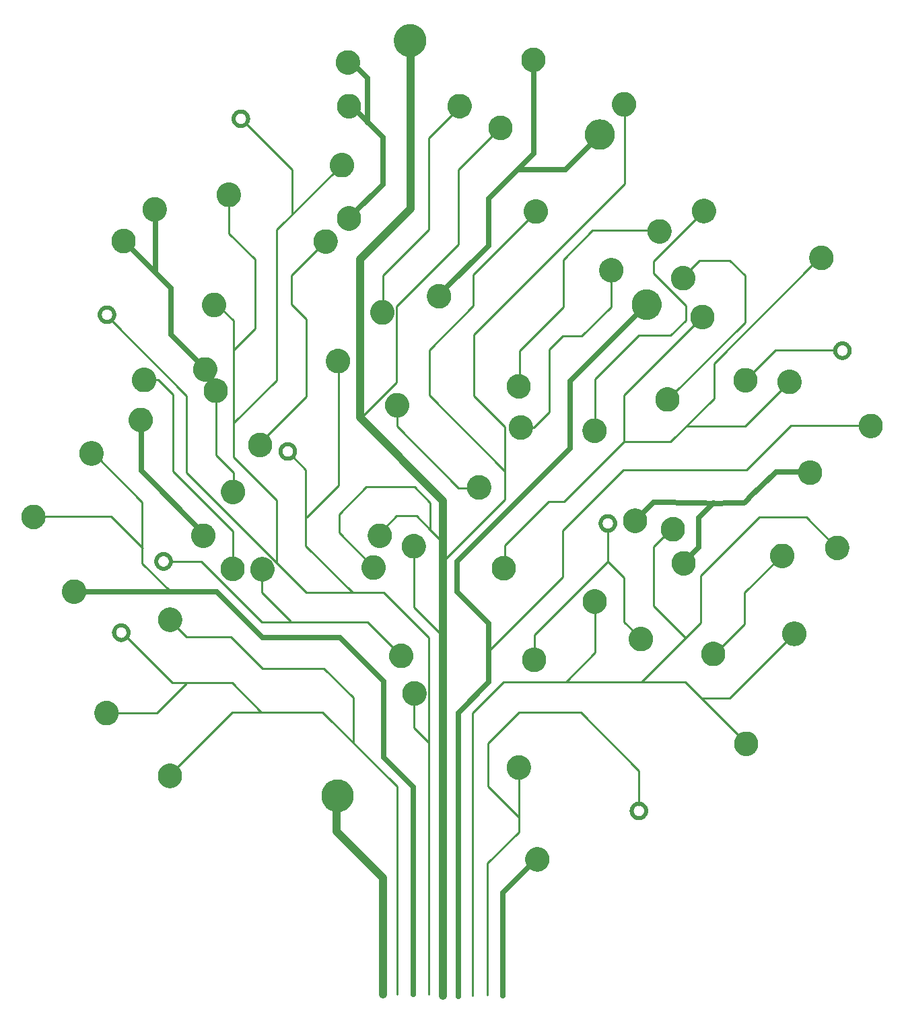
<source format=gtl>
%TF.GenerationSoftware,KiCad,Pcbnew,(6.0.4)*%
%TF.CreationDate,2022-05-19T14:15:05+02:00*%
%TF.ProjectId,plate,706c6174-652e-46b6-9963-61645f706362,rev?*%
%TF.SameCoordinates,Original*%
%TF.FileFunction,Copper,L1,Top*%
%TF.FilePolarity,Positive*%
%FSLAX46Y46*%
G04 Gerber Fmt 4.6, Leading zero omitted, Abs format (unit mm)*
G04 Created by KiCad (PCBNEW (6.0.4)) date 2022-05-19 14:15:05*
%MOMM*%
%LPD*%
G01*
G04 APERTURE LIST*
%TA.AperFunction,NonConductor*%
%ADD10C,0.466066*%
%TD*%
%TA.AperFunction,NonConductor*%
%ADD11C,0.264582*%
%TD*%
%TA.AperFunction,NonConductor*%
%ADD12C,0.466064*%
%TD*%
%TA.AperFunction,NonConductor*%
%ADD13C,0.699999*%
%TD*%
%TA.AperFunction,NonConductor*%
%ADD14C,1.000000*%
%TD*%
G04 APERTURE END LIST*
D10*
X379501468Y-138586679D02*
X379487184Y-138629310D01*
X308519910Y-151833266D02*
X308479666Y-151814892D01*
D11*
X319279703Y-165197391D02*
X315310953Y-161228641D01*
D12*
X287024385Y-173684803D02*
X287030162Y-173638885D01*
D11*
X360828836Y-172512042D02*
X360828836Y-166607043D01*
D10*
X286603025Y-134582352D02*
X286564980Y-134604444D01*
X287011838Y-134026972D02*
X286999596Y-134070512D01*
D12*
X287048296Y-173549312D02*
X287060539Y-173505773D01*
D10*
X303150766Y-108251743D02*
X303194720Y-108261988D01*
X349908215Y-159568253D02*
X349930091Y-159606676D01*
D11*
X336146894Y-164843036D02*
X336146894Y-162787799D01*
X307467947Y-157118152D02*
X302046350Y-151696551D01*
D10*
X292348545Y-164679687D02*
X292356535Y-164634504D01*
X309753454Y-151217158D02*
X309741212Y-151260697D01*
D11*
X366950968Y-141450290D02*
X370191614Y-138209644D01*
D10*
X286969045Y-134154809D02*
X286950851Y-134195451D01*
D13*
X368397095Y-155343305D02*
X370259256Y-153527377D01*
D10*
X348553333Y-160752014D02*
X348520368Y-160723176D01*
X348227402Y-160137827D02*
X348223894Y-160091232D01*
D11*
X301497106Y-123566854D02*
X301497106Y-123566854D01*
D10*
X293824488Y-165527412D02*
X293790167Y-165554650D01*
X286999596Y-134070512D02*
X286985312Y-134113143D01*
X379104889Y-139098518D02*
X379066843Y-139120611D01*
X308329967Y-151723092D02*
X308295646Y-151695854D01*
X353084466Y-197119567D02*
X353037714Y-197120761D01*
D11*
X353353632Y-179987231D02*
X353353632Y-179987231D01*
D13*
X343765344Y-115525151D02*
X343765344Y-115525151D01*
D10*
X348904184Y-160932642D02*
X348861071Y-160920279D01*
D14*
G36*
X376039458Y-125629356D02*
G01*
X376090203Y-125633304D01*
X376140209Y-125639804D01*
X376189415Y-125648794D01*
X376237758Y-125660208D01*
X376285175Y-125673983D01*
X376331603Y-125690054D01*
X376376979Y-125708357D01*
X376421240Y-125728828D01*
X376464325Y-125751403D01*
X376506169Y-125776017D01*
X376546711Y-125802606D01*
X376585887Y-125831106D01*
X376623634Y-125861452D01*
X376659891Y-125893581D01*
X376694593Y-125927428D01*
X376727679Y-125962930D01*
X376759085Y-126000021D01*
X376788749Y-126038637D01*
X376816608Y-126078715D01*
X376842599Y-126120190D01*
X376866659Y-126162997D01*
X376888726Y-126207074D01*
X376908736Y-126252354D01*
X376926628Y-126298775D01*
X376942337Y-126346272D01*
X376955802Y-126394780D01*
X376966960Y-126444236D01*
X376975747Y-126494576D01*
X376982102Y-126545734D01*
X376985960Y-126597647D01*
X376987261Y-126650251D01*
X376985960Y-126702854D01*
X376982102Y-126754767D01*
X376975747Y-126805926D01*
X376966960Y-126856265D01*
X376955802Y-126905721D01*
X376942337Y-126954229D01*
X376926628Y-127001726D01*
X376908736Y-127048147D01*
X376888726Y-127093428D01*
X376866659Y-127137504D01*
X376842599Y-127180312D01*
X376816608Y-127221786D01*
X376788749Y-127261864D01*
X376759085Y-127300481D01*
X376727679Y-127337572D01*
X376694593Y-127373073D01*
X376659891Y-127406920D01*
X376623634Y-127439049D01*
X376585887Y-127469396D01*
X376546711Y-127497895D01*
X376506169Y-127524484D01*
X376464325Y-127549098D01*
X376421240Y-127571673D01*
X376376979Y-127592144D01*
X376331603Y-127610447D01*
X376285175Y-127626518D01*
X376237758Y-127640293D01*
X376189415Y-127651707D01*
X376140209Y-127660697D01*
X376090203Y-127667197D01*
X376039458Y-127671145D01*
X375988039Y-127672475D01*
X375936618Y-127671145D01*
X375885873Y-127667197D01*
X375835865Y-127660697D01*
X375786658Y-127651707D01*
X375738315Y-127640293D01*
X375690897Y-127626518D01*
X375644469Y-127610447D01*
X375599093Y-127592144D01*
X375554831Y-127571673D01*
X375511746Y-127549098D01*
X375469902Y-127524484D01*
X375429360Y-127497895D01*
X375390184Y-127469396D01*
X375352437Y-127439049D01*
X375316181Y-127406920D01*
X375281479Y-127373073D01*
X375248393Y-127337572D01*
X375216988Y-127300481D01*
X375187324Y-127261864D01*
X375159466Y-127221786D01*
X375133476Y-127180312D01*
X375109416Y-127137504D01*
X375087350Y-127093428D01*
X375067339Y-127048147D01*
X375049448Y-127001726D01*
X375033739Y-126954229D01*
X375020275Y-126905721D01*
X375009117Y-126856265D01*
X375000330Y-126805926D01*
X374993976Y-126754767D01*
X374990117Y-126702854D01*
X374988817Y-126650251D01*
X374990117Y-126597647D01*
X374993976Y-126545734D01*
X375000330Y-126494576D01*
X375009117Y-126444236D01*
X375020275Y-126394780D01*
X375033739Y-126346272D01*
X375049448Y-126298775D01*
X375067339Y-126252354D01*
X375087350Y-126207074D01*
X375109416Y-126162997D01*
X375133476Y-126120190D01*
X375159466Y-126078715D01*
X375187324Y-126038637D01*
X375216988Y-126000021D01*
X375248393Y-125962930D01*
X375281479Y-125927428D01*
X375316181Y-125893581D01*
X375352437Y-125861452D01*
X375390184Y-125831106D01*
X375429360Y-125802606D01*
X375469902Y-125776017D01*
X375511746Y-125751403D01*
X375554831Y-125728828D01*
X375599093Y-125708357D01*
X375644469Y-125690054D01*
X375690897Y-125673983D01*
X375738315Y-125660208D01*
X375786658Y-125648794D01*
X375835865Y-125639804D01*
X375885873Y-125633304D01*
X375936618Y-125629356D01*
X375988039Y-125628026D01*
X376039458Y-125629356D01*
G37*
X376039458Y-125629356D02*
X376090203Y-125633304D01*
X376140209Y-125639804D01*
X376189415Y-125648794D01*
X376237758Y-125660208D01*
X376285175Y-125673983D01*
X376331603Y-125690054D01*
X376376979Y-125708357D01*
X376421240Y-125728828D01*
X376464325Y-125751403D01*
X376506169Y-125776017D01*
X376546711Y-125802606D01*
X376585887Y-125831106D01*
X376623634Y-125861452D01*
X376659891Y-125893581D01*
X376694593Y-125927428D01*
X376727679Y-125962930D01*
X376759085Y-126000021D01*
X376788749Y-126038637D01*
X376816608Y-126078715D01*
X376842599Y-126120190D01*
X376866659Y-126162997D01*
X376888726Y-126207074D01*
X376908736Y-126252354D01*
X376926628Y-126298775D01*
X376942337Y-126346272D01*
X376955802Y-126394780D01*
X376966960Y-126444236D01*
X376975747Y-126494576D01*
X376982102Y-126545734D01*
X376985960Y-126597647D01*
X376987261Y-126650251D01*
X376985960Y-126702854D01*
X376982102Y-126754767D01*
X376975747Y-126805926D01*
X376966960Y-126856265D01*
X376955802Y-126905721D01*
X376942337Y-126954229D01*
X376926628Y-127001726D01*
X376908736Y-127048147D01*
X376888726Y-127093428D01*
X376866659Y-127137504D01*
X376842599Y-127180312D01*
X376816608Y-127221786D01*
X376788749Y-127261864D01*
X376759085Y-127300481D01*
X376727679Y-127337572D01*
X376694593Y-127373073D01*
X376659891Y-127406920D01*
X376623634Y-127439049D01*
X376585887Y-127469396D01*
X376546711Y-127497895D01*
X376506169Y-127524484D01*
X376464325Y-127549098D01*
X376421240Y-127571673D01*
X376376979Y-127592144D01*
X376331603Y-127610447D01*
X376285175Y-127626518D01*
X376237758Y-127640293D01*
X376189415Y-127651707D01*
X376140209Y-127660697D01*
X376090203Y-127667197D01*
X376039458Y-127671145D01*
X375988039Y-127672475D01*
X375936618Y-127671145D01*
X375885873Y-127667197D01*
X375835865Y-127660697D01*
X375786658Y-127651707D01*
X375738315Y-127640293D01*
X375690897Y-127626518D01*
X375644469Y-127610447D01*
X375599093Y-127592144D01*
X375554831Y-127571673D01*
X375511746Y-127549098D01*
X375469902Y-127524484D01*
X375429360Y-127497895D01*
X375390184Y-127469396D01*
X375352437Y-127439049D01*
X375316181Y-127406920D01*
X375281479Y-127373073D01*
X375248393Y-127337572D01*
X375216988Y-127300481D01*
X375187324Y-127261864D01*
X375159466Y-127221786D01*
X375133476Y-127180312D01*
X375109416Y-127137504D01*
X375087350Y-127093428D01*
X375067339Y-127048147D01*
X375049448Y-127001726D01*
X375033739Y-126954229D01*
X375020275Y-126905721D01*
X375009117Y-126856265D01*
X375000330Y-126805926D01*
X374993976Y-126754767D01*
X374990117Y-126702854D01*
X374988817Y-126650251D01*
X374990117Y-126597647D01*
X374993976Y-126545734D01*
X375000330Y-126494576D01*
X375009117Y-126444236D01*
X375020275Y-126394780D01*
X375033739Y-126346272D01*
X375049448Y-126298775D01*
X375067339Y-126252354D01*
X375087350Y-126207074D01*
X375109416Y-126162997D01*
X375133476Y-126120190D01*
X375159466Y-126078715D01*
X375187324Y-126038637D01*
X375216988Y-126000021D01*
X375248393Y-125962930D01*
X375281479Y-125927428D01*
X375316181Y-125893581D01*
X375352437Y-125861452D01*
X375390184Y-125831106D01*
X375429360Y-125802606D01*
X375469902Y-125776017D01*
X375511746Y-125751403D01*
X375554831Y-125728828D01*
X375599093Y-125708357D01*
X375644469Y-125690054D01*
X375690897Y-125673983D01*
X375738315Y-125660208D01*
X375786658Y-125648794D01*
X375835865Y-125639804D01*
X375885873Y-125633304D01*
X375936618Y-125629356D01*
X375988039Y-125628026D01*
X376039458Y-125629356D01*
D10*
X350038561Y-160091232D02*
X350035053Y-160137827D01*
X294126499Y-164590114D02*
X294136644Y-164634504D01*
X379141751Y-139074653D02*
X379104889Y-139098518D01*
X377743740Y-138128927D02*
X377753885Y-138084537D01*
X307975501Y-150848129D02*
X307983490Y-150802946D01*
X309227179Y-150142448D02*
X309267423Y-150160822D01*
D11*
X322603968Y-193130389D02*
X322603968Y-193130389D01*
X351153726Y-143888980D02*
X360470255Y-134572459D01*
D12*
X288111304Y-174677484D02*
X288066565Y-174685552D01*
D10*
X293108232Y-165726354D02*
X293063492Y-165718286D01*
D11*
X311247709Y-159267886D02*
X315240080Y-155275516D01*
D10*
X348992878Y-159137078D02*
X349038345Y-159131243D01*
X302534617Y-109957379D02*
X302496571Y-109935287D01*
D14*
G36*
X301504654Y-117694786D02*
G01*
X301555399Y-117698733D01*
X301605406Y-117705234D01*
X301654612Y-117714224D01*
X301702956Y-117725638D01*
X301750373Y-117739413D01*
X301796801Y-117755484D01*
X301842177Y-117773787D01*
X301886439Y-117794258D01*
X301929524Y-117816833D01*
X301971368Y-117841446D01*
X302011910Y-117868035D01*
X302051086Y-117896535D01*
X302088834Y-117926882D01*
X302125090Y-117959011D01*
X302159793Y-117992858D01*
X302192879Y-118028359D01*
X302224285Y-118065450D01*
X302253948Y-118104067D01*
X302281807Y-118144144D01*
X302307798Y-118185619D01*
X302331858Y-118228427D01*
X302353925Y-118272503D01*
X302373935Y-118317784D01*
X302391826Y-118364205D01*
X302407536Y-118411702D01*
X302421001Y-118460210D01*
X302432158Y-118509666D01*
X302440946Y-118560005D01*
X302447300Y-118611164D01*
X302451159Y-118663077D01*
X302452459Y-118715680D01*
X302451159Y-118768284D01*
X302447300Y-118820197D01*
X302440946Y-118871355D01*
X302432158Y-118921694D01*
X302421001Y-118971150D01*
X302407536Y-119019659D01*
X302391826Y-119067156D01*
X302373935Y-119113577D01*
X302353925Y-119158857D01*
X302331858Y-119202934D01*
X302307798Y-119245741D01*
X302281807Y-119287216D01*
X302253948Y-119327294D01*
X302224285Y-119365910D01*
X302192879Y-119403001D01*
X302159793Y-119438502D01*
X302125090Y-119472350D01*
X302088834Y-119504479D01*
X302051086Y-119534825D01*
X302011910Y-119563325D01*
X301971368Y-119589914D01*
X301929524Y-119614528D01*
X301886439Y-119637102D01*
X301842177Y-119657573D01*
X301796801Y-119675876D01*
X301750373Y-119691948D01*
X301702956Y-119705722D01*
X301654612Y-119717137D01*
X301605406Y-119726126D01*
X301555399Y-119732627D01*
X301504654Y-119736575D01*
X301453234Y-119737905D01*
X301401814Y-119736575D01*
X301351069Y-119732627D01*
X301301061Y-119726126D01*
X301251855Y-119717137D01*
X301203512Y-119705722D01*
X301156094Y-119691948D01*
X301109666Y-119675876D01*
X301064290Y-119657573D01*
X301020028Y-119637102D01*
X300976943Y-119614528D01*
X300935099Y-119589914D01*
X300894557Y-119563325D01*
X300855381Y-119534825D01*
X300817633Y-119504479D01*
X300781377Y-119472350D01*
X300746674Y-119438502D01*
X300713589Y-119403001D01*
X300682183Y-119365910D01*
X300652519Y-119327294D01*
X300624660Y-119287216D01*
X300598669Y-119245741D01*
X300574609Y-119202934D01*
X300552542Y-119158857D01*
X300532532Y-119113577D01*
X300514641Y-119067156D01*
X300498931Y-119019659D01*
X300485466Y-118971150D01*
X300474309Y-118921694D01*
X300465521Y-118871355D01*
X300459167Y-118820197D01*
X300455308Y-118768284D01*
X300454008Y-118715680D01*
X300455308Y-118663077D01*
X300459167Y-118611164D01*
X300465521Y-118560005D01*
X300474309Y-118509666D01*
X300485466Y-118460210D01*
X300498931Y-118411702D01*
X300514641Y-118364205D01*
X300532532Y-118317784D01*
X300552542Y-118272503D01*
X300574609Y-118228427D01*
X300598669Y-118185619D01*
X300624660Y-118144144D01*
X300652519Y-118104067D01*
X300682183Y-118065450D01*
X300713589Y-118028359D01*
X300746674Y-117992858D01*
X300781377Y-117959011D01*
X300817633Y-117926882D01*
X300855381Y-117896535D01*
X300894557Y-117868035D01*
X300935099Y-117841446D01*
X300976943Y-117816833D01*
X301020028Y-117794258D01*
X301064290Y-117773787D01*
X301109666Y-117755484D01*
X301156094Y-117739413D01*
X301203512Y-117725638D01*
X301251855Y-117714224D01*
X301301061Y-117705234D01*
X301351069Y-117698733D01*
X301401814Y-117694786D01*
X301453234Y-117693456D01*
X301504654Y-117694786D01*
G37*
X301504654Y-117694786D02*
X301555399Y-117698733D01*
X301605406Y-117705234D01*
X301654612Y-117714224D01*
X301702956Y-117725638D01*
X301750373Y-117739413D01*
X301796801Y-117755484D01*
X301842177Y-117773787D01*
X301886439Y-117794258D01*
X301929524Y-117816833D01*
X301971368Y-117841446D01*
X302011910Y-117868035D01*
X302051086Y-117896535D01*
X302088834Y-117926882D01*
X302125090Y-117959011D01*
X302159793Y-117992858D01*
X302192879Y-118028359D01*
X302224285Y-118065450D01*
X302253948Y-118104067D01*
X302281807Y-118144144D01*
X302307798Y-118185619D01*
X302331858Y-118228427D01*
X302353925Y-118272503D01*
X302373935Y-118317784D01*
X302391826Y-118364205D01*
X302407536Y-118411702D01*
X302421001Y-118460210D01*
X302432158Y-118509666D01*
X302440946Y-118560005D01*
X302447300Y-118611164D01*
X302451159Y-118663077D01*
X302452459Y-118715680D01*
X302451159Y-118768284D01*
X302447300Y-118820197D01*
X302440946Y-118871355D01*
X302432158Y-118921694D01*
X302421001Y-118971150D01*
X302407536Y-119019659D01*
X302391826Y-119067156D01*
X302373935Y-119113577D01*
X302353925Y-119158857D01*
X302331858Y-119202934D01*
X302307798Y-119245741D01*
X302281807Y-119287216D01*
X302253948Y-119327294D01*
X302224285Y-119365910D01*
X302192879Y-119403001D01*
X302159793Y-119438502D01*
X302125090Y-119472350D01*
X302088834Y-119504479D01*
X302051086Y-119534825D01*
X302011910Y-119563325D01*
X301971368Y-119589914D01*
X301929524Y-119614528D01*
X301886439Y-119637102D01*
X301842177Y-119657573D01*
X301796801Y-119675876D01*
X301750373Y-119691948D01*
X301702956Y-119705722D01*
X301654612Y-119717137D01*
X301605406Y-119726126D01*
X301555399Y-119732627D01*
X301504654Y-119736575D01*
X301453234Y-119737905D01*
X301401814Y-119736575D01*
X301351069Y-119732627D01*
X301301061Y-119726126D01*
X301251855Y-119717137D01*
X301203512Y-119705722D01*
X301156094Y-119691948D01*
X301109666Y-119675876D01*
X301064290Y-119657573D01*
X301020028Y-119637102D01*
X300976943Y-119614528D01*
X300935099Y-119589914D01*
X300894557Y-119563325D01*
X300855381Y-119534825D01*
X300817633Y-119504479D01*
X300781377Y-119472350D01*
X300746674Y-119438502D01*
X300713589Y-119403001D01*
X300682183Y-119365910D01*
X300652519Y-119327294D01*
X300624660Y-119287216D01*
X300598669Y-119245741D01*
X300574609Y-119202934D01*
X300552542Y-119158857D01*
X300532532Y-119113577D01*
X300514641Y-119067156D01*
X300498931Y-119019659D01*
X300485466Y-118971150D01*
X300474309Y-118921694D01*
X300465521Y-118871355D01*
X300459167Y-118820197D01*
X300455308Y-118768284D01*
X300454008Y-118715680D01*
X300455308Y-118663077D01*
X300459167Y-118611164D01*
X300465521Y-118560005D01*
X300474309Y-118509666D01*
X300485466Y-118460210D01*
X300498931Y-118411702D01*
X300514641Y-118364205D01*
X300532532Y-118317784D01*
X300552542Y-118272503D01*
X300574609Y-118228427D01*
X300598669Y-118185619D01*
X300624660Y-118144144D01*
X300652519Y-118104067D01*
X300682183Y-118065450D01*
X300713589Y-118028359D01*
X300746674Y-117992858D01*
X300781377Y-117959011D01*
X300817633Y-117926882D01*
X300855381Y-117896535D01*
X300894557Y-117868035D01*
X300935099Y-117841446D01*
X300976943Y-117816833D01*
X301020028Y-117794258D01*
X301064290Y-117773787D01*
X301109666Y-117755484D01*
X301156094Y-117739413D01*
X301203512Y-117725638D01*
X301251855Y-117714224D01*
X301301061Y-117705234D01*
X301351069Y-117698733D01*
X301401814Y-117694786D01*
X301453234Y-117693456D01*
X301504654Y-117694786D01*
D11*
X366361368Y-128864431D02*
X366361368Y-134770305D01*
D10*
X302697504Y-108274352D02*
X302740617Y-108261988D01*
X352725337Y-195341413D02*
X352767550Y-195326988D01*
X353836570Y-195765909D02*
X353856633Y-195805470D01*
X286639887Y-134558486D02*
X286603025Y-134582352D01*
X309601568Y-151536819D02*
X309574597Y-151571480D01*
X378055895Y-137605841D02*
X378090216Y-137578604D01*
X302077614Y-108965700D02*
X302087759Y-108921311D01*
X308826793Y-151904174D02*
X308780654Y-151900631D01*
X349564284Y-160850790D02*
X349525111Y-160871052D01*
X302740617Y-110039232D02*
X302697504Y-110026868D01*
D14*
G36*
X361072350Y-133062780D02*
G01*
X361123095Y-133066728D01*
X361173103Y-133073228D01*
X361222310Y-133082218D01*
X361270654Y-133093632D01*
X361318071Y-133107407D01*
X361364499Y-133123478D01*
X361409876Y-133141781D01*
X361454137Y-133162252D01*
X361497222Y-133184827D01*
X361539066Y-133209441D01*
X361579608Y-133236030D01*
X361618784Y-133264530D01*
X361656531Y-133294876D01*
X361692787Y-133327005D01*
X361727489Y-133360852D01*
X361760575Y-133396354D01*
X361791980Y-133433445D01*
X361821644Y-133472061D01*
X361849502Y-133512139D01*
X361875493Y-133553614D01*
X361899552Y-133596421D01*
X361921618Y-133640498D01*
X361941629Y-133685778D01*
X361959520Y-133732199D01*
X361975229Y-133779696D01*
X361988693Y-133828204D01*
X361999851Y-133877660D01*
X362008638Y-133928000D01*
X362014992Y-133979158D01*
X362018851Y-134031071D01*
X362020151Y-134083675D01*
X362018851Y-134136278D01*
X362014992Y-134188191D01*
X362008638Y-134239350D01*
X361999851Y-134289689D01*
X361988693Y-134339145D01*
X361975229Y-134387653D01*
X361959520Y-134435150D01*
X361941629Y-134481571D01*
X361921618Y-134526852D01*
X361899552Y-134570928D01*
X361875493Y-134613736D01*
X361849502Y-134655210D01*
X361821644Y-134695288D01*
X361791980Y-134733905D01*
X361760575Y-134770996D01*
X361727489Y-134806497D01*
X361692787Y-134840344D01*
X361656531Y-134872473D01*
X361618784Y-134902820D01*
X361579608Y-134931319D01*
X361539066Y-134957908D01*
X361497222Y-134982522D01*
X361454137Y-135005097D01*
X361409876Y-135025568D01*
X361364499Y-135043871D01*
X361318071Y-135059942D01*
X361270654Y-135073717D01*
X361222310Y-135085131D01*
X361173103Y-135094121D01*
X361123095Y-135100621D01*
X361072350Y-135104569D01*
X361020929Y-135105899D01*
X360969510Y-135104569D01*
X360918766Y-135100621D01*
X360868759Y-135094121D01*
X360819553Y-135085131D01*
X360771210Y-135073717D01*
X360723793Y-135059942D01*
X360677365Y-135043871D01*
X360631989Y-135025568D01*
X360587728Y-135005097D01*
X360544643Y-134982522D01*
X360502799Y-134957908D01*
X360462257Y-134931319D01*
X360423081Y-134902820D01*
X360385334Y-134872473D01*
X360349077Y-134840344D01*
X360314375Y-134806497D01*
X360281289Y-134770996D01*
X360249883Y-134733905D01*
X360220219Y-134695288D01*
X360192360Y-134655210D01*
X360166369Y-134613736D01*
X360142309Y-134570928D01*
X360120242Y-134526852D01*
X360100232Y-134481571D01*
X360082340Y-134435150D01*
X360066631Y-134387653D01*
X360053166Y-134339145D01*
X360042008Y-134289689D01*
X360033221Y-134239350D01*
X360026866Y-134188191D01*
X360023008Y-134136278D01*
X360021707Y-134083675D01*
X360023008Y-134031071D01*
X360026866Y-133979158D01*
X360033221Y-133928000D01*
X360042008Y-133877660D01*
X360053166Y-133828204D01*
X360066631Y-133779696D01*
X360082340Y-133732199D01*
X360100232Y-133685778D01*
X360120242Y-133640498D01*
X360142309Y-133596421D01*
X360166369Y-133553614D01*
X360192360Y-133512139D01*
X360220219Y-133472061D01*
X360249883Y-133433445D01*
X360281289Y-133396354D01*
X360314375Y-133360852D01*
X360349077Y-133327005D01*
X360385334Y-133294876D01*
X360423081Y-133264530D01*
X360462257Y-133236030D01*
X360502799Y-133209441D01*
X360544643Y-133184827D01*
X360587728Y-133162252D01*
X360631989Y-133141781D01*
X360677365Y-133123478D01*
X360723793Y-133107407D01*
X360771210Y-133093632D01*
X360819553Y-133082218D01*
X360868759Y-133073228D01*
X360918766Y-133066728D01*
X360969510Y-133062780D01*
X361020929Y-133061450D01*
X361072350Y-133062780D01*
G37*
X361072350Y-133062780D02*
X361123095Y-133066728D01*
X361173103Y-133073228D01*
X361222310Y-133082218D01*
X361270654Y-133093632D01*
X361318071Y-133107407D01*
X361364499Y-133123478D01*
X361409876Y-133141781D01*
X361454137Y-133162252D01*
X361497222Y-133184827D01*
X361539066Y-133209441D01*
X361579608Y-133236030D01*
X361618784Y-133264530D01*
X361656531Y-133294876D01*
X361692787Y-133327005D01*
X361727489Y-133360852D01*
X361760575Y-133396354D01*
X361791980Y-133433445D01*
X361821644Y-133472061D01*
X361849502Y-133512139D01*
X361875493Y-133553614D01*
X361899552Y-133596421D01*
X361921618Y-133640498D01*
X361941629Y-133685778D01*
X361959520Y-133732199D01*
X361975229Y-133779696D01*
X361988693Y-133828204D01*
X361999851Y-133877660D01*
X362008638Y-133928000D01*
X362014992Y-133979158D01*
X362018851Y-134031071D01*
X362020151Y-134083675D01*
X362018851Y-134136278D01*
X362014992Y-134188191D01*
X362008638Y-134239350D01*
X361999851Y-134289689D01*
X361988693Y-134339145D01*
X361975229Y-134387653D01*
X361959520Y-134435150D01*
X361941629Y-134481571D01*
X361921618Y-134526852D01*
X361899552Y-134570928D01*
X361875493Y-134613736D01*
X361849502Y-134655210D01*
X361821644Y-134695288D01*
X361791980Y-134733905D01*
X361760575Y-134770996D01*
X361727489Y-134806497D01*
X361692787Y-134840344D01*
X361656531Y-134872473D01*
X361618784Y-134902820D01*
X361579608Y-134931319D01*
X361539066Y-134957908D01*
X361497222Y-134982522D01*
X361454137Y-135005097D01*
X361409876Y-135025568D01*
X361364499Y-135043871D01*
X361318071Y-135059942D01*
X361270654Y-135073717D01*
X361222310Y-135085131D01*
X361173103Y-135094121D01*
X361123095Y-135100621D01*
X361072350Y-135104569D01*
X361020929Y-135105899D01*
X360969510Y-135104569D01*
X360918766Y-135100621D01*
X360868759Y-135094121D01*
X360819553Y-135085131D01*
X360771210Y-135073717D01*
X360723793Y-135059942D01*
X360677365Y-135043871D01*
X360631989Y-135025568D01*
X360587728Y-135005097D01*
X360544643Y-134982522D01*
X360502799Y-134957908D01*
X360462257Y-134931319D01*
X360423081Y-134902820D01*
X360385334Y-134872473D01*
X360349077Y-134840344D01*
X360314375Y-134806497D01*
X360281289Y-134770996D01*
X360249883Y-134733905D01*
X360220219Y-134695288D01*
X360192360Y-134655210D01*
X360166369Y-134613736D01*
X360142309Y-134570928D01*
X360120242Y-134526852D01*
X360100232Y-134481571D01*
X360082340Y-134435150D01*
X360066631Y-134387653D01*
X360053166Y-134339145D01*
X360042008Y-134289689D01*
X360033221Y-134239350D01*
X360026866Y-134188191D01*
X360023008Y-134136278D01*
X360021707Y-134083675D01*
X360023008Y-134031071D01*
X360026866Y-133979158D01*
X360033221Y-133928000D01*
X360042008Y-133877660D01*
X360053166Y-133828204D01*
X360066631Y-133779696D01*
X360082340Y-133732199D01*
X360100232Y-133685778D01*
X360120242Y-133640498D01*
X360142309Y-133596421D01*
X360166369Y-133553614D01*
X360192360Y-133512139D01*
X360220219Y-133472061D01*
X360249883Y-133433445D01*
X360281289Y-133396354D01*
X360314375Y-133360852D01*
X360349077Y-133327005D01*
X360385334Y-133294876D01*
X360423081Y-133264530D01*
X360462257Y-133236030D01*
X360502799Y-133209441D01*
X360544643Y-133184827D01*
X360587728Y-133162252D01*
X360631989Y-133141781D01*
X360677365Y-133123478D01*
X360723793Y-133107407D01*
X360771210Y-133093632D01*
X360819553Y-133082218D01*
X360868759Y-133073228D01*
X360918766Y-133066728D01*
X360969510Y-133062780D01*
X361020929Y-133061450D01*
X361072350Y-133062780D01*
D11*
X318866289Y-172437976D02*
X305601686Y-172437976D01*
D10*
X379211692Y-137605841D02*
X379244658Y-137634679D01*
X303545567Y-109858603D02*
X303511246Y-109885841D01*
X303106026Y-108243675D02*
X303150766Y-108251743D01*
D11*
X335964414Y-179987231D02*
X353353632Y-179987231D01*
D10*
X302967668Y-108233103D02*
X303014420Y-108234297D01*
D11*
X307491571Y-123100293D02*
X307491571Y-123100293D01*
D10*
X308231129Y-151636636D02*
X308201047Y-151604771D01*
X293754548Y-164058600D02*
X293790167Y-164084181D01*
D11*
X358925867Y-132620570D02*
X358925867Y-132620570D01*
D10*
X377766127Y-138040998D02*
X377780411Y-137998366D01*
X302874778Y-108237840D02*
X302920916Y-108234297D01*
X303847578Y-108921311D02*
X303857723Y-108965700D01*
D11*
X304763056Y-135514445D02*
X304763056Y-135514445D01*
X353057138Y-191124820D02*
X353057138Y-191124820D01*
D13*
X330168012Y-168611545D02*
X330168012Y-164836368D01*
X354903971Y-157378009D02*
X360593138Y-157487400D01*
D10*
X302325253Y-108501835D02*
X302356805Y-108471455D01*
D14*
G36*
X353338234Y-173570806D02*
G01*
X353388980Y-173574754D01*
X353438987Y-173581254D01*
X353488194Y-173590244D01*
X353536538Y-173601658D01*
X353583955Y-173615433D01*
X353630383Y-173631504D01*
X353675760Y-173649806D01*
X353720022Y-173670277D01*
X353763106Y-173692851D01*
X353804951Y-173717465D01*
X353845492Y-173744053D01*
X353884668Y-173772553D01*
X353922415Y-173802899D01*
X353958672Y-173835028D01*
X353993374Y-173868875D01*
X354026459Y-173904376D01*
X354057865Y-173941466D01*
X354087528Y-173980082D01*
X354115387Y-174020160D01*
X354141377Y-174061634D01*
X354165437Y-174104442D01*
X354187503Y-174148518D01*
X354207513Y-174193798D01*
X354225404Y-174240219D01*
X354241113Y-174287715D01*
X354254578Y-174336223D01*
X354265735Y-174385679D01*
X354274522Y-174436018D01*
X354280877Y-174487177D01*
X354284735Y-174539089D01*
X354286035Y-174591693D01*
X354284735Y-174644297D01*
X354280877Y-174696210D01*
X354274522Y-174747368D01*
X354265735Y-174797708D01*
X354254578Y-174847164D01*
X354241113Y-174895672D01*
X354225404Y-174943169D01*
X354207513Y-174989591D01*
X354187503Y-175034871D01*
X354165437Y-175078948D01*
X354141377Y-175121756D01*
X354115387Y-175163231D01*
X354087528Y-175203309D01*
X354057865Y-175241926D01*
X354026459Y-175279018D01*
X353993374Y-175314519D01*
X353958672Y-175348367D01*
X353922415Y-175380496D01*
X353884668Y-175410843D01*
X353845492Y-175439343D01*
X353804951Y-175465932D01*
X353763106Y-175490547D01*
X353720022Y-175513121D01*
X353675760Y-175533593D01*
X353630383Y-175551896D01*
X353583955Y-175567967D01*
X353536538Y-175581742D01*
X353488194Y-175593157D01*
X353438987Y-175602147D01*
X353388980Y-175608647D01*
X353338234Y-175612595D01*
X353286814Y-175613925D01*
X353235394Y-175612595D01*
X353184650Y-175608647D01*
X353134643Y-175602147D01*
X353085437Y-175593157D01*
X353037094Y-175581742D01*
X352989678Y-175567967D01*
X352943250Y-175551896D01*
X352897874Y-175533593D01*
X352853612Y-175513121D01*
X352810528Y-175490547D01*
X352768683Y-175465932D01*
X352728142Y-175439343D01*
X352688966Y-175410843D01*
X352651218Y-175380496D01*
X352614962Y-175348367D01*
X352580259Y-175314519D01*
X352547173Y-175279018D01*
X352515767Y-175241926D01*
X352486103Y-175203309D01*
X352458245Y-175163231D01*
X352432254Y-175121756D01*
X352408194Y-175078948D01*
X352386127Y-175034871D01*
X352366116Y-174989591D01*
X352348225Y-174943169D01*
X352332515Y-174895672D01*
X352319050Y-174847164D01*
X352307893Y-174797708D01*
X352299105Y-174747368D01*
X352292751Y-174696210D01*
X352288892Y-174644297D01*
X352287592Y-174591693D01*
X352288892Y-174539089D01*
X352292751Y-174487177D01*
X352299105Y-174436018D01*
X352307893Y-174385679D01*
X352319050Y-174336223D01*
X352332515Y-174287715D01*
X352348225Y-174240219D01*
X352366116Y-174193798D01*
X352386127Y-174148518D01*
X352408194Y-174104442D01*
X352432254Y-174061634D01*
X352458245Y-174020160D01*
X352486103Y-173980082D01*
X352515767Y-173941466D01*
X352547173Y-173904376D01*
X352580259Y-173868875D01*
X352614962Y-173835028D01*
X352651218Y-173802899D01*
X352688966Y-173772553D01*
X352728142Y-173744053D01*
X352768683Y-173717465D01*
X352810528Y-173692851D01*
X352853612Y-173670277D01*
X352897874Y-173649806D01*
X352943250Y-173631504D01*
X352989678Y-173615433D01*
X353037094Y-173601658D01*
X353085437Y-173590244D01*
X353134643Y-173581254D01*
X353184650Y-173574754D01*
X353235394Y-173570806D01*
X353286814Y-173569476D01*
X353338234Y-173570806D01*
G37*
X353338234Y-173570806D02*
X353388980Y-173574754D01*
X353438987Y-173581254D01*
X353488194Y-173590244D01*
X353536538Y-173601658D01*
X353583955Y-173615433D01*
X353630383Y-173631504D01*
X353675760Y-173649806D01*
X353720022Y-173670277D01*
X353763106Y-173692851D01*
X353804951Y-173717465D01*
X353845492Y-173744053D01*
X353884668Y-173772553D01*
X353922415Y-173802899D01*
X353958672Y-173835028D01*
X353993374Y-173868875D01*
X354026459Y-173904376D01*
X354057865Y-173941466D01*
X354087528Y-173980082D01*
X354115387Y-174020160D01*
X354141377Y-174061634D01*
X354165437Y-174104442D01*
X354187503Y-174148518D01*
X354207513Y-174193798D01*
X354225404Y-174240219D01*
X354241113Y-174287715D01*
X354254578Y-174336223D01*
X354265735Y-174385679D01*
X354274522Y-174436018D01*
X354280877Y-174487177D01*
X354284735Y-174539089D01*
X354286035Y-174591693D01*
X354284735Y-174644297D01*
X354280877Y-174696210D01*
X354274522Y-174747368D01*
X354265735Y-174797708D01*
X354254578Y-174847164D01*
X354241113Y-174895672D01*
X354225404Y-174943169D01*
X354207513Y-174989591D01*
X354187503Y-175034871D01*
X354165437Y-175078948D01*
X354141377Y-175121756D01*
X354115387Y-175163231D01*
X354087528Y-175203309D01*
X354057865Y-175241926D01*
X354026459Y-175279018D01*
X353993374Y-175314519D01*
X353958672Y-175348367D01*
X353922415Y-175380496D01*
X353884668Y-175410843D01*
X353845492Y-175439343D01*
X353804951Y-175465932D01*
X353763106Y-175490547D01*
X353720022Y-175513121D01*
X353675760Y-175533593D01*
X353630383Y-175551896D01*
X353583955Y-175567967D01*
X353536538Y-175581742D01*
X353488194Y-175593157D01*
X353438987Y-175602147D01*
X353388980Y-175608647D01*
X353338234Y-175612595D01*
X353286814Y-175613925D01*
X353235394Y-175612595D01*
X353184650Y-175608647D01*
X353134643Y-175602147D01*
X353085437Y-175593157D01*
X353037094Y-175581742D01*
X352989678Y-175567967D01*
X352943250Y-175551896D01*
X352897874Y-175533593D01*
X352853612Y-175513121D01*
X352810528Y-175490547D01*
X352768683Y-175465932D01*
X352728142Y-175439343D01*
X352688966Y-175410843D01*
X352651218Y-175380496D01*
X352614962Y-175348367D01*
X352580259Y-175314519D01*
X352547173Y-175279018D01*
X352515767Y-175241926D01*
X352486103Y-175203309D01*
X352458245Y-175163231D01*
X352432254Y-175121756D01*
X352408194Y-175078948D01*
X352386127Y-175034871D01*
X352366116Y-174989591D01*
X352348225Y-174943169D01*
X352332515Y-174895672D01*
X352319050Y-174847164D01*
X352307893Y-174797708D01*
X352299105Y-174747368D01*
X352292751Y-174696210D01*
X352288892Y-174644297D01*
X352287592Y-174591693D01*
X352288892Y-174539089D01*
X352292751Y-174487177D01*
X352299105Y-174436018D01*
X352307893Y-174385679D01*
X352319050Y-174336223D01*
X352332515Y-174287715D01*
X352348225Y-174240219D01*
X352366116Y-174193798D01*
X352386127Y-174148518D01*
X352408194Y-174104442D01*
X352432254Y-174061634D01*
X352458245Y-174020160D01*
X352486103Y-173980082D01*
X352515767Y-173941466D01*
X352547173Y-173904376D01*
X352580259Y-173868875D01*
X352614962Y-173835028D01*
X352651218Y-173802899D01*
X352688966Y-173772553D01*
X352728142Y-173744053D01*
X352768683Y-173717465D01*
X352810528Y-173692851D01*
X352853612Y-173670277D01*
X352897874Y-173649806D01*
X352943250Y-173631504D01*
X352989678Y-173615433D01*
X353037094Y-173601658D01*
X353085437Y-173590244D01*
X353134643Y-173581254D01*
X353184650Y-173574754D01*
X353235394Y-173570806D01*
X353286814Y-173569476D01*
X353338234Y-173570806D01*
D11*
X330301634Y-115591962D02*
X335179304Y-110714296D01*
D10*
X308873545Y-150070346D02*
X308920297Y-150071540D01*
D13*
X370259256Y-153527377D02*
X370259256Y-153527377D01*
D12*
X287745110Y-172879743D02*
X287789849Y-172871674D01*
D11*
X332231298Y-132673717D02*
X332231298Y-128722684D01*
D10*
X378816887Y-137414968D02*
X378860842Y-137425213D01*
X352684079Y-195357841D02*
X352725337Y-195341413D01*
D14*
G36*
X320814872Y-132478132D02*
G01*
X320865617Y-132482080D01*
X320915624Y-132488580D01*
X320964831Y-132497570D01*
X321013174Y-132508984D01*
X321060591Y-132522759D01*
X321107019Y-132538830D01*
X321152395Y-132557133D01*
X321196657Y-132577604D01*
X321239742Y-132600179D01*
X321281586Y-132624793D01*
X321322128Y-132651382D01*
X321361304Y-132679882D01*
X321399051Y-132710228D01*
X321435307Y-132742357D01*
X321470010Y-132776204D01*
X321503095Y-132811705D01*
X321534501Y-132848796D01*
X321564165Y-132887413D01*
X321592023Y-132927491D01*
X321618014Y-132968966D01*
X321642074Y-133011773D01*
X321664140Y-133055849D01*
X321684151Y-133101130D01*
X321702042Y-133147551D01*
X321717751Y-133195048D01*
X321731216Y-133243556D01*
X321742374Y-133293012D01*
X321751161Y-133343352D01*
X321757515Y-133394510D01*
X321761374Y-133446423D01*
X321762674Y-133499026D01*
X321761374Y-133551630D01*
X321757515Y-133603543D01*
X321751161Y-133654701D01*
X321742374Y-133705041D01*
X321731216Y-133754497D01*
X321717751Y-133803005D01*
X321702042Y-133850502D01*
X321684151Y-133896923D01*
X321664140Y-133942203D01*
X321642074Y-133986280D01*
X321618014Y-134029087D01*
X321592023Y-134070562D01*
X321564165Y-134110640D01*
X321534501Y-134149257D01*
X321503095Y-134186347D01*
X321470010Y-134221849D01*
X321435307Y-134255696D01*
X321399051Y-134287825D01*
X321361304Y-134318171D01*
X321322128Y-134346671D01*
X321281586Y-134373260D01*
X321239742Y-134397874D01*
X321196657Y-134420449D01*
X321152395Y-134440920D01*
X321107019Y-134459223D01*
X321060591Y-134475294D01*
X321013174Y-134489069D01*
X320964831Y-134500483D01*
X320915624Y-134509473D01*
X320865617Y-134515973D01*
X320814872Y-134519921D01*
X320763452Y-134521251D01*
X320712032Y-134519921D01*
X320661287Y-134515973D01*
X320611280Y-134509473D01*
X320562074Y-134500483D01*
X320513731Y-134489069D01*
X320466314Y-134475294D01*
X320419886Y-134459223D01*
X320374509Y-134440920D01*
X320330248Y-134420449D01*
X320287163Y-134397874D01*
X320245319Y-134373260D01*
X320204777Y-134346671D01*
X320165601Y-134318171D01*
X320127854Y-134287825D01*
X320091597Y-134255696D01*
X320056895Y-134221849D01*
X320023810Y-134186347D01*
X319992404Y-134149257D01*
X319962740Y-134110640D01*
X319934881Y-134070562D01*
X319908891Y-134029087D01*
X319884831Y-133986280D01*
X319862764Y-133942203D01*
X319842754Y-133896923D01*
X319824863Y-133850502D01*
X319809153Y-133803005D01*
X319795689Y-133754497D01*
X319784531Y-133705041D01*
X319775744Y-133654701D01*
X319769389Y-133603543D01*
X319765531Y-133551630D01*
X319764231Y-133499026D01*
X319765531Y-133446423D01*
X319769389Y-133394510D01*
X319775744Y-133343352D01*
X319784531Y-133293012D01*
X319795689Y-133243556D01*
X319809153Y-133195048D01*
X319824863Y-133147551D01*
X319842754Y-133101130D01*
X319862764Y-133055849D01*
X319884831Y-133011773D01*
X319908891Y-132968966D01*
X319934881Y-132927491D01*
X319962740Y-132887413D01*
X319992404Y-132848796D01*
X320023810Y-132811705D01*
X320056895Y-132776204D01*
X320091597Y-132742357D01*
X320127854Y-132710228D01*
X320165601Y-132679882D01*
X320204777Y-132651382D01*
X320245319Y-132624793D01*
X320287163Y-132600179D01*
X320330248Y-132577604D01*
X320374509Y-132557133D01*
X320419886Y-132538830D01*
X320466314Y-132522759D01*
X320513731Y-132508984D01*
X320562074Y-132497570D01*
X320611280Y-132488580D01*
X320661287Y-132482080D01*
X320712032Y-132478132D01*
X320763452Y-132476802D01*
X320814872Y-132478132D01*
G37*
X320814872Y-132478132D02*
X320865617Y-132482080D01*
X320915624Y-132488580D01*
X320964831Y-132497570D01*
X321013174Y-132508984D01*
X321060591Y-132522759D01*
X321107019Y-132538830D01*
X321152395Y-132557133D01*
X321196657Y-132577604D01*
X321239742Y-132600179D01*
X321281586Y-132624793D01*
X321322128Y-132651382D01*
X321361304Y-132679882D01*
X321399051Y-132710228D01*
X321435307Y-132742357D01*
X321470010Y-132776204D01*
X321503095Y-132811705D01*
X321534501Y-132848796D01*
X321564165Y-132887413D01*
X321592023Y-132927491D01*
X321618014Y-132968966D01*
X321642074Y-133011773D01*
X321664140Y-133055849D01*
X321684151Y-133101130D01*
X321702042Y-133147551D01*
X321717751Y-133195048D01*
X321731216Y-133243556D01*
X321742374Y-133293012D01*
X321751161Y-133343352D01*
X321757515Y-133394510D01*
X321761374Y-133446423D01*
X321762674Y-133499026D01*
X321761374Y-133551630D01*
X321757515Y-133603543D01*
X321751161Y-133654701D01*
X321742374Y-133705041D01*
X321731216Y-133754497D01*
X321717751Y-133803005D01*
X321702042Y-133850502D01*
X321684151Y-133896923D01*
X321664140Y-133942203D01*
X321642074Y-133986280D01*
X321618014Y-134029087D01*
X321592023Y-134070562D01*
X321564165Y-134110640D01*
X321534501Y-134149257D01*
X321503095Y-134186347D01*
X321470010Y-134221849D01*
X321435307Y-134255696D01*
X321399051Y-134287825D01*
X321361304Y-134318171D01*
X321322128Y-134346671D01*
X321281586Y-134373260D01*
X321239742Y-134397874D01*
X321196657Y-134420449D01*
X321152395Y-134440920D01*
X321107019Y-134459223D01*
X321060591Y-134475294D01*
X321013174Y-134489069D01*
X320964831Y-134500483D01*
X320915624Y-134509473D01*
X320865617Y-134515973D01*
X320814872Y-134519921D01*
X320763452Y-134521251D01*
X320712032Y-134519921D01*
X320661287Y-134515973D01*
X320611280Y-134509473D01*
X320562074Y-134500483D01*
X320513731Y-134489069D01*
X320466314Y-134475294D01*
X320419886Y-134459223D01*
X320374509Y-134440920D01*
X320330248Y-134420449D01*
X320287163Y-134397874D01*
X320245319Y-134373260D01*
X320204777Y-134346671D01*
X320165601Y-134318171D01*
X320127854Y-134287825D01*
X320091597Y-134255696D01*
X320056895Y-134221849D01*
X320023810Y-134186347D01*
X319992404Y-134149257D01*
X319962740Y-134110640D01*
X319934881Y-134070562D01*
X319908891Y-134029087D01*
X319884831Y-133986280D01*
X319862764Y-133942203D01*
X319842754Y-133896923D01*
X319824863Y-133850502D01*
X319809153Y-133803005D01*
X319795689Y-133754497D01*
X319784531Y-133705041D01*
X319775744Y-133654701D01*
X319769389Y-133603543D01*
X319765531Y-133551630D01*
X319764231Y-133499026D01*
X319765531Y-133446423D01*
X319769389Y-133394510D01*
X319775744Y-133343352D01*
X319784531Y-133293012D01*
X319795689Y-133243556D01*
X319809153Y-133195048D01*
X319824863Y-133147551D01*
X319842754Y-133101130D01*
X319862764Y-133055849D01*
X319884831Y-133011773D01*
X319908891Y-132968966D01*
X319934881Y-132927491D01*
X319962740Y-132887413D01*
X319992404Y-132848796D01*
X320023810Y-132811705D01*
X320056895Y-132776204D01*
X320091597Y-132742357D01*
X320127854Y-132710228D01*
X320165601Y-132679882D01*
X320204777Y-132651382D01*
X320245319Y-132624793D01*
X320287163Y-132600179D01*
X320330248Y-132577604D01*
X320374509Y-132557133D01*
X320419886Y-132538830D01*
X320466314Y-132522759D01*
X320513731Y-132508984D01*
X320562074Y-132497570D01*
X320611280Y-132488580D01*
X320661287Y-132482080D01*
X320712032Y-132478132D01*
X320763452Y-132476802D01*
X320814872Y-132478132D01*
D11*
X301855970Y-180090213D02*
X301855970Y-180090213D01*
D10*
X294144634Y-164959144D02*
X294136644Y-165004326D01*
D11*
X294415951Y-143841739D02*
X292579223Y-142005016D01*
X337918814Y-198846423D02*
X337918814Y-198846423D01*
D10*
X352810663Y-197091875D02*
X352767550Y-197079512D01*
D12*
X288198371Y-172902352D02*
X288240585Y-172916776D01*
D10*
X302424091Y-109885841D02*
X302389770Y-109858603D01*
D11*
X326815603Y-160874278D02*
X326815603Y-160874278D01*
X332105711Y-183845935D02*
X332105711Y-183845935D01*
D12*
X288399304Y-172993933D02*
X288436166Y-173017798D01*
D11*
X336194136Y-147904987D02*
X336194136Y-147904987D01*
D10*
X378987425Y-139159247D02*
X378946168Y-139175675D01*
D12*
X287151222Y-173302850D02*
X287174854Y-173265623D01*
D10*
X286085176Y-132881354D02*
X286131928Y-132880160D01*
X309185922Y-151849694D02*
X309143709Y-151864119D01*
D11*
X354873728Y-162998889D02*
X356903299Y-160969310D01*
X343541056Y-132809558D02*
X343541056Y-132809558D01*
D10*
X379361820Y-137764876D02*
X379387150Y-137800848D01*
D11*
X337918814Y-198846423D02*
X337918814Y-191596728D01*
D10*
X308966435Y-151900631D02*
X308920297Y-151904174D01*
X303640166Y-108533699D02*
X303668721Y-108566990D01*
X302784571Y-110049477D02*
X302740617Y-110039232D01*
X353791063Y-196716240D02*
X353765734Y-196752212D01*
X378903955Y-137437576D02*
X378946168Y-137452001D01*
X293919087Y-164202501D02*
X293947642Y-164235792D01*
X378816887Y-139212709D02*
X378772148Y-139220777D01*
X309344642Y-151772537D02*
X309306596Y-151794630D01*
D11*
X338036772Y-141999103D02*
X338036772Y-138313838D01*
D10*
X352238846Y-195765909D02*
X352260722Y-195727486D01*
D11*
X294308258Y-180090213D02*
X288739014Y-174520969D01*
X317081323Y-187614307D02*
X317081323Y-181968280D01*
D12*
X288835537Y-173731398D02*
X288836719Y-173778613D01*
D11*
X336194136Y-157023654D02*
X336194136Y-157023654D01*
D10*
X286832981Y-133214049D02*
X286859952Y-133248709D01*
X302496571Y-109935287D02*
X302459710Y-109911421D01*
D11*
X353025888Y-136412135D02*
X353025888Y-136412135D01*
D10*
X348737356Y-160871052D02*
X348698183Y-160850790D01*
D11*
X366361368Y-134770305D02*
X357035120Y-144096553D01*
D10*
X352604662Y-195396477D02*
X352643835Y-195376215D01*
X378946168Y-139175675D02*
X378903955Y-139190100D01*
X302087759Y-108921311D02*
X302100001Y-108877772D01*
X285819551Y-132935835D02*
X285861764Y-132921410D01*
D12*
X288656231Y-174327575D02*
X288629260Y-174362236D01*
D10*
X294136644Y-164634504D02*
X294144634Y-164679687D01*
X349832284Y-159460394D02*
X349859255Y-159495055D01*
D13*
X366408625Y-157378009D02*
X366479622Y-157286694D01*
D10*
X308120192Y-150474867D02*
X308145521Y-150438895D01*
D11*
X309428697Y-121115918D02*
X309428697Y-115588018D01*
D10*
X377753885Y-138084537D02*
X377766127Y-138040998D01*
X285354944Y-134273435D02*
X285333068Y-134235012D01*
D11*
X294002540Y-168481052D02*
X290577133Y-165055652D01*
D10*
X285904877Y-134686297D02*
X285861764Y-134673933D01*
X309726929Y-150672385D02*
X309741212Y-150715017D01*
X309692468Y-150590077D02*
X309710661Y-150630720D01*
X302655291Y-110012443D02*
X302614034Y-109996015D01*
D14*
G36*
X290429670Y-146008650D02*
G01*
X290480415Y-146012597D01*
X290530422Y-146019098D01*
X290579629Y-146028087D01*
X290627972Y-146039502D01*
X290675389Y-146053277D01*
X290721817Y-146069348D01*
X290767194Y-146087651D01*
X290811456Y-146108122D01*
X290854540Y-146130696D01*
X290896385Y-146155310D01*
X290936927Y-146181899D01*
X290976103Y-146210399D01*
X291013850Y-146240746D01*
X291050107Y-146272875D01*
X291084809Y-146306722D01*
X291117895Y-146342223D01*
X291149301Y-146379314D01*
X291178965Y-146417930D01*
X291206824Y-146458008D01*
X291232814Y-146499483D01*
X291256874Y-146542291D01*
X291278941Y-146586367D01*
X291298951Y-146631648D01*
X291316843Y-146678069D01*
X291332552Y-146725565D01*
X291346017Y-146774074D01*
X291357175Y-146823530D01*
X291365962Y-146873869D01*
X291372317Y-146925027D01*
X291376175Y-146976940D01*
X291377476Y-147029544D01*
X291376175Y-147082148D01*
X291372317Y-147134061D01*
X291365962Y-147185219D01*
X291357175Y-147235558D01*
X291346017Y-147285014D01*
X291332552Y-147333523D01*
X291316843Y-147381019D01*
X291298951Y-147427440D01*
X291278941Y-147472721D01*
X291256874Y-147516797D01*
X291232814Y-147559605D01*
X291206824Y-147601080D01*
X291178965Y-147641158D01*
X291149301Y-147679774D01*
X291117895Y-147716865D01*
X291084809Y-147752366D01*
X291050107Y-147786213D01*
X291013850Y-147818342D01*
X290976103Y-147848689D01*
X290936927Y-147877189D01*
X290896385Y-147903778D01*
X290854540Y-147928392D01*
X290811456Y-147950966D01*
X290767194Y-147971437D01*
X290721817Y-147989740D01*
X290675389Y-148005811D01*
X290627972Y-148019586D01*
X290579629Y-148031001D01*
X290530422Y-148039990D01*
X290480415Y-148046491D01*
X290429670Y-148050438D01*
X290378250Y-148051768D01*
X290326830Y-148050438D01*
X290276085Y-148046491D01*
X290226078Y-148039990D01*
X290176871Y-148031001D01*
X290128528Y-148019586D01*
X290081111Y-148005811D01*
X290034683Y-147989740D01*
X289989306Y-147971437D01*
X289945044Y-147950966D01*
X289901960Y-147928392D01*
X289860115Y-147903778D01*
X289819573Y-147877189D01*
X289780397Y-147848689D01*
X289742650Y-147818342D01*
X289706393Y-147786213D01*
X289671691Y-147752366D01*
X289638605Y-147716865D01*
X289607199Y-147679774D01*
X289577535Y-147641158D01*
X289549676Y-147601080D01*
X289523686Y-147559605D01*
X289499625Y-147516797D01*
X289477559Y-147472721D01*
X289457548Y-147427440D01*
X289439657Y-147381019D01*
X289423948Y-147333523D01*
X289410483Y-147285014D01*
X289399325Y-147235558D01*
X289390538Y-147185219D01*
X289384183Y-147134061D01*
X289380325Y-147082148D01*
X289379024Y-147029544D01*
X289380325Y-146976940D01*
X289384183Y-146925027D01*
X289390538Y-146873869D01*
X289399325Y-146823530D01*
X289410483Y-146774074D01*
X289423948Y-146725565D01*
X289439657Y-146678069D01*
X289457548Y-146631648D01*
X289477559Y-146586367D01*
X289499625Y-146542291D01*
X289523686Y-146499483D01*
X289549676Y-146458008D01*
X289577535Y-146417930D01*
X289607199Y-146379314D01*
X289638605Y-146342223D01*
X289671691Y-146306722D01*
X289706393Y-146272875D01*
X289742650Y-146240746D01*
X289780397Y-146210399D01*
X289819573Y-146181899D01*
X289860115Y-146155310D01*
X289901960Y-146130696D01*
X289945044Y-146108122D01*
X289989306Y-146087651D01*
X290034683Y-146069348D01*
X290081111Y-146053277D01*
X290128528Y-146039502D01*
X290176871Y-146028087D01*
X290226078Y-146019098D01*
X290276085Y-146012597D01*
X290326830Y-146008650D01*
X290378250Y-146007320D01*
X290429670Y-146008650D01*
G37*
X290429670Y-146008650D02*
X290480415Y-146012597D01*
X290530422Y-146019098D01*
X290579629Y-146028087D01*
X290627972Y-146039502D01*
X290675389Y-146053277D01*
X290721817Y-146069348D01*
X290767194Y-146087651D01*
X290811456Y-146108122D01*
X290854540Y-146130696D01*
X290896385Y-146155310D01*
X290936927Y-146181899D01*
X290976103Y-146210399D01*
X291013850Y-146240746D01*
X291050107Y-146272875D01*
X291084809Y-146306722D01*
X291117895Y-146342223D01*
X291149301Y-146379314D01*
X291178965Y-146417930D01*
X291206824Y-146458008D01*
X291232814Y-146499483D01*
X291256874Y-146542291D01*
X291278941Y-146586367D01*
X291298951Y-146631648D01*
X291316843Y-146678069D01*
X291332552Y-146725565D01*
X291346017Y-146774074D01*
X291357175Y-146823530D01*
X291365962Y-146873869D01*
X291372317Y-146925027D01*
X291376175Y-146976940D01*
X291377476Y-147029544D01*
X291376175Y-147082148D01*
X291372317Y-147134061D01*
X291365962Y-147185219D01*
X291357175Y-147235558D01*
X291346017Y-147285014D01*
X291332552Y-147333523D01*
X291316843Y-147381019D01*
X291298951Y-147427440D01*
X291278941Y-147472721D01*
X291256874Y-147516797D01*
X291232814Y-147559605D01*
X291206824Y-147601080D01*
X291178965Y-147641158D01*
X291149301Y-147679774D01*
X291117895Y-147716865D01*
X291084809Y-147752366D01*
X291050107Y-147786213D01*
X291013850Y-147818342D01*
X290976103Y-147848689D01*
X290936927Y-147877189D01*
X290896385Y-147903778D01*
X290854540Y-147928392D01*
X290811456Y-147950966D01*
X290767194Y-147971437D01*
X290721817Y-147989740D01*
X290675389Y-148005811D01*
X290627972Y-148019586D01*
X290579629Y-148031001D01*
X290530422Y-148039990D01*
X290480415Y-148046491D01*
X290429670Y-148050438D01*
X290378250Y-148051768D01*
X290326830Y-148050438D01*
X290276085Y-148046491D01*
X290226078Y-148039990D01*
X290176871Y-148031001D01*
X290128528Y-148019586D01*
X290081111Y-148005811D01*
X290034683Y-147989740D01*
X289989306Y-147971437D01*
X289945044Y-147950966D01*
X289901960Y-147928392D01*
X289860115Y-147903778D01*
X289819573Y-147877189D01*
X289780397Y-147848689D01*
X289742650Y-147818342D01*
X289706393Y-147786213D01*
X289671691Y-147752366D01*
X289638605Y-147716865D01*
X289607199Y-147679774D01*
X289577535Y-147641158D01*
X289549676Y-147601080D01*
X289523686Y-147559605D01*
X289499625Y-147516797D01*
X289477559Y-147472721D01*
X289457548Y-147427440D01*
X289439657Y-147381019D01*
X289423948Y-147333523D01*
X289410483Y-147285014D01*
X289399325Y-147235558D01*
X289390538Y-147185219D01*
X289384183Y-147134061D01*
X289380325Y-147082148D01*
X289379024Y-147029544D01*
X289380325Y-146976940D01*
X289384183Y-146925027D01*
X289390538Y-146873869D01*
X289399325Y-146823530D01*
X289410483Y-146774074D01*
X289423948Y-146725565D01*
X289439657Y-146678069D01*
X289457548Y-146631648D01*
X289477559Y-146586367D01*
X289499625Y-146542291D01*
X289523686Y-146499483D01*
X289549676Y-146458008D01*
X289577535Y-146417930D01*
X289607199Y-146379314D01*
X289638605Y-146342223D01*
X289671691Y-146306722D01*
X289706393Y-146272875D01*
X289742650Y-146240746D01*
X289780397Y-146210399D01*
X289819573Y-146181899D01*
X289860115Y-146155310D01*
X289901960Y-146130696D01*
X289945044Y-146108122D01*
X289989306Y-146087651D01*
X290034683Y-146069348D01*
X290081111Y-146053277D01*
X290128528Y-146039502D01*
X290176871Y-146028087D01*
X290226078Y-146019098D01*
X290276085Y-146012597D01*
X290326830Y-146008650D01*
X290378250Y-146007320D01*
X290429670Y-146008650D01*
D11*
X320830271Y-128855222D02*
X326626684Y-123058812D01*
D10*
X302190684Y-108674849D02*
X302214316Y-108637623D01*
X285378575Y-133284682D02*
X285403905Y-133248709D01*
D14*
G36*
X347508429Y-147361700D02*
G01*
X347559174Y-147365647D01*
X347609180Y-147372148D01*
X347658387Y-147381138D01*
X347706729Y-147392552D01*
X347754146Y-147406327D01*
X347800574Y-147422398D01*
X347845950Y-147440701D01*
X347890212Y-147461172D01*
X347933296Y-147483747D01*
X347975141Y-147508360D01*
X348015682Y-147534949D01*
X348054858Y-147563449D01*
X348092606Y-147593796D01*
X348128862Y-147625925D01*
X348163565Y-147659772D01*
X348196650Y-147695273D01*
X348228056Y-147732364D01*
X348257720Y-147770981D01*
X348285579Y-147811058D01*
X348311570Y-147852533D01*
X348335630Y-147895341D01*
X348357697Y-147939417D01*
X348377707Y-147984698D01*
X348395599Y-148031119D01*
X348411308Y-148078616D01*
X348424773Y-148127124D01*
X348435931Y-148176580D01*
X348444718Y-148226919D01*
X348451073Y-148278078D01*
X348454932Y-148329991D01*
X348456232Y-148382594D01*
X348454932Y-148435198D01*
X348451073Y-148487111D01*
X348444718Y-148538269D01*
X348435931Y-148588608D01*
X348424773Y-148638064D01*
X348411308Y-148686573D01*
X348395599Y-148734070D01*
X348377707Y-148780491D01*
X348357697Y-148825771D01*
X348335630Y-148869848D01*
X348311570Y-148912655D01*
X348285579Y-148954130D01*
X348257720Y-148994208D01*
X348228056Y-149032824D01*
X348196650Y-149069915D01*
X348163565Y-149105416D01*
X348128862Y-149139264D01*
X348092606Y-149171393D01*
X348054858Y-149201739D01*
X348015682Y-149230239D01*
X347975141Y-149256828D01*
X347933296Y-149281442D01*
X347890212Y-149304016D01*
X347845950Y-149324487D01*
X347800574Y-149342791D01*
X347754146Y-149358862D01*
X347706729Y-149372636D01*
X347658387Y-149384051D01*
X347609180Y-149393040D01*
X347559174Y-149399541D01*
X347508429Y-149403489D01*
X347457010Y-149404819D01*
X347405589Y-149403489D01*
X347354844Y-149399541D01*
X347304836Y-149393040D01*
X347255629Y-149384051D01*
X347207286Y-149372636D01*
X347159869Y-149358862D01*
X347113440Y-149342791D01*
X347068064Y-149324487D01*
X347023802Y-149304016D01*
X346980717Y-149281442D01*
X346938873Y-149256828D01*
X346898332Y-149230239D01*
X346859156Y-149201739D01*
X346821408Y-149171393D01*
X346785152Y-149139264D01*
X346750450Y-149105416D01*
X346717365Y-149069915D01*
X346685959Y-149032824D01*
X346656295Y-148994208D01*
X346628437Y-148954130D01*
X346602447Y-148912655D01*
X346578387Y-148869848D01*
X346556321Y-148825771D01*
X346536311Y-148780491D01*
X346518420Y-148734070D01*
X346502711Y-148686573D01*
X346489246Y-148638064D01*
X346478089Y-148588608D01*
X346469301Y-148538269D01*
X346462947Y-148487111D01*
X346459088Y-148435198D01*
X346457788Y-148382594D01*
X346459088Y-148329991D01*
X346462947Y-148278078D01*
X346469301Y-148226919D01*
X346478089Y-148176580D01*
X346489246Y-148127124D01*
X346502711Y-148078616D01*
X346518420Y-148031119D01*
X346536311Y-147984698D01*
X346556321Y-147939417D01*
X346578387Y-147895341D01*
X346602447Y-147852533D01*
X346628437Y-147811058D01*
X346656295Y-147770981D01*
X346685959Y-147732364D01*
X346717365Y-147695273D01*
X346750450Y-147659772D01*
X346785152Y-147625925D01*
X346821408Y-147593796D01*
X346859156Y-147563449D01*
X346898332Y-147534949D01*
X346938873Y-147508360D01*
X346980717Y-147483747D01*
X347023802Y-147461172D01*
X347068064Y-147440701D01*
X347113440Y-147422398D01*
X347159869Y-147406327D01*
X347207286Y-147392552D01*
X347255629Y-147381138D01*
X347304836Y-147372148D01*
X347354844Y-147365647D01*
X347405589Y-147361700D01*
X347457010Y-147360370D01*
X347508429Y-147361700D01*
G37*
X347508429Y-147361700D02*
X347559174Y-147365647D01*
X347609180Y-147372148D01*
X347658387Y-147381138D01*
X347706729Y-147392552D01*
X347754146Y-147406327D01*
X347800574Y-147422398D01*
X347845950Y-147440701D01*
X347890212Y-147461172D01*
X347933296Y-147483747D01*
X347975141Y-147508360D01*
X348015682Y-147534949D01*
X348054858Y-147563449D01*
X348092606Y-147593796D01*
X348128862Y-147625925D01*
X348163565Y-147659772D01*
X348196650Y-147695273D01*
X348228056Y-147732364D01*
X348257720Y-147770981D01*
X348285579Y-147811058D01*
X348311570Y-147852533D01*
X348335630Y-147895341D01*
X348357697Y-147939417D01*
X348377707Y-147984698D01*
X348395599Y-148031119D01*
X348411308Y-148078616D01*
X348424773Y-148127124D01*
X348435931Y-148176580D01*
X348444718Y-148226919D01*
X348451073Y-148278078D01*
X348454932Y-148329991D01*
X348456232Y-148382594D01*
X348454932Y-148435198D01*
X348451073Y-148487111D01*
X348444718Y-148538269D01*
X348435931Y-148588608D01*
X348424773Y-148638064D01*
X348411308Y-148686573D01*
X348395599Y-148734070D01*
X348377707Y-148780491D01*
X348357697Y-148825771D01*
X348335630Y-148869848D01*
X348311570Y-148912655D01*
X348285579Y-148954130D01*
X348257720Y-148994208D01*
X348228056Y-149032824D01*
X348196650Y-149069915D01*
X348163565Y-149105416D01*
X348128862Y-149139264D01*
X348092606Y-149171393D01*
X348054858Y-149201739D01*
X348015682Y-149230239D01*
X347975141Y-149256828D01*
X347933296Y-149281442D01*
X347890212Y-149304016D01*
X347845950Y-149324487D01*
X347800574Y-149342791D01*
X347754146Y-149358862D01*
X347706729Y-149372636D01*
X347658387Y-149384051D01*
X347609180Y-149393040D01*
X347559174Y-149399541D01*
X347508429Y-149403489D01*
X347457010Y-149404819D01*
X347405589Y-149403489D01*
X347354844Y-149399541D01*
X347304836Y-149393040D01*
X347255629Y-149384051D01*
X347207286Y-149372636D01*
X347159869Y-149358862D01*
X347113440Y-149342791D01*
X347068064Y-149324487D01*
X347023802Y-149304016D01*
X346980717Y-149281442D01*
X346938873Y-149256828D01*
X346898332Y-149230239D01*
X346859156Y-149201739D01*
X346821408Y-149171393D01*
X346785152Y-149139264D01*
X346750450Y-149105416D01*
X346717365Y-149069915D01*
X346685959Y-149032824D01*
X346656295Y-148994208D01*
X346628437Y-148954130D01*
X346602447Y-148912655D01*
X346578387Y-148869848D01*
X346556321Y-148825771D01*
X346536311Y-148780491D01*
X346518420Y-148734070D01*
X346502711Y-148686573D01*
X346489246Y-148638064D01*
X346478089Y-148588608D01*
X346469301Y-148538269D01*
X346462947Y-148487111D01*
X346459088Y-148435198D01*
X346457788Y-148382594D01*
X346459088Y-148329991D01*
X346462947Y-148278078D01*
X346469301Y-148226919D01*
X346478089Y-148176580D01*
X346489246Y-148127124D01*
X346502711Y-148078616D01*
X346518420Y-148031119D01*
X346536311Y-147984698D01*
X346556321Y-147939417D01*
X346578387Y-147895341D01*
X346602447Y-147852533D01*
X346628437Y-147811058D01*
X346656295Y-147770981D01*
X346685959Y-147732364D01*
X346717365Y-147695273D01*
X346750450Y-147659772D01*
X346785152Y-147625925D01*
X346821408Y-147593796D01*
X346859156Y-147563449D01*
X346898332Y-147534949D01*
X346938873Y-147508360D01*
X346980717Y-147483747D01*
X347023802Y-147461172D01*
X347068064Y-147440701D01*
X347113440Y-147422398D01*
X347159869Y-147406327D01*
X347207286Y-147392552D01*
X347255629Y-147381138D01*
X347304836Y-147372148D01*
X347354844Y-147365647D01*
X347405589Y-147361700D01*
X347457010Y-147360370D01*
X347508429Y-147361700D01*
D10*
X287039258Y-133750456D02*
X287040440Y-133797671D01*
D11*
X370191614Y-138209644D02*
X370191614Y-138209644D01*
D14*
G36*
X347525124Y-168843481D02*
G01*
X347575869Y-168847428D01*
X347625877Y-168853929D01*
X347675084Y-168862919D01*
X347723428Y-168874334D01*
X347770845Y-168888109D01*
X347817273Y-168904180D01*
X347862650Y-168922483D01*
X347906911Y-168942955D01*
X347949996Y-168965529D01*
X347991840Y-168990144D01*
X348032382Y-169016733D01*
X348071558Y-169045233D01*
X348109305Y-169075580D01*
X348145561Y-169107709D01*
X348180263Y-169141557D01*
X348213349Y-169177058D01*
X348244755Y-169214150D01*
X348274418Y-169252766D01*
X348302276Y-169292845D01*
X348328267Y-169334320D01*
X348352326Y-169377128D01*
X348374393Y-169421204D01*
X348394403Y-169466485D01*
X348412294Y-169512907D01*
X348428003Y-169560404D01*
X348441467Y-169608912D01*
X348452625Y-169658368D01*
X348461412Y-169708708D01*
X348467766Y-169759866D01*
X348471625Y-169811779D01*
X348472925Y-169864383D01*
X348471625Y-169916986D01*
X348467766Y-169968900D01*
X348461412Y-170020058D01*
X348452625Y-170070397D01*
X348441467Y-170119853D01*
X348428003Y-170168361D01*
X348412294Y-170215857D01*
X348394403Y-170262278D01*
X348374393Y-170307558D01*
X348352326Y-170351634D01*
X348328267Y-170394442D01*
X348302276Y-170435916D01*
X348274418Y-170475994D01*
X348244755Y-170514610D01*
X348213349Y-170551700D01*
X348180263Y-170587201D01*
X348145561Y-170621048D01*
X348109305Y-170653177D01*
X348071558Y-170683523D01*
X348032382Y-170712022D01*
X347991840Y-170738611D01*
X347949996Y-170763225D01*
X347906911Y-170785799D01*
X347862650Y-170806270D01*
X347817273Y-170824572D01*
X347770845Y-170840643D01*
X347723428Y-170854418D01*
X347675084Y-170865832D01*
X347625877Y-170874822D01*
X347575869Y-170881322D01*
X347525124Y-170885270D01*
X347473703Y-170886600D01*
X347422284Y-170885270D01*
X347371540Y-170881322D01*
X347321533Y-170874822D01*
X347272327Y-170865832D01*
X347223984Y-170854418D01*
X347176567Y-170840643D01*
X347130139Y-170824572D01*
X347084763Y-170806270D01*
X347040502Y-170785799D01*
X346997417Y-170763225D01*
X346955573Y-170738611D01*
X346915031Y-170712022D01*
X346875855Y-170683523D01*
X346838108Y-170653177D01*
X346801851Y-170621048D01*
X346767149Y-170587201D01*
X346734063Y-170551700D01*
X346702657Y-170514610D01*
X346672993Y-170475994D01*
X346645134Y-170435916D01*
X346619143Y-170394442D01*
X346595083Y-170351634D01*
X346573017Y-170307558D01*
X346553006Y-170262278D01*
X346535115Y-170215857D01*
X346519405Y-170168361D01*
X346505940Y-170119853D01*
X346494782Y-170070397D01*
X346485995Y-170020058D01*
X346479640Y-169968900D01*
X346475782Y-169916986D01*
X346474481Y-169864383D01*
X346475782Y-169811779D01*
X346479640Y-169759866D01*
X346485995Y-169708708D01*
X346494782Y-169658368D01*
X346505940Y-169608912D01*
X346519405Y-169560404D01*
X346535115Y-169512907D01*
X346553006Y-169466485D01*
X346573017Y-169421204D01*
X346595083Y-169377128D01*
X346619143Y-169334320D01*
X346645134Y-169292845D01*
X346672993Y-169252766D01*
X346702657Y-169214150D01*
X346734063Y-169177058D01*
X346767149Y-169141557D01*
X346801851Y-169107709D01*
X346838108Y-169075580D01*
X346875855Y-169045233D01*
X346915031Y-169016733D01*
X346955573Y-168990144D01*
X346997417Y-168965529D01*
X347040502Y-168942955D01*
X347084763Y-168922483D01*
X347130139Y-168904180D01*
X347176567Y-168888109D01*
X347223984Y-168874334D01*
X347272327Y-168862919D01*
X347321533Y-168853929D01*
X347371540Y-168847428D01*
X347422284Y-168843481D01*
X347473703Y-168842151D01*
X347525124Y-168843481D01*
G37*
X347525124Y-168843481D02*
X347575869Y-168847428D01*
X347625877Y-168853929D01*
X347675084Y-168862919D01*
X347723428Y-168874334D01*
X347770845Y-168888109D01*
X347817273Y-168904180D01*
X347862650Y-168922483D01*
X347906911Y-168942955D01*
X347949996Y-168965529D01*
X347991840Y-168990144D01*
X348032382Y-169016733D01*
X348071558Y-169045233D01*
X348109305Y-169075580D01*
X348145561Y-169107709D01*
X348180263Y-169141557D01*
X348213349Y-169177058D01*
X348244755Y-169214150D01*
X348274418Y-169252766D01*
X348302276Y-169292845D01*
X348328267Y-169334320D01*
X348352326Y-169377128D01*
X348374393Y-169421204D01*
X348394403Y-169466485D01*
X348412294Y-169512907D01*
X348428003Y-169560404D01*
X348441467Y-169608912D01*
X348452625Y-169658368D01*
X348461412Y-169708708D01*
X348467766Y-169759866D01*
X348471625Y-169811779D01*
X348472925Y-169864383D01*
X348471625Y-169916986D01*
X348467766Y-169968900D01*
X348461412Y-170020058D01*
X348452625Y-170070397D01*
X348441467Y-170119853D01*
X348428003Y-170168361D01*
X348412294Y-170215857D01*
X348394403Y-170262278D01*
X348374393Y-170307558D01*
X348352326Y-170351634D01*
X348328267Y-170394442D01*
X348302276Y-170435916D01*
X348274418Y-170475994D01*
X348244755Y-170514610D01*
X348213349Y-170551700D01*
X348180263Y-170587201D01*
X348145561Y-170621048D01*
X348109305Y-170653177D01*
X348071558Y-170683523D01*
X348032382Y-170712022D01*
X347991840Y-170738611D01*
X347949996Y-170763225D01*
X347906911Y-170785799D01*
X347862650Y-170806270D01*
X347817273Y-170824572D01*
X347770845Y-170840643D01*
X347723428Y-170854418D01*
X347675084Y-170865832D01*
X347625877Y-170874822D01*
X347575869Y-170881322D01*
X347525124Y-170885270D01*
X347473703Y-170886600D01*
X347422284Y-170885270D01*
X347371540Y-170881322D01*
X347321533Y-170874822D01*
X347272327Y-170865832D01*
X347223984Y-170854418D01*
X347176567Y-170840643D01*
X347130139Y-170824572D01*
X347084763Y-170806270D01*
X347040502Y-170785799D01*
X346997417Y-170763225D01*
X346955573Y-170738611D01*
X346915031Y-170712022D01*
X346875855Y-170683523D01*
X346838108Y-170653177D01*
X346801851Y-170621048D01*
X346767149Y-170587201D01*
X346734063Y-170551700D01*
X346702657Y-170514610D01*
X346672993Y-170475994D01*
X346645134Y-170435916D01*
X346619143Y-170394442D01*
X346595083Y-170351634D01*
X346573017Y-170307558D01*
X346553006Y-170262278D01*
X346535115Y-170215857D01*
X346519405Y-170168361D01*
X346505940Y-170119853D01*
X346494782Y-170070397D01*
X346485995Y-170020058D01*
X346479640Y-169968900D01*
X346475782Y-169916986D01*
X346474481Y-169864383D01*
X346475782Y-169811779D01*
X346479640Y-169759866D01*
X346485995Y-169708708D01*
X346494782Y-169658368D01*
X346505940Y-169608912D01*
X346519405Y-169560404D01*
X346535115Y-169512907D01*
X346553006Y-169466485D01*
X346573017Y-169421204D01*
X346595083Y-169377128D01*
X346619143Y-169334320D01*
X346645134Y-169292845D01*
X346672993Y-169252766D01*
X346702657Y-169214150D01*
X346734063Y-169177058D01*
X346767149Y-169141557D01*
X346801851Y-169107709D01*
X346838108Y-169075580D01*
X346875855Y-169045233D01*
X346915031Y-169016733D01*
X346955573Y-168990144D01*
X346997417Y-168965529D01*
X347040502Y-168942955D01*
X347084763Y-168922483D01*
X347130139Y-168904180D01*
X347176567Y-168888109D01*
X347223984Y-168874334D01*
X347272327Y-168862919D01*
X347321533Y-168853929D01*
X347371540Y-168847428D01*
X347422284Y-168843481D01*
X347473703Y-168842151D01*
X347525124Y-168843481D01*
D10*
X352395294Y-195554471D02*
X352426847Y-195524091D01*
X303150766Y-110049477D02*
X303106026Y-110057546D01*
X378239915Y-139140873D02*
X378200742Y-139120611D01*
X348818858Y-159182180D02*
X348861071Y-159167755D01*
X353470763Y-195396477D02*
X353508808Y-195418570D01*
D11*
X326662054Y-138242961D02*
X332231298Y-132673717D01*
D14*
G36*
X354076402Y-131133592D02*
G01*
X354145618Y-131138976D01*
X354213828Y-131147843D01*
X354280945Y-131160105D01*
X354346885Y-131175674D01*
X354411561Y-131194462D01*
X354474889Y-131216383D01*
X354536782Y-131241348D01*
X354597155Y-131269270D01*
X354655922Y-131300061D01*
X354712997Y-131333634D01*
X354768295Y-131369901D01*
X354821731Y-131408774D01*
X354873218Y-131450166D01*
X354922671Y-131493990D01*
X354970005Y-131540157D01*
X355015133Y-131588579D01*
X355057971Y-131639171D01*
X355098432Y-131691843D01*
X355136430Y-131746508D01*
X355171881Y-131803079D01*
X355204699Y-131861468D01*
X355234797Y-131921587D01*
X355262091Y-131983349D01*
X355286494Y-132046666D01*
X355307922Y-132111451D01*
X355326287Y-132177616D01*
X355341506Y-132245073D01*
X355353492Y-132313735D01*
X355362159Y-132383514D01*
X355367422Y-132454322D01*
X355369196Y-132526073D01*
X355367422Y-132597823D01*
X355362159Y-132668632D01*
X355353492Y-132738410D01*
X355341506Y-132807072D01*
X355326287Y-132874529D01*
X355307922Y-132940694D01*
X355286494Y-133005479D01*
X355262091Y-133068796D01*
X355234797Y-133130558D01*
X355204699Y-133190677D01*
X355171881Y-133249066D01*
X355136430Y-133305637D01*
X355098432Y-133360302D01*
X355057971Y-133412975D01*
X355015133Y-133463566D01*
X354970005Y-133511989D01*
X354922671Y-133558156D01*
X354873218Y-133601979D01*
X354821731Y-133643371D01*
X354768295Y-133682244D01*
X354712997Y-133718511D01*
X354655922Y-133752084D01*
X354597155Y-133782875D01*
X354536782Y-133810797D01*
X354474889Y-133835762D01*
X354411561Y-133857683D01*
X354346885Y-133876471D01*
X354280945Y-133892040D01*
X354213828Y-133904302D01*
X354145618Y-133913169D01*
X354076402Y-133918553D01*
X354006265Y-133920367D01*
X353936130Y-133918553D01*
X353866916Y-133913169D01*
X353798707Y-133904302D01*
X353731591Y-133892040D01*
X353665652Y-133876471D01*
X353600977Y-133857683D01*
X353537650Y-133835762D01*
X353475758Y-133810797D01*
X353415386Y-133782875D01*
X353356620Y-133752084D01*
X353299545Y-133718511D01*
X353244247Y-133682244D01*
X353190812Y-133643371D01*
X353139325Y-133601979D01*
X353089873Y-133558156D01*
X353042539Y-133511989D01*
X352997412Y-133463566D01*
X352954574Y-133412975D01*
X352914114Y-133360302D01*
X352876115Y-133305637D01*
X352840665Y-133249066D01*
X352807847Y-133190677D01*
X352777749Y-133130558D01*
X352750455Y-133068796D01*
X352726052Y-133005479D01*
X352704624Y-132940694D01*
X352686259Y-132874529D01*
X352671040Y-132807072D01*
X352659054Y-132738410D01*
X352650387Y-132668632D01*
X352645124Y-132597823D01*
X352643350Y-132526073D01*
X352645124Y-132454322D01*
X352650387Y-132383514D01*
X352659054Y-132313735D01*
X352671040Y-132245073D01*
X352686259Y-132177616D01*
X352704624Y-132111451D01*
X352726052Y-132046666D01*
X352750455Y-131983349D01*
X352777749Y-131921587D01*
X352807847Y-131861468D01*
X352840665Y-131803079D01*
X352876115Y-131746508D01*
X352914114Y-131691843D01*
X352954574Y-131639171D01*
X352997412Y-131588579D01*
X353042539Y-131540157D01*
X353089873Y-131493990D01*
X353139325Y-131450166D01*
X353190812Y-131408774D01*
X353244247Y-131369901D01*
X353299545Y-131333634D01*
X353356620Y-131300061D01*
X353415386Y-131269270D01*
X353475758Y-131241348D01*
X353537650Y-131216383D01*
X353600977Y-131194462D01*
X353665652Y-131175674D01*
X353731591Y-131160105D01*
X353798707Y-131147843D01*
X353866916Y-131138976D01*
X353936130Y-131133592D01*
X354006265Y-131131778D01*
X354076402Y-131133592D01*
G37*
X354076402Y-131133592D02*
X354145618Y-131138976D01*
X354213828Y-131147843D01*
X354280945Y-131160105D01*
X354346885Y-131175674D01*
X354411561Y-131194462D01*
X354474889Y-131216383D01*
X354536782Y-131241348D01*
X354597155Y-131269270D01*
X354655922Y-131300061D01*
X354712997Y-131333634D01*
X354768295Y-131369901D01*
X354821731Y-131408774D01*
X354873218Y-131450166D01*
X354922671Y-131493990D01*
X354970005Y-131540157D01*
X355015133Y-131588579D01*
X355057971Y-131639171D01*
X355098432Y-131691843D01*
X355136430Y-131746508D01*
X355171881Y-131803079D01*
X355204699Y-131861468D01*
X355234797Y-131921587D01*
X355262091Y-131983349D01*
X355286494Y-132046666D01*
X355307922Y-132111451D01*
X355326287Y-132177616D01*
X355341506Y-132245073D01*
X355353492Y-132313735D01*
X355362159Y-132383514D01*
X355367422Y-132454322D01*
X355369196Y-132526073D01*
X355367422Y-132597823D01*
X355362159Y-132668632D01*
X355353492Y-132738410D01*
X355341506Y-132807072D01*
X355326287Y-132874529D01*
X355307922Y-132940694D01*
X355286494Y-133005479D01*
X355262091Y-133068796D01*
X355234797Y-133130558D01*
X355204699Y-133190677D01*
X355171881Y-133249066D01*
X355136430Y-133305637D01*
X355098432Y-133360302D01*
X355057971Y-133412975D01*
X355015133Y-133463566D01*
X354970005Y-133511989D01*
X354922671Y-133558156D01*
X354873218Y-133601979D01*
X354821731Y-133643371D01*
X354768295Y-133682244D01*
X354712997Y-133718511D01*
X354655922Y-133752084D01*
X354597155Y-133782875D01*
X354536782Y-133810797D01*
X354474889Y-133835762D01*
X354411561Y-133857683D01*
X354346885Y-133876471D01*
X354280945Y-133892040D01*
X354213828Y-133904302D01*
X354145618Y-133913169D01*
X354076402Y-133918553D01*
X354006265Y-133920367D01*
X353936130Y-133918553D01*
X353866916Y-133913169D01*
X353798707Y-133904302D01*
X353731591Y-133892040D01*
X353665652Y-133876471D01*
X353600977Y-133857683D01*
X353537650Y-133835762D01*
X353475758Y-133810797D01*
X353415386Y-133782875D01*
X353356620Y-133752084D01*
X353299545Y-133718511D01*
X353244247Y-133682244D01*
X353190812Y-133643371D01*
X353139325Y-133601979D01*
X353089873Y-133558156D01*
X353042539Y-133511989D01*
X352997412Y-133463566D01*
X352954574Y-133412975D01*
X352914114Y-133360302D01*
X352876115Y-133305637D01*
X352840665Y-133249066D01*
X352807847Y-133190677D01*
X352777749Y-133130558D01*
X352750455Y-133068796D01*
X352726052Y-133005479D01*
X352704624Y-132940694D01*
X352686259Y-132874529D01*
X352671040Y-132807072D01*
X352659054Y-132738410D01*
X352650387Y-132668632D01*
X352645124Y-132597823D01*
X352643350Y-132526073D01*
X352645124Y-132454322D01*
X352650387Y-132383514D01*
X352659054Y-132313735D01*
X352671040Y-132245073D01*
X352686259Y-132177616D01*
X352704624Y-132111451D01*
X352726052Y-132046666D01*
X352750455Y-131983349D01*
X352777749Y-131921587D01*
X352807847Y-131861468D01*
X352840665Y-131803079D01*
X352876115Y-131746508D01*
X352914114Y-131691843D01*
X352954574Y-131639171D01*
X352997412Y-131588579D01*
X353042539Y-131540157D01*
X353089873Y-131493990D01*
X353139325Y-131450166D01*
X353190812Y-131408774D01*
X353244247Y-131369901D01*
X353299545Y-131333634D01*
X353356620Y-131300061D01*
X353415386Y-131269270D01*
X353475758Y-131241348D01*
X353537650Y-131216383D01*
X353600977Y-131194462D01*
X353665652Y-131175674D01*
X353731591Y-131160105D01*
X353798707Y-131147843D01*
X353866916Y-131138976D01*
X353936130Y-131133592D01*
X354006265Y-131131778D01*
X354076402Y-131133592D01*
D10*
X352725337Y-197065087D02*
X352684079Y-197048659D01*
X292338077Y-164819415D02*
X292338077Y-164819415D01*
X350011141Y-160273318D02*
X349998899Y-160316857D01*
D11*
X362490061Y-144317165D02*
X362490061Y-139920238D01*
D10*
X353891094Y-196518722D02*
X353874827Y-196560388D01*
X348312303Y-159646237D02*
X348332367Y-159606676D01*
X379387150Y-138826828D02*
X379361820Y-138862800D01*
X377725283Y-138313838D02*
X377725283Y-138313838D01*
D11*
X317035471Y-168740909D02*
X311153215Y-162858661D01*
X311153215Y-162858661D02*
X311153215Y-162858661D01*
D10*
X292852711Y-163992380D02*
X292892955Y-163974007D01*
D11*
X339879408Y-174056201D02*
X349139826Y-164795779D01*
X307491571Y-142046344D02*
X307491571Y-123100293D01*
X326626684Y-123058812D02*
X326626684Y-123058812D01*
D10*
X285294811Y-133440534D02*
X285313005Y-133399892D01*
X287029972Y-133937400D02*
X287021983Y-133982582D01*
D12*
X287928207Y-174696124D02*
X287881455Y-174694930D01*
D11*
X301737852Y-174278827D02*
X296127266Y-174278827D01*
D10*
X348233180Y-159904289D02*
X348241170Y-159859106D01*
D12*
X288826251Y-173918342D02*
X288818262Y-173963524D01*
D10*
X352854617Y-197102121D02*
X352810663Y-197091875D01*
X348241170Y-160228928D02*
X348233180Y-160183745D01*
X349930091Y-159606676D02*
X349950154Y-159646237D01*
D11*
X343458368Y-166815601D02*
X343458368Y-166815601D01*
X337977285Y-183804141D02*
X345736460Y-183804141D01*
D12*
X288436166Y-173017798D02*
X288471785Y-173043379D01*
D10*
X309100596Y-150099232D02*
X309143709Y-150111595D01*
X309782057Y-150987857D02*
X309782057Y-150987857D01*
X353905377Y-195930410D02*
X353917620Y-195973949D01*
X302100001Y-109423449D02*
X302087759Y-109379909D01*
X308020161Y-150672385D02*
X308036428Y-150630720D01*
X349859255Y-160592979D02*
X349832284Y-160627640D01*
X348861071Y-159167755D02*
X348904184Y-159155392D01*
D13*
X330168012Y-168611545D02*
X330168012Y-168611545D01*
D10*
X348737356Y-159216982D02*
X348777600Y-159198608D01*
D12*
X287024385Y-173872424D02*
X287020876Y-173825828D01*
D10*
X309056642Y-151886728D02*
X309011902Y-151894796D01*
D14*
G36*
X361272805Y-119732719D02*
G01*
X361323550Y-119736667D01*
X361373558Y-119743167D01*
X361422765Y-119752157D01*
X361471108Y-119763571D01*
X361518526Y-119777346D01*
X361564954Y-119793417D01*
X361610330Y-119811720D01*
X361654592Y-119832191D01*
X361697677Y-119854766D01*
X361739521Y-119879380D01*
X361780063Y-119905969D01*
X361819238Y-119934469D01*
X361856986Y-119964815D01*
X361893242Y-119996944D01*
X361927944Y-120030791D01*
X361961029Y-120066293D01*
X361992435Y-120103384D01*
X362022099Y-120142000D01*
X362049957Y-120182078D01*
X362075947Y-120223553D01*
X362100007Y-120266360D01*
X362122073Y-120310437D01*
X362142083Y-120355717D01*
X362159974Y-120402138D01*
X362175684Y-120449635D01*
X362189148Y-120498144D01*
X362200305Y-120547599D01*
X362209093Y-120597939D01*
X362215447Y-120649097D01*
X362219306Y-120701010D01*
X362220606Y-120753614D01*
X362219306Y-120806217D01*
X362215447Y-120858130D01*
X362209093Y-120909289D01*
X362200305Y-120959628D01*
X362189148Y-121009084D01*
X362175684Y-121057592D01*
X362159974Y-121105089D01*
X362142083Y-121151510D01*
X362122073Y-121196791D01*
X362100007Y-121240867D01*
X362075947Y-121283675D01*
X362049957Y-121325149D01*
X362022099Y-121365227D01*
X361992435Y-121403844D01*
X361961029Y-121440935D01*
X361927944Y-121476436D01*
X361893242Y-121510283D01*
X361856986Y-121542412D01*
X361819238Y-121572759D01*
X361780063Y-121601258D01*
X361739521Y-121627847D01*
X361697677Y-121652461D01*
X361654592Y-121675036D01*
X361610330Y-121695507D01*
X361564954Y-121713810D01*
X361518526Y-121729881D01*
X361471108Y-121743656D01*
X361422765Y-121755070D01*
X361373558Y-121764060D01*
X361323550Y-121770560D01*
X361272805Y-121774508D01*
X361221384Y-121775838D01*
X361169965Y-121774508D01*
X361119220Y-121770560D01*
X361069214Y-121764060D01*
X361020007Y-121755070D01*
X360971665Y-121743656D01*
X360924248Y-121729881D01*
X360877820Y-121713810D01*
X360832444Y-121695507D01*
X360788182Y-121675036D01*
X360745098Y-121652461D01*
X360703254Y-121627847D01*
X360662712Y-121601258D01*
X360623536Y-121572759D01*
X360585788Y-121542412D01*
X360549532Y-121510283D01*
X360514830Y-121476436D01*
X360481744Y-121440935D01*
X360450338Y-121403844D01*
X360420674Y-121365227D01*
X360392815Y-121325149D01*
X360366824Y-121283675D01*
X360342764Y-121240867D01*
X360320697Y-121196791D01*
X360300687Y-121151510D01*
X360282795Y-121105089D01*
X360267086Y-121057592D01*
X360253621Y-121009084D01*
X360242463Y-120959628D01*
X360233675Y-120909289D01*
X360227321Y-120858130D01*
X360223462Y-120806217D01*
X360222162Y-120753614D01*
X360223462Y-120701010D01*
X360227321Y-120649097D01*
X360233675Y-120597939D01*
X360242463Y-120547599D01*
X360253621Y-120498144D01*
X360267086Y-120449635D01*
X360282795Y-120402138D01*
X360300687Y-120355717D01*
X360320697Y-120310437D01*
X360342764Y-120266360D01*
X360366824Y-120223553D01*
X360392815Y-120182078D01*
X360420674Y-120142000D01*
X360450338Y-120103384D01*
X360481744Y-120066293D01*
X360514830Y-120030791D01*
X360549532Y-119996944D01*
X360585788Y-119964815D01*
X360623536Y-119934469D01*
X360662712Y-119905969D01*
X360703254Y-119879380D01*
X360745098Y-119854766D01*
X360788182Y-119832191D01*
X360832444Y-119811720D01*
X360877820Y-119793417D01*
X360924248Y-119777346D01*
X360971665Y-119763571D01*
X361020007Y-119752157D01*
X361069214Y-119743167D01*
X361119220Y-119736667D01*
X361169965Y-119732719D01*
X361221384Y-119731389D01*
X361272805Y-119732719D01*
G37*
X361272805Y-119732719D02*
X361323550Y-119736667D01*
X361373558Y-119743167D01*
X361422765Y-119752157D01*
X361471108Y-119763571D01*
X361518526Y-119777346D01*
X361564954Y-119793417D01*
X361610330Y-119811720D01*
X361654592Y-119832191D01*
X361697677Y-119854766D01*
X361739521Y-119879380D01*
X361780063Y-119905969D01*
X361819238Y-119934469D01*
X361856986Y-119964815D01*
X361893242Y-119996944D01*
X361927944Y-120030791D01*
X361961029Y-120066293D01*
X361992435Y-120103384D01*
X362022099Y-120142000D01*
X362049957Y-120182078D01*
X362075947Y-120223553D01*
X362100007Y-120266360D01*
X362122073Y-120310437D01*
X362142083Y-120355717D01*
X362159974Y-120402138D01*
X362175684Y-120449635D01*
X362189148Y-120498144D01*
X362200305Y-120547599D01*
X362209093Y-120597939D01*
X362215447Y-120649097D01*
X362219306Y-120701010D01*
X362220606Y-120753614D01*
X362219306Y-120806217D01*
X362215447Y-120858130D01*
X362209093Y-120909289D01*
X362200305Y-120959628D01*
X362189148Y-121009084D01*
X362175684Y-121057592D01*
X362159974Y-121105089D01*
X362142083Y-121151510D01*
X362122073Y-121196791D01*
X362100007Y-121240867D01*
X362075947Y-121283675D01*
X362049957Y-121325149D01*
X362022099Y-121365227D01*
X361992435Y-121403844D01*
X361961029Y-121440935D01*
X361927944Y-121476436D01*
X361893242Y-121510283D01*
X361856986Y-121542412D01*
X361819238Y-121572759D01*
X361780063Y-121601258D01*
X361739521Y-121627847D01*
X361697677Y-121652461D01*
X361654592Y-121675036D01*
X361610330Y-121695507D01*
X361564954Y-121713810D01*
X361518526Y-121729881D01*
X361471108Y-121743656D01*
X361422765Y-121755070D01*
X361373558Y-121764060D01*
X361323550Y-121770560D01*
X361272805Y-121774508D01*
X361221384Y-121775838D01*
X361169965Y-121774508D01*
X361119220Y-121770560D01*
X361069214Y-121764060D01*
X361020007Y-121755070D01*
X360971665Y-121743656D01*
X360924248Y-121729881D01*
X360877820Y-121713810D01*
X360832444Y-121695507D01*
X360788182Y-121675036D01*
X360745098Y-121652461D01*
X360703254Y-121627847D01*
X360662712Y-121601258D01*
X360623536Y-121572759D01*
X360585788Y-121542412D01*
X360549532Y-121510283D01*
X360514830Y-121476436D01*
X360481744Y-121440935D01*
X360450338Y-121403844D01*
X360420674Y-121365227D01*
X360392815Y-121325149D01*
X360366824Y-121283675D01*
X360342764Y-121240867D01*
X360320697Y-121196791D01*
X360300687Y-121151510D01*
X360282795Y-121105089D01*
X360267086Y-121057592D01*
X360253621Y-121009084D01*
X360242463Y-120959628D01*
X360233675Y-120909289D01*
X360227321Y-120858130D01*
X360223462Y-120806217D01*
X360222162Y-120753614D01*
X360223462Y-120701010D01*
X360227321Y-120649097D01*
X360233675Y-120597939D01*
X360242463Y-120547599D01*
X360253621Y-120498144D01*
X360267086Y-120449635D01*
X360282795Y-120402138D01*
X360300687Y-120355717D01*
X360320697Y-120310437D01*
X360342764Y-120266360D01*
X360366824Y-120223553D01*
X360392815Y-120182078D01*
X360420674Y-120142000D01*
X360450338Y-120103384D01*
X360481744Y-120066293D01*
X360514830Y-120030791D01*
X360549532Y-119996944D01*
X360585788Y-119964815D01*
X360623536Y-119934469D01*
X360662712Y-119905969D01*
X360703254Y-119879380D01*
X360745098Y-119854766D01*
X360788182Y-119832191D01*
X360832444Y-119811720D01*
X360877820Y-119793417D01*
X360924248Y-119777346D01*
X360971665Y-119763571D01*
X361020007Y-119752157D01*
X361069214Y-119743167D01*
X361119220Y-119736667D01*
X361169965Y-119732719D01*
X361221384Y-119731389D01*
X361272805Y-119732719D01*
D10*
X379027669Y-137486803D02*
X379066843Y-137507065D01*
D11*
X330301634Y-124979802D02*
X330301634Y-115591962D01*
D10*
X350039743Y-160044017D02*
X350038561Y-160091232D01*
X302100001Y-108877772D02*
X302114284Y-108835140D01*
X378450695Y-137414968D02*
X378495434Y-137406899D01*
D11*
X358925867Y-134492725D02*
X358925867Y-132620570D01*
D10*
X352529754Y-196964065D02*
X352494134Y-196938485D01*
X350038561Y-159996802D02*
X350039743Y-160044017D01*
D12*
X287384629Y-173043379D02*
X287420248Y-173017798D01*
D10*
X309777366Y-151081667D02*
X309771589Y-151127585D01*
X353470763Y-197010023D02*
X353431590Y-197030285D01*
X353927764Y-196388161D02*
X353917620Y-196432551D01*
D12*
X287928207Y-172861102D02*
X287974959Y-172862296D01*
D10*
X353946222Y-196203250D02*
X353946222Y-196203250D01*
X292892955Y-163974007D02*
X292934212Y-163957578D01*
D11*
X366526728Y-153297046D02*
X366526728Y-153297046D01*
X296127266Y-174278827D02*
X294692139Y-172843692D01*
D10*
X352200588Y-195846113D02*
X352218782Y-195805470D01*
X292668691Y-164111419D02*
X292703012Y-164084181D01*
D13*
X354903971Y-157378009D02*
X354903971Y-157378009D01*
D10*
X308561167Y-151849694D02*
X308519910Y-151833266D01*
X285264261Y-133524831D02*
X285278544Y-133482200D01*
X292892955Y-165664824D02*
X292852711Y-165646450D01*
X292378922Y-164546575D02*
X292393206Y-164503943D01*
X349742095Y-160723176D02*
X349709130Y-160752014D01*
D11*
X290577133Y-165055652D02*
X290577133Y-157378001D01*
D13*
X344416818Y-150587558D02*
X344416818Y-142118457D01*
D10*
X285224598Y-133750456D02*
X285228107Y-133703861D01*
D14*
G36*
X382253463Y-146760336D02*
G01*
X382304207Y-146764283D01*
X382354214Y-146770784D01*
X382403420Y-146779774D01*
X382451763Y-146791188D01*
X382499179Y-146804963D01*
X382545607Y-146821034D01*
X382590983Y-146839337D01*
X382635245Y-146859808D01*
X382678329Y-146882382D01*
X382720174Y-146906996D01*
X382760715Y-146933585D01*
X382799891Y-146962085D01*
X382837639Y-146992432D01*
X382873895Y-147024561D01*
X382908598Y-147058408D01*
X382941684Y-147093909D01*
X382973090Y-147131000D01*
X383002754Y-147169616D01*
X383030612Y-147209694D01*
X383056603Y-147251169D01*
X383080663Y-147293977D01*
X383102730Y-147338053D01*
X383122741Y-147383334D01*
X383140632Y-147429755D01*
X383156342Y-147477251D01*
X383169807Y-147525760D01*
X383180964Y-147575216D01*
X383189752Y-147625555D01*
X383196106Y-147676713D01*
X383199965Y-147728626D01*
X383201265Y-147781230D01*
X383199965Y-147833834D01*
X383196106Y-147885747D01*
X383189752Y-147936905D01*
X383180964Y-147987244D01*
X383169807Y-148036700D01*
X383156342Y-148085209D01*
X383140632Y-148132705D01*
X383122741Y-148179126D01*
X383102730Y-148224407D01*
X383080663Y-148268483D01*
X383056603Y-148311291D01*
X383030612Y-148352766D01*
X383002754Y-148392844D01*
X382973090Y-148431460D01*
X382941684Y-148468551D01*
X382908598Y-148504052D01*
X382873895Y-148537899D01*
X382837639Y-148570029D01*
X382799891Y-148600375D01*
X382760715Y-148628875D01*
X382720174Y-148655464D01*
X382678329Y-148680078D01*
X382635245Y-148702652D01*
X382590983Y-148723123D01*
X382545607Y-148741426D01*
X382499179Y-148757497D01*
X382451763Y-148771272D01*
X382403420Y-148782687D01*
X382354214Y-148791676D01*
X382304207Y-148798177D01*
X382253463Y-148802124D01*
X382202043Y-148803455D01*
X382150623Y-148802124D01*
X382099877Y-148798177D01*
X382049870Y-148791676D01*
X382000663Y-148782687D01*
X381952319Y-148771272D01*
X381904902Y-148757497D01*
X381858474Y-148741426D01*
X381813097Y-148723123D01*
X381768835Y-148702652D01*
X381725751Y-148680078D01*
X381683906Y-148655464D01*
X381643365Y-148628875D01*
X381604189Y-148600375D01*
X381566442Y-148570029D01*
X381530185Y-148537899D01*
X381495483Y-148504052D01*
X381462398Y-148468551D01*
X381430992Y-148431460D01*
X381401329Y-148392844D01*
X381373470Y-148352766D01*
X381347480Y-148311291D01*
X381323420Y-148268483D01*
X381301354Y-148224407D01*
X381281344Y-148179126D01*
X381263453Y-148132705D01*
X381247744Y-148085209D01*
X381234279Y-148036700D01*
X381223122Y-147987244D01*
X381214335Y-147936905D01*
X381207980Y-147885747D01*
X381204122Y-147833834D01*
X381202822Y-147781230D01*
X381204122Y-147728626D01*
X381207980Y-147676713D01*
X381214335Y-147625555D01*
X381223122Y-147575216D01*
X381234279Y-147525760D01*
X381247744Y-147477251D01*
X381263453Y-147429755D01*
X381281344Y-147383334D01*
X381301354Y-147338053D01*
X381323420Y-147293977D01*
X381347480Y-147251169D01*
X381373470Y-147209694D01*
X381401329Y-147169616D01*
X381430992Y-147131000D01*
X381462398Y-147093909D01*
X381495483Y-147058408D01*
X381530185Y-147024561D01*
X381566442Y-146992432D01*
X381604189Y-146962085D01*
X381643365Y-146933585D01*
X381683906Y-146906996D01*
X381725751Y-146882382D01*
X381768835Y-146859808D01*
X381813097Y-146839337D01*
X381858474Y-146821034D01*
X381904902Y-146804963D01*
X381952319Y-146791188D01*
X382000663Y-146779774D01*
X382049870Y-146770784D01*
X382099877Y-146764283D01*
X382150623Y-146760336D01*
X382202043Y-146759006D01*
X382253463Y-146760336D01*
G37*
X382253463Y-146760336D02*
X382304207Y-146764283D01*
X382354214Y-146770784D01*
X382403420Y-146779774D01*
X382451763Y-146791188D01*
X382499179Y-146804963D01*
X382545607Y-146821034D01*
X382590983Y-146839337D01*
X382635245Y-146859808D01*
X382678329Y-146882382D01*
X382720174Y-146906996D01*
X382760715Y-146933585D01*
X382799891Y-146962085D01*
X382837639Y-146992432D01*
X382873895Y-147024561D01*
X382908598Y-147058408D01*
X382941684Y-147093909D01*
X382973090Y-147131000D01*
X383002754Y-147169616D01*
X383030612Y-147209694D01*
X383056603Y-147251169D01*
X383080663Y-147293977D01*
X383102730Y-147338053D01*
X383122741Y-147383334D01*
X383140632Y-147429755D01*
X383156342Y-147477251D01*
X383169807Y-147525760D01*
X383180964Y-147575216D01*
X383189752Y-147625555D01*
X383196106Y-147676713D01*
X383199965Y-147728626D01*
X383201265Y-147781230D01*
X383199965Y-147833834D01*
X383196106Y-147885747D01*
X383189752Y-147936905D01*
X383180964Y-147987244D01*
X383169807Y-148036700D01*
X383156342Y-148085209D01*
X383140632Y-148132705D01*
X383122741Y-148179126D01*
X383102730Y-148224407D01*
X383080663Y-148268483D01*
X383056603Y-148311291D01*
X383030612Y-148352766D01*
X383002754Y-148392844D01*
X382973090Y-148431460D01*
X382941684Y-148468551D01*
X382908598Y-148504052D01*
X382873895Y-148537899D01*
X382837639Y-148570029D01*
X382799891Y-148600375D01*
X382760715Y-148628875D01*
X382720174Y-148655464D01*
X382678329Y-148680078D01*
X382635245Y-148702652D01*
X382590983Y-148723123D01*
X382545607Y-148741426D01*
X382499179Y-148757497D01*
X382451763Y-148771272D01*
X382403420Y-148782687D01*
X382354214Y-148791676D01*
X382304207Y-148798177D01*
X382253463Y-148802124D01*
X382202043Y-148803455D01*
X382150623Y-148802124D01*
X382099877Y-148798177D01*
X382049870Y-148791676D01*
X382000663Y-148782687D01*
X381952319Y-148771272D01*
X381904902Y-148757497D01*
X381858474Y-148741426D01*
X381813097Y-148723123D01*
X381768835Y-148702652D01*
X381725751Y-148680078D01*
X381683906Y-148655464D01*
X381643365Y-148628875D01*
X381604189Y-148600375D01*
X381566442Y-148570029D01*
X381530185Y-148537899D01*
X381495483Y-148504052D01*
X381462398Y-148468551D01*
X381430992Y-148431460D01*
X381401329Y-148392844D01*
X381373470Y-148352766D01*
X381347480Y-148311291D01*
X381323420Y-148268483D01*
X381301354Y-148224407D01*
X381281344Y-148179126D01*
X381263453Y-148132705D01*
X381247744Y-148085209D01*
X381234279Y-148036700D01*
X381223122Y-147987244D01*
X381214335Y-147936905D01*
X381207980Y-147885747D01*
X381204122Y-147833834D01*
X381202822Y-147781230D01*
X381204122Y-147728626D01*
X381207980Y-147676713D01*
X381214335Y-147625555D01*
X381223122Y-147575216D01*
X381234279Y-147525760D01*
X381247744Y-147477251D01*
X381263453Y-147429755D01*
X381281344Y-147383334D01*
X381301354Y-147338053D01*
X381323420Y-147293977D01*
X381347480Y-147251169D01*
X381373470Y-147209694D01*
X381401329Y-147169616D01*
X381430992Y-147131000D01*
X381462398Y-147093909D01*
X381495483Y-147058408D01*
X381530185Y-147024561D01*
X381566442Y-146992432D01*
X381604189Y-146962085D01*
X381643365Y-146933585D01*
X381683906Y-146906996D01*
X381725751Y-146882382D01*
X381768835Y-146859808D01*
X381813097Y-146839337D01*
X381858474Y-146821034D01*
X381904902Y-146804963D01*
X381952319Y-146791188D01*
X382000663Y-146779774D01*
X382049870Y-146770784D01*
X382099877Y-146764283D01*
X382150623Y-146760336D01*
X382202043Y-146759006D01*
X382253463Y-146760336D01*
D13*
X337918821Y-115525151D02*
X343765344Y-115525151D01*
D10*
X353945040Y-196156035D02*
X353946222Y-196203250D01*
X292574092Y-165436330D02*
X292545537Y-165403038D01*
X353648574Y-195524091D02*
X353680126Y-195554471D01*
D11*
X334060118Y-187721316D02*
X334060118Y-187721316D01*
D10*
X286315026Y-134696542D02*
X286270286Y-134704611D01*
D13*
X360597223Y-163071262D02*
X360597223Y-159315128D01*
D10*
X293516754Y-163943154D02*
X293558967Y-163957578D01*
D11*
X336146894Y-162787799D02*
X341639368Y-157295329D01*
D10*
X285660831Y-133012991D02*
X285698877Y-132990899D01*
D13*
X320909723Y-179938449D02*
X320909723Y-179938449D01*
D10*
X379487184Y-137998366D02*
X379501468Y-138040998D01*
D11*
X326568220Y-174369205D02*
X320954050Y-168755054D01*
D10*
X285278544Y-133482200D02*
X285294811Y-133440534D01*
X294155102Y-164819415D02*
X294153919Y-164866630D01*
D13*
X334143637Y-125080037D02*
X334143637Y-119166700D01*
D14*
G36*
X336082653Y-164650701D02*
G01*
X336133398Y-164654649D01*
X336183405Y-164661149D01*
X336232611Y-164670139D01*
X336280954Y-164681553D01*
X336328371Y-164695328D01*
X336374799Y-164711399D01*
X336420176Y-164729701D01*
X336464438Y-164750172D01*
X336507522Y-164772746D01*
X336549366Y-164797360D01*
X336589908Y-164823949D01*
X336629084Y-164852448D01*
X336666831Y-164882794D01*
X336703088Y-164914923D01*
X336737790Y-164948770D01*
X336770875Y-164984271D01*
X336802281Y-165021361D01*
X336831945Y-165059977D01*
X336859804Y-165100055D01*
X336885794Y-165141529D01*
X336909854Y-165184337D01*
X336931921Y-165228413D01*
X336951931Y-165273693D01*
X336969822Y-165320114D01*
X336985532Y-165367610D01*
X336998996Y-165416118D01*
X337010154Y-165465574D01*
X337018941Y-165515913D01*
X337025296Y-165567072D01*
X337029154Y-165618984D01*
X337030454Y-165671588D01*
X337029154Y-165724192D01*
X337025296Y-165776105D01*
X337018941Y-165827263D01*
X337010154Y-165877603D01*
X336998996Y-165927059D01*
X336985532Y-165975567D01*
X336969822Y-166023064D01*
X336951931Y-166069486D01*
X336931921Y-166114767D01*
X336909854Y-166158843D01*
X336885794Y-166201651D01*
X336859804Y-166243126D01*
X336831945Y-166283204D01*
X336802281Y-166321821D01*
X336770875Y-166358913D01*
X336737790Y-166394414D01*
X336703088Y-166428262D01*
X336666831Y-166460391D01*
X336629084Y-166490738D01*
X336589908Y-166519238D01*
X336549366Y-166545827D01*
X336507522Y-166570442D01*
X336464438Y-166593016D01*
X336420176Y-166613488D01*
X336374799Y-166631791D01*
X336328371Y-166647862D01*
X336280954Y-166661637D01*
X336232611Y-166673052D01*
X336183405Y-166682042D01*
X336133398Y-166688542D01*
X336082653Y-166692490D01*
X336031233Y-166693820D01*
X335979813Y-166692490D01*
X335929068Y-166688542D01*
X335879061Y-166682042D01*
X335829854Y-166673052D01*
X335781511Y-166661637D01*
X335734094Y-166647862D01*
X335687666Y-166631791D01*
X335642290Y-166613488D01*
X335598028Y-166593016D01*
X335554943Y-166570442D01*
X335513099Y-166545827D01*
X335472557Y-166519238D01*
X335433382Y-166490738D01*
X335395634Y-166460391D01*
X335359378Y-166428262D01*
X335324675Y-166394414D01*
X335291590Y-166358913D01*
X335260184Y-166321821D01*
X335230520Y-166283204D01*
X335202662Y-166243126D01*
X335176671Y-166201651D01*
X335152611Y-166158843D01*
X335130545Y-166114767D01*
X335110534Y-166069486D01*
X335092643Y-166023064D01*
X335076934Y-165975567D01*
X335063469Y-165927059D01*
X335052311Y-165877603D01*
X335043524Y-165827263D01*
X335037170Y-165776105D01*
X335033311Y-165724192D01*
X335032011Y-165671588D01*
X335033311Y-165618984D01*
X335037170Y-165567072D01*
X335043524Y-165515913D01*
X335052311Y-165465574D01*
X335063469Y-165416118D01*
X335076934Y-165367610D01*
X335092643Y-165320114D01*
X335110534Y-165273693D01*
X335130545Y-165228413D01*
X335152611Y-165184337D01*
X335176671Y-165141529D01*
X335202662Y-165100055D01*
X335230520Y-165059977D01*
X335260184Y-165021361D01*
X335291590Y-164984271D01*
X335324675Y-164948770D01*
X335359378Y-164914923D01*
X335395634Y-164882794D01*
X335433382Y-164852448D01*
X335472557Y-164823949D01*
X335513099Y-164797360D01*
X335554943Y-164772746D01*
X335598028Y-164750172D01*
X335642290Y-164729701D01*
X335687666Y-164711399D01*
X335734094Y-164695328D01*
X335781511Y-164681553D01*
X335829854Y-164670139D01*
X335879061Y-164661149D01*
X335929068Y-164654649D01*
X335979813Y-164650701D01*
X336031233Y-164649371D01*
X336082653Y-164650701D01*
G37*
X336082653Y-164650701D02*
X336133398Y-164654649D01*
X336183405Y-164661149D01*
X336232611Y-164670139D01*
X336280954Y-164681553D01*
X336328371Y-164695328D01*
X336374799Y-164711399D01*
X336420176Y-164729701D01*
X336464438Y-164750172D01*
X336507522Y-164772746D01*
X336549366Y-164797360D01*
X336589908Y-164823949D01*
X336629084Y-164852448D01*
X336666831Y-164882794D01*
X336703088Y-164914923D01*
X336737790Y-164948770D01*
X336770875Y-164984271D01*
X336802281Y-165021361D01*
X336831945Y-165059977D01*
X336859804Y-165100055D01*
X336885794Y-165141529D01*
X336909854Y-165184337D01*
X336931921Y-165228413D01*
X336951931Y-165273693D01*
X336969822Y-165320114D01*
X336985532Y-165367610D01*
X336998996Y-165416118D01*
X337010154Y-165465574D01*
X337018941Y-165515913D01*
X337025296Y-165567072D01*
X337029154Y-165618984D01*
X337030454Y-165671588D01*
X337029154Y-165724192D01*
X337025296Y-165776105D01*
X337018941Y-165827263D01*
X337010154Y-165877603D01*
X336998996Y-165927059D01*
X336985532Y-165975567D01*
X336969822Y-166023064D01*
X336951931Y-166069486D01*
X336931921Y-166114767D01*
X336909854Y-166158843D01*
X336885794Y-166201651D01*
X336859804Y-166243126D01*
X336831945Y-166283204D01*
X336802281Y-166321821D01*
X336770875Y-166358913D01*
X336737790Y-166394414D01*
X336703088Y-166428262D01*
X336666831Y-166460391D01*
X336629084Y-166490738D01*
X336589908Y-166519238D01*
X336549366Y-166545827D01*
X336507522Y-166570442D01*
X336464438Y-166593016D01*
X336420176Y-166613488D01*
X336374799Y-166631791D01*
X336328371Y-166647862D01*
X336280954Y-166661637D01*
X336232611Y-166673052D01*
X336183405Y-166682042D01*
X336133398Y-166688542D01*
X336082653Y-166692490D01*
X336031233Y-166693820D01*
X335979813Y-166692490D01*
X335929068Y-166688542D01*
X335879061Y-166682042D01*
X335829854Y-166673052D01*
X335781511Y-166661637D01*
X335734094Y-166647862D01*
X335687666Y-166631791D01*
X335642290Y-166613488D01*
X335598028Y-166593016D01*
X335554943Y-166570442D01*
X335513099Y-166545827D01*
X335472557Y-166519238D01*
X335433382Y-166490738D01*
X335395634Y-166460391D01*
X335359378Y-166428262D01*
X335324675Y-166394414D01*
X335291590Y-166358913D01*
X335260184Y-166321821D01*
X335230520Y-166283204D01*
X335202662Y-166243126D01*
X335176671Y-166201651D01*
X335152611Y-166158843D01*
X335130545Y-166114767D01*
X335110534Y-166069486D01*
X335092643Y-166023064D01*
X335076934Y-165975567D01*
X335063469Y-165927059D01*
X335052311Y-165877603D01*
X335043524Y-165827263D01*
X335037170Y-165776105D01*
X335033311Y-165724192D01*
X335032011Y-165671588D01*
X335033311Y-165618984D01*
X335037170Y-165567072D01*
X335043524Y-165515913D01*
X335052311Y-165465574D01*
X335063469Y-165416118D01*
X335076934Y-165367610D01*
X335092643Y-165320114D01*
X335110534Y-165273693D01*
X335130545Y-165228413D01*
X335152611Y-165184337D01*
X335176671Y-165141529D01*
X335202662Y-165100055D01*
X335230520Y-165059977D01*
X335260184Y-165021361D01*
X335291590Y-164984271D01*
X335324675Y-164948770D01*
X335359378Y-164914923D01*
X335395634Y-164882794D01*
X335433382Y-164852448D01*
X335472557Y-164823949D01*
X335513099Y-164797360D01*
X335554943Y-164772746D01*
X335598028Y-164750172D01*
X335642290Y-164729701D01*
X335687666Y-164711399D01*
X335734094Y-164695328D01*
X335781511Y-164681553D01*
X335829854Y-164670139D01*
X335879061Y-164661149D01*
X335929068Y-164654649D01*
X335979813Y-164650701D01*
X336031233Y-164649371D01*
X336082653Y-164650701D01*
D10*
X302573790Y-108323579D02*
X302614034Y-108305205D01*
X379531846Y-138453566D02*
X379523856Y-138498749D01*
D12*
X288021098Y-172865839D02*
X288066565Y-172871674D01*
D11*
X338036772Y-138313838D02*
X338036772Y-138313838D01*
X374100435Y-159269672D02*
X374100435Y-159269672D01*
X349139826Y-164795779D02*
X349139826Y-161086909D01*
X358899484Y-179987216D02*
X358899484Y-179987216D01*
D10*
X308054621Y-150590077D02*
X308074685Y-150550516D01*
X348904184Y-159155392D02*
X348948138Y-159145146D01*
D11*
X322539751Y-159102527D02*
X320744364Y-160897914D01*
D10*
X294065513Y-165217195D02*
X294045449Y-165256756D01*
X379541132Y-138266623D02*
X379542314Y-138313838D01*
D13*
X324618620Y-193214862D02*
X324618620Y-193214862D01*
D10*
X309011902Y-150080918D02*
X309056642Y-150088987D01*
X378363628Y-139190100D02*
X378321415Y-139175675D01*
D13*
X315393633Y-174422351D02*
X305719805Y-174422351D01*
D10*
X348660136Y-160828697D02*
X348623275Y-160804832D01*
X378280159Y-139159247D02*
X378239915Y-139140873D01*
X293999942Y-165332405D02*
X293974613Y-165368377D01*
D14*
G36*
X356679114Y-143436178D02*
G01*
X356729859Y-143440126D01*
X356779865Y-143446626D01*
X356829071Y-143455616D01*
X356877414Y-143467030D01*
X356924831Y-143480805D01*
X356971259Y-143496876D01*
X357016635Y-143515179D01*
X357060896Y-143535650D01*
X357103981Y-143558225D01*
X357145825Y-143582839D01*
X357186367Y-143609428D01*
X357225543Y-143637927D01*
X357263290Y-143668274D01*
X357299547Y-143700403D01*
X357334249Y-143734250D01*
X357367335Y-143769751D01*
X357398741Y-143806842D01*
X357428405Y-143845459D01*
X357456264Y-143885537D01*
X357482255Y-143927011D01*
X357506315Y-143969819D01*
X357528382Y-144013895D01*
X357548392Y-144059176D01*
X357566284Y-144105597D01*
X357581993Y-144153094D01*
X357595458Y-144201602D01*
X357606616Y-144251058D01*
X357615403Y-144301397D01*
X357621758Y-144352556D01*
X357625616Y-144404469D01*
X357626917Y-144457072D01*
X357625616Y-144509676D01*
X357621758Y-144561589D01*
X357615403Y-144612747D01*
X357606616Y-144663087D01*
X357595458Y-144712543D01*
X357581993Y-144761051D01*
X357566284Y-144808548D01*
X357548392Y-144854969D01*
X357528382Y-144900249D01*
X357506315Y-144944326D01*
X357482255Y-144987133D01*
X357456264Y-145028608D01*
X357428405Y-145068686D01*
X357398741Y-145107302D01*
X357367335Y-145144393D01*
X357334249Y-145179895D01*
X357299547Y-145213742D01*
X357263290Y-145245871D01*
X357225543Y-145276217D01*
X357186367Y-145304717D01*
X357145825Y-145331306D01*
X357103981Y-145355920D01*
X357060896Y-145378495D01*
X357016635Y-145398965D01*
X356971259Y-145417269D01*
X356924831Y-145433340D01*
X356877414Y-145447115D01*
X356829071Y-145458529D01*
X356779865Y-145467518D01*
X356729859Y-145474019D01*
X356679114Y-145477967D01*
X356627695Y-145479297D01*
X356576274Y-145477967D01*
X356525529Y-145474019D01*
X356475521Y-145467518D01*
X356426314Y-145458529D01*
X356377971Y-145447115D01*
X356330553Y-145433340D01*
X356284125Y-145417269D01*
X356238749Y-145398965D01*
X356194487Y-145378495D01*
X356151402Y-145355920D01*
X356109558Y-145331306D01*
X356069016Y-145304717D01*
X356029840Y-145276217D01*
X355992093Y-145245871D01*
X355955837Y-145213742D01*
X355921135Y-145179895D01*
X355888049Y-145144393D01*
X355856644Y-145107302D01*
X355826980Y-145068686D01*
X355799122Y-145028608D01*
X355773132Y-144987133D01*
X355749072Y-144944326D01*
X355727006Y-144900249D01*
X355706996Y-144854969D01*
X355689105Y-144808548D01*
X355673395Y-144761051D01*
X355659931Y-144712543D01*
X355648773Y-144663087D01*
X355639986Y-144612747D01*
X355633632Y-144561589D01*
X355629773Y-144509676D01*
X355628473Y-144457072D01*
X355629773Y-144404469D01*
X355633632Y-144352556D01*
X355639986Y-144301397D01*
X355648773Y-144251058D01*
X355659931Y-144201602D01*
X355673395Y-144153094D01*
X355689105Y-144105597D01*
X355706996Y-144059176D01*
X355727006Y-144013895D01*
X355749072Y-143969819D01*
X355773132Y-143927011D01*
X355799122Y-143885537D01*
X355826980Y-143845459D01*
X355856644Y-143806842D01*
X355888049Y-143769751D01*
X355921135Y-143734250D01*
X355955837Y-143700403D01*
X355992093Y-143668274D01*
X356029840Y-143637927D01*
X356069016Y-143609428D01*
X356109558Y-143582839D01*
X356151402Y-143558225D01*
X356194487Y-143535650D01*
X356238749Y-143515179D01*
X356284125Y-143496876D01*
X356330553Y-143480805D01*
X356377971Y-143467030D01*
X356426314Y-143455616D01*
X356475521Y-143446626D01*
X356525529Y-143440126D01*
X356576274Y-143436178D01*
X356627695Y-143434848D01*
X356679114Y-143436178D01*
G37*
X356679114Y-143436178D02*
X356729859Y-143440126D01*
X356779865Y-143446626D01*
X356829071Y-143455616D01*
X356877414Y-143467030D01*
X356924831Y-143480805D01*
X356971259Y-143496876D01*
X357016635Y-143515179D01*
X357060896Y-143535650D01*
X357103981Y-143558225D01*
X357145825Y-143582839D01*
X357186367Y-143609428D01*
X357225543Y-143637927D01*
X357263290Y-143668274D01*
X357299547Y-143700403D01*
X357334249Y-143734250D01*
X357367335Y-143769751D01*
X357398741Y-143806842D01*
X357428405Y-143845459D01*
X357456264Y-143885537D01*
X357482255Y-143927011D01*
X357506315Y-143969819D01*
X357528382Y-144013895D01*
X357548392Y-144059176D01*
X357566284Y-144105597D01*
X357581993Y-144153094D01*
X357595458Y-144201602D01*
X357606616Y-144251058D01*
X357615403Y-144301397D01*
X357621758Y-144352556D01*
X357625616Y-144404469D01*
X357626917Y-144457072D01*
X357625616Y-144509676D01*
X357621758Y-144561589D01*
X357615403Y-144612747D01*
X357606616Y-144663087D01*
X357595458Y-144712543D01*
X357581993Y-144761051D01*
X357566284Y-144808548D01*
X357548392Y-144854969D01*
X357528382Y-144900249D01*
X357506315Y-144944326D01*
X357482255Y-144987133D01*
X357456264Y-145028608D01*
X357428405Y-145068686D01*
X357398741Y-145107302D01*
X357367335Y-145144393D01*
X357334249Y-145179895D01*
X357299547Y-145213742D01*
X357263290Y-145245871D01*
X357225543Y-145276217D01*
X357186367Y-145304717D01*
X357145825Y-145331306D01*
X357103981Y-145355920D01*
X357060896Y-145378495D01*
X357016635Y-145398965D01*
X356971259Y-145417269D01*
X356924831Y-145433340D01*
X356877414Y-145447115D01*
X356829071Y-145458529D01*
X356779865Y-145467518D01*
X356729859Y-145474019D01*
X356679114Y-145477967D01*
X356627695Y-145479297D01*
X356576274Y-145477967D01*
X356525529Y-145474019D01*
X356475521Y-145467518D01*
X356426314Y-145458529D01*
X356377971Y-145447115D01*
X356330553Y-145433340D01*
X356284125Y-145417269D01*
X356238749Y-145398965D01*
X356194487Y-145378495D01*
X356151402Y-145355920D01*
X356109558Y-145331306D01*
X356069016Y-145304717D01*
X356029840Y-145276217D01*
X355992093Y-145245871D01*
X355955837Y-145213742D01*
X355921135Y-145179895D01*
X355888049Y-145144393D01*
X355856644Y-145107302D01*
X355826980Y-145068686D01*
X355799122Y-145028608D01*
X355773132Y-144987133D01*
X355749072Y-144944326D01*
X355727006Y-144900249D01*
X355706996Y-144854969D01*
X355689105Y-144808548D01*
X355673395Y-144761051D01*
X355659931Y-144712543D01*
X355648773Y-144663087D01*
X355639986Y-144612747D01*
X355633632Y-144561589D01*
X355629773Y-144509676D01*
X355628473Y-144457072D01*
X355629773Y-144404469D01*
X355633632Y-144352556D01*
X355639986Y-144301397D01*
X355648773Y-144251058D01*
X355659931Y-144201602D01*
X355673395Y-144153094D01*
X355689105Y-144105597D01*
X355706996Y-144059176D01*
X355727006Y-144013895D01*
X355749072Y-143969819D01*
X355773132Y-143927011D01*
X355799122Y-143885537D01*
X355826980Y-143845459D01*
X355856644Y-143806842D01*
X355888049Y-143769751D01*
X355921135Y-143734250D01*
X355955837Y-143700403D01*
X355992093Y-143668274D01*
X356029840Y-143637927D01*
X356069016Y-143609428D01*
X356109558Y-143582839D01*
X356151402Y-143558225D01*
X356194487Y-143535650D01*
X356238749Y-143515179D01*
X356284125Y-143496876D01*
X356330553Y-143480805D01*
X356377971Y-143467030D01*
X356426314Y-143455616D01*
X356475521Y-143446626D01*
X356525529Y-143440126D01*
X356576274Y-143436178D01*
X356627695Y-143434848D01*
X356679114Y-143436178D01*
D10*
X379432659Y-138751179D02*
X379410782Y-138789602D01*
X293019538Y-165708041D02*
X292976425Y-165695677D01*
X285948831Y-134696542D02*
X285904877Y-134686297D01*
D11*
X326568220Y-174369205D02*
X326568220Y-174369205D01*
D10*
X309417122Y-151723092D02*
X309381503Y-151748672D01*
X379141751Y-137553023D02*
X379177371Y-137578604D01*
D13*
X292254402Y-128510076D02*
X292254402Y-121186788D01*
D10*
X378726681Y-137401064D02*
X378772148Y-137406899D01*
D11*
X309304678Y-128840810D02*
X309304678Y-128840810D01*
D10*
X307965032Y-150987857D02*
X307965032Y-150987857D01*
D11*
X302021181Y-153644466D02*
X299841263Y-151464549D01*
X292579223Y-142005016D02*
X292579223Y-142005016D01*
D13*
X330168012Y-164836368D02*
X330168012Y-164836368D01*
D11*
X328799978Y-164417804D02*
X336194136Y-157023654D01*
X351153726Y-149777141D02*
X351153726Y-143888980D01*
D10*
X353946222Y-196203250D02*
X353945040Y-196250465D01*
X302148745Y-108752833D02*
X302168809Y-108713272D01*
D11*
X334010000Y-219392764D02*
X334010000Y-202755237D01*
D10*
X303876181Y-109150610D02*
X303876181Y-109150610D01*
X348227402Y-159950207D02*
X348233180Y-159904289D01*
D11*
X311153215Y-162858661D02*
X311153215Y-153314769D01*
D10*
X348520368Y-159364858D02*
X348553333Y-159336020D01*
D14*
G36*
X372030411Y-141231207D02*
G01*
X372081157Y-141235154D01*
X372131164Y-141241655D01*
X372180371Y-141250645D01*
X372228715Y-141262059D01*
X372276132Y-141275834D01*
X372322560Y-141291905D01*
X372367937Y-141310208D01*
X372412199Y-141330679D01*
X372455283Y-141353253D01*
X372497128Y-141377867D01*
X372537669Y-141404456D01*
X372576845Y-141432956D01*
X372614592Y-141463303D01*
X372650848Y-141495432D01*
X372685551Y-141529279D01*
X372718636Y-141564780D01*
X372750042Y-141601871D01*
X372779705Y-141640487D01*
X372807563Y-141680565D01*
X372833554Y-141722040D01*
X372857614Y-141764848D01*
X372879680Y-141808924D01*
X372899690Y-141854205D01*
X372917581Y-141900626D01*
X372933290Y-141948122D01*
X372946755Y-141996631D01*
X372957912Y-142046087D01*
X372966699Y-142096426D01*
X372973053Y-142147584D01*
X372976912Y-142199497D01*
X372978212Y-142252101D01*
X372976912Y-142304705D01*
X372973053Y-142356618D01*
X372966699Y-142407776D01*
X372957912Y-142458115D01*
X372946755Y-142507571D01*
X372933290Y-142556080D01*
X372917581Y-142603577D01*
X372899690Y-142649997D01*
X372879680Y-142695278D01*
X372857614Y-142739354D01*
X372833554Y-142782162D01*
X372807563Y-142823637D01*
X372779705Y-142863715D01*
X372750042Y-142902331D01*
X372718636Y-142939422D01*
X372685551Y-142974923D01*
X372650848Y-143008770D01*
X372614592Y-143040899D01*
X372576845Y-143071246D01*
X372537669Y-143099746D01*
X372497128Y-143126335D01*
X372455283Y-143150949D01*
X372412199Y-143173523D01*
X372367937Y-143193994D01*
X372322560Y-143212297D01*
X372276132Y-143228368D01*
X372228715Y-143242143D01*
X372180371Y-143253558D01*
X372131164Y-143262547D01*
X372081157Y-143269048D01*
X372030411Y-143272995D01*
X371978990Y-143274326D01*
X371927570Y-143272995D01*
X371876825Y-143269048D01*
X371826818Y-143262547D01*
X371777611Y-143253558D01*
X371729268Y-143242143D01*
X371681851Y-143228368D01*
X371635423Y-143212297D01*
X371590046Y-143193994D01*
X371545784Y-143173523D01*
X371502699Y-143150949D01*
X371460855Y-143126335D01*
X371420313Y-143099746D01*
X371381136Y-143071246D01*
X371343389Y-143040899D01*
X371307132Y-143008770D01*
X371272429Y-142974923D01*
X371239343Y-142939422D01*
X371207937Y-142902331D01*
X371178273Y-142863715D01*
X371150414Y-142823637D01*
X371124423Y-142782162D01*
X371100363Y-142739354D01*
X371078296Y-142695278D01*
X371058286Y-142649997D01*
X371040394Y-142603577D01*
X371024685Y-142556080D01*
X371011220Y-142507571D01*
X371000062Y-142458115D01*
X370991274Y-142407776D01*
X370984920Y-142356618D01*
X370981061Y-142304705D01*
X370979761Y-142252101D01*
X370981061Y-142199497D01*
X370984920Y-142147584D01*
X370991274Y-142096426D01*
X371000062Y-142046087D01*
X371011220Y-141996631D01*
X371024685Y-141948122D01*
X371040394Y-141900626D01*
X371058286Y-141854205D01*
X371078296Y-141808924D01*
X371100363Y-141764848D01*
X371124423Y-141722040D01*
X371150414Y-141680565D01*
X371178273Y-141640487D01*
X371207937Y-141601871D01*
X371239343Y-141564780D01*
X371272429Y-141529279D01*
X371307132Y-141495432D01*
X371343389Y-141463303D01*
X371381136Y-141432956D01*
X371420313Y-141404456D01*
X371460855Y-141377867D01*
X371502699Y-141353253D01*
X371545784Y-141330679D01*
X371590046Y-141310208D01*
X371635423Y-141291905D01*
X371681851Y-141275834D01*
X371729268Y-141262059D01*
X371777611Y-141250645D01*
X371826818Y-141241655D01*
X371876825Y-141235154D01*
X371927570Y-141231207D01*
X371978990Y-141229877D01*
X372030411Y-141231207D01*
G37*
X372030411Y-141231207D02*
X372081157Y-141235154D01*
X372131164Y-141241655D01*
X372180371Y-141250645D01*
X372228715Y-141262059D01*
X372276132Y-141275834D01*
X372322560Y-141291905D01*
X372367937Y-141310208D01*
X372412199Y-141330679D01*
X372455283Y-141353253D01*
X372497128Y-141377867D01*
X372537669Y-141404456D01*
X372576845Y-141432956D01*
X372614592Y-141463303D01*
X372650848Y-141495432D01*
X372685551Y-141529279D01*
X372718636Y-141564780D01*
X372750042Y-141601871D01*
X372779705Y-141640487D01*
X372807563Y-141680565D01*
X372833554Y-141722040D01*
X372857614Y-141764848D01*
X372879680Y-141808924D01*
X372899690Y-141854205D01*
X372917581Y-141900626D01*
X372933290Y-141948122D01*
X372946755Y-141996631D01*
X372957912Y-142046087D01*
X372966699Y-142096426D01*
X372973053Y-142147584D01*
X372976912Y-142199497D01*
X372978212Y-142252101D01*
X372976912Y-142304705D01*
X372973053Y-142356618D01*
X372966699Y-142407776D01*
X372957912Y-142458115D01*
X372946755Y-142507571D01*
X372933290Y-142556080D01*
X372917581Y-142603577D01*
X372899690Y-142649997D01*
X372879680Y-142695278D01*
X372857614Y-142739354D01*
X372833554Y-142782162D01*
X372807563Y-142823637D01*
X372779705Y-142863715D01*
X372750042Y-142902331D01*
X372718636Y-142939422D01*
X372685551Y-142974923D01*
X372650848Y-143008770D01*
X372614592Y-143040899D01*
X372576845Y-143071246D01*
X372537669Y-143099746D01*
X372497128Y-143126335D01*
X372455283Y-143150949D01*
X372412199Y-143173523D01*
X372367937Y-143193994D01*
X372322560Y-143212297D01*
X372276132Y-143228368D01*
X372228715Y-143242143D01*
X372180371Y-143253558D01*
X372131164Y-143262547D01*
X372081157Y-143269048D01*
X372030411Y-143272995D01*
X371978990Y-143274326D01*
X371927570Y-143272995D01*
X371876825Y-143269048D01*
X371826818Y-143262547D01*
X371777611Y-143253558D01*
X371729268Y-143242143D01*
X371681851Y-143228368D01*
X371635423Y-143212297D01*
X371590046Y-143193994D01*
X371545784Y-143173523D01*
X371502699Y-143150949D01*
X371460855Y-143126335D01*
X371420313Y-143099746D01*
X371381136Y-143071246D01*
X371343389Y-143040899D01*
X371307132Y-143008770D01*
X371272429Y-142974923D01*
X371239343Y-142939422D01*
X371207937Y-142902331D01*
X371178273Y-142863715D01*
X371150414Y-142823637D01*
X371124423Y-142782162D01*
X371100363Y-142739354D01*
X371078296Y-142695278D01*
X371058286Y-142649997D01*
X371040394Y-142603577D01*
X371024685Y-142556080D01*
X371011220Y-142507571D01*
X371000062Y-142458115D01*
X370991274Y-142407776D01*
X370984920Y-142356618D01*
X370981061Y-142304705D01*
X370979761Y-142252101D01*
X370981061Y-142199497D01*
X370984920Y-142147584D01*
X370991274Y-142096426D01*
X371000062Y-142046087D01*
X371011220Y-141996631D01*
X371024685Y-141948122D01*
X371040394Y-141900626D01*
X371058286Y-141854205D01*
X371078296Y-141808924D01*
X371100363Y-141764848D01*
X371124423Y-141722040D01*
X371150414Y-141680565D01*
X371178273Y-141640487D01*
X371207937Y-141601871D01*
X371239343Y-141564780D01*
X371272429Y-141529279D01*
X371307132Y-141495432D01*
X371343389Y-141463303D01*
X371381136Y-141432956D01*
X371420313Y-141404456D01*
X371460855Y-141377867D01*
X371502699Y-141353253D01*
X371545784Y-141330679D01*
X371590046Y-141310208D01*
X371635423Y-141291905D01*
X371681851Y-141275834D01*
X371729268Y-141262059D01*
X371777611Y-141250645D01*
X371826818Y-141241655D01*
X371876825Y-141235154D01*
X371927570Y-141231207D01*
X371978990Y-141229877D01*
X372030411Y-141231207D01*
D11*
X297953571Y-164789874D02*
X297953571Y-164789874D01*
D10*
X379027669Y-139140873D02*
X378987425Y-139159247D01*
D12*
X288361259Y-172971841D02*
X288399304Y-172993933D01*
D11*
X332249014Y-143959849D02*
X332249014Y-143959849D01*
D10*
X309741212Y-150715017D02*
X309753454Y-150758556D01*
X378860842Y-137425213D02*
X378903955Y-137437576D01*
X294045449Y-164382074D02*
X294065513Y-164421635D01*
D11*
X326815603Y-160874286D02*
X325043844Y-159102527D01*
D10*
X349314331Y-159145146D02*
X349358285Y-159155392D01*
X308920297Y-151904174D02*
X308873545Y-151905368D01*
X353581289Y-195468015D02*
X353615609Y-195495253D01*
X348294109Y-160401154D02*
X348277841Y-160359489D01*
X292393206Y-165134887D02*
X292378922Y-165092256D01*
X309100596Y-151876482D02*
X309056642Y-151886728D01*
X352566615Y-196987930D02*
X352529754Y-196964065D01*
X353891094Y-195887778D02*
X353905377Y-195930410D01*
X353130603Y-197116024D02*
X353084466Y-197119567D01*
X350029275Y-160183745D02*
X350021286Y-160228928D01*
D11*
X326815603Y-157425250D02*
X326815603Y-157425250D01*
D10*
X353176071Y-197110189D02*
X353130603Y-197116024D01*
X292703012Y-164084181D02*
X292738631Y-164058600D01*
X353946222Y-196203250D02*
X353946222Y-196203250D01*
X308402447Y-150203177D02*
X308440493Y-150181084D01*
D14*
X317933161Y-146747424D02*
X317933161Y-146747424D01*
D11*
X351153726Y-149777148D02*
X351153726Y-149777148D01*
D10*
X309484408Y-151667016D02*
X309451443Y-151695854D01*
X348488815Y-160692796D02*
X348458733Y-160660931D01*
X353941532Y-196109440D02*
X353945040Y-196156035D01*
X378022931Y-137634679D02*
X378055895Y-137605841D01*
X293516754Y-165695677D02*
X293473641Y-165708041D01*
X286950851Y-134195451D02*
X286930788Y-134235012D01*
X377726465Y-138361053D02*
X377725283Y-138313838D01*
X379542314Y-138313838D02*
X379541132Y-138361053D01*
D11*
X309428697Y-115588018D02*
X303723619Y-109882940D01*
X324754454Y-185767566D02*
X324754454Y-182170886D01*
D10*
X377725283Y-138313838D02*
X377726465Y-138266623D01*
X352643835Y-197030285D02*
X352604662Y-197010023D01*
X303766528Y-108713272D02*
X303786592Y-108752833D01*
X294023574Y-164343652D02*
X294045449Y-164382074D01*
D11*
X353353632Y-179987231D02*
X360828836Y-172512042D01*
D10*
X293857453Y-164140256D02*
X293889005Y-164170636D01*
X303610084Y-109799386D02*
X303578532Y-109829766D01*
X348458733Y-159427103D02*
X348488815Y-159395238D01*
X353856633Y-196601030D02*
X353836570Y-196640591D01*
D11*
X302021181Y-155515353D02*
X302021181Y-153644466D01*
D10*
X309267423Y-150160822D02*
X309306596Y-150181084D01*
X348861071Y-160920279D02*
X348818858Y-160905854D01*
X303835336Y-108877772D02*
X303847578Y-108921311D01*
X286969045Y-133440534D02*
X286985312Y-133482200D01*
X293790167Y-165554650D02*
X293754548Y-165580230D01*
D14*
G36*
X284232356Y-150218138D02*
G01*
X284283101Y-150222085D01*
X284333108Y-150228586D01*
X284382314Y-150237575D01*
X284430658Y-150248990D01*
X284478075Y-150262765D01*
X284524503Y-150278836D01*
X284569879Y-150297139D01*
X284614141Y-150317610D01*
X284657225Y-150340184D01*
X284699070Y-150364798D01*
X284739612Y-150391387D01*
X284778788Y-150419887D01*
X284816535Y-150450234D01*
X284852792Y-150482363D01*
X284887494Y-150516210D01*
X284920580Y-150551711D01*
X284951986Y-150588802D01*
X284981649Y-150627418D01*
X285009508Y-150667496D01*
X285035499Y-150708971D01*
X285059559Y-150751779D01*
X285081625Y-150795855D01*
X285101636Y-150841136D01*
X285119527Y-150887557D01*
X285135236Y-150935053D01*
X285148701Y-150983562D01*
X285159859Y-151033018D01*
X285168646Y-151083357D01*
X285175001Y-151134515D01*
X285178859Y-151186428D01*
X285180159Y-151239032D01*
X285178859Y-151291636D01*
X285175001Y-151343549D01*
X285168646Y-151394707D01*
X285159859Y-151445046D01*
X285148701Y-151494502D01*
X285135236Y-151543011D01*
X285119527Y-151590507D01*
X285101636Y-151636928D01*
X285081625Y-151682209D01*
X285059559Y-151726285D01*
X285035499Y-151769093D01*
X285009508Y-151810568D01*
X284981649Y-151850646D01*
X284951986Y-151889262D01*
X284920580Y-151926353D01*
X284887494Y-151961854D01*
X284852792Y-151995701D01*
X284816535Y-152027830D01*
X284778788Y-152058177D01*
X284739612Y-152086677D01*
X284699070Y-152113266D01*
X284657225Y-152137880D01*
X284614141Y-152160454D01*
X284569879Y-152180925D01*
X284524503Y-152199228D01*
X284478075Y-152215299D01*
X284430658Y-152229074D01*
X284382314Y-152240488D01*
X284333108Y-152249478D01*
X284283101Y-152255979D01*
X284232356Y-152259926D01*
X284180936Y-152261256D01*
X284129516Y-152259926D01*
X284078771Y-152255979D01*
X284028764Y-152249478D01*
X283979557Y-152240488D01*
X283931214Y-152229074D01*
X283883797Y-152215299D01*
X283837369Y-152199228D01*
X283791992Y-152180925D01*
X283747730Y-152160454D01*
X283704646Y-152137880D01*
X283662801Y-152113266D01*
X283622260Y-152086677D01*
X283583084Y-152058177D01*
X283545336Y-152027830D01*
X283509080Y-151995701D01*
X283474378Y-151961854D01*
X283441292Y-151926353D01*
X283409886Y-151889262D01*
X283380222Y-151850646D01*
X283352363Y-151810568D01*
X283326373Y-151769093D01*
X283302313Y-151726285D01*
X283280246Y-151682209D01*
X283260236Y-151636928D01*
X283242345Y-151590507D01*
X283226635Y-151543011D01*
X283213170Y-151494502D01*
X283202013Y-151445046D01*
X283193225Y-151394707D01*
X283186871Y-151343549D01*
X283183012Y-151291636D01*
X283181712Y-151239032D01*
X283183012Y-151186428D01*
X283186871Y-151134515D01*
X283193225Y-151083357D01*
X283202013Y-151033018D01*
X283213170Y-150983562D01*
X283226635Y-150935053D01*
X283242345Y-150887557D01*
X283260236Y-150841136D01*
X283280246Y-150795855D01*
X283302313Y-150751779D01*
X283326373Y-150708971D01*
X283352363Y-150667496D01*
X283380222Y-150627418D01*
X283409886Y-150588802D01*
X283441292Y-150551711D01*
X283474378Y-150516210D01*
X283509080Y-150482363D01*
X283545336Y-150450234D01*
X283583084Y-150419887D01*
X283622260Y-150391387D01*
X283662801Y-150364798D01*
X283704646Y-150340184D01*
X283747730Y-150317610D01*
X283791992Y-150297139D01*
X283837369Y-150278836D01*
X283883797Y-150262765D01*
X283931214Y-150248990D01*
X283979557Y-150237575D01*
X284028764Y-150228586D01*
X284078771Y-150222085D01*
X284129516Y-150218138D01*
X284180936Y-150216807D01*
X284232356Y-150218138D01*
G37*
X284232356Y-150218138D02*
X284283101Y-150222085D01*
X284333108Y-150228586D01*
X284382314Y-150237575D01*
X284430658Y-150248990D01*
X284478075Y-150262765D01*
X284524503Y-150278836D01*
X284569879Y-150297139D01*
X284614141Y-150317610D01*
X284657225Y-150340184D01*
X284699070Y-150364798D01*
X284739612Y-150391387D01*
X284778788Y-150419887D01*
X284816535Y-150450234D01*
X284852792Y-150482363D01*
X284887494Y-150516210D01*
X284920580Y-150551711D01*
X284951986Y-150588802D01*
X284981649Y-150627418D01*
X285009508Y-150667496D01*
X285035499Y-150708971D01*
X285059559Y-150751779D01*
X285081625Y-150795855D01*
X285101636Y-150841136D01*
X285119527Y-150887557D01*
X285135236Y-150935053D01*
X285148701Y-150983562D01*
X285159859Y-151033018D01*
X285168646Y-151083357D01*
X285175001Y-151134515D01*
X285178859Y-151186428D01*
X285180159Y-151239032D01*
X285178859Y-151291636D01*
X285175001Y-151343549D01*
X285168646Y-151394707D01*
X285159859Y-151445046D01*
X285148701Y-151494502D01*
X285135236Y-151543011D01*
X285119527Y-151590507D01*
X285101636Y-151636928D01*
X285081625Y-151682209D01*
X285059559Y-151726285D01*
X285035499Y-151769093D01*
X285009508Y-151810568D01*
X284981649Y-151850646D01*
X284951986Y-151889262D01*
X284920580Y-151926353D01*
X284887494Y-151961854D01*
X284852792Y-151995701D01*
X284816535Y-152027830D01*
X284778788Y-152058177D01*
X284739612Y-152086677D01*
X284699070Y-152113266D01*
X284657225Y-152137880D01*
X284614141Y-152160454D01*
X284569879Y-152180925D01*
X284524503Y-152199228D01*
X284478075Y-152215299D01*
X284430658Y-152229074D01*
X284382314Y-152240488D01*
X284333108Y-152249478D01*
X284283101Y-152255979D01*
X284232356Y-152259926D01*
X284180936Y-152261256D01*
X284129516Y-152259926D01*
X284078771Y-152255979D01*
X284028764Y-152249478D01*
X283979557Y-152240488D01*
X283931214Y-152229074D01*
X283883797Y-152215299D01*
X283837369Y-152199228D01*
X283791992Y-152180925D01*
X283747730Y-152160454D01*
X283704646Y-152137880D01*
X283662801Y-152113266D01*
X283622260Y-152086677D01*
X283583084Y-152058177D01*
X283545336Y-152027830D01*
X283509080Y-151995701D01*
X283474378Y-151961854D01*
X283441292Y-151926353D01*
X283409886Y-151889262D01*
X283380222Y-151850646D01*
X283352363Y-151810568D01*
X283326373Y-151769093D01*
X283302313Y-151726285D01*
X283280246Y-151682209D01*
X283260236Y-151636928D01*
X283242345Y-151590507D01*
X283226635Y-151543011D01*
X283213170Y-151494502D01*
X283202013Y-151445046D01*
X283193225Y-151394707D01*
X283186871Y-151343549D01*
X283183012Y-151291636D01*
X283181712Y-151239032D01*
X283183012Y-151186428D01*
X283186871Y-151134515D01*
X283193225Y-151083357D01*
X283202013Y-151033018D01*
X283213170Y-150983562D01*
X283226635Y-150935053D01*
X283242345Y-150887557D01*
X283260236Y-150841136D01*
X283280246Y-150795855D01*
X283302313Y-150751779D01*
X283326373Y-150708971D01*
X283352363Y-150667496D01*
X283380222Y-150627418D01*
X283409886Y-150588802D01*
X283441292Y-150551711D01*
X283474378Y-150516210D01*
X283509080Y-150482363D01*
X283545336Y-150450234D01*
X283583084Y-150419887D01*
X283622260Y-150391387D01*
X283662801Y-150364798D01*
X283704646Y-150340184D01*
X283747730Y-150317610D01*
X283791992Y-150297139D01*
X283837369Y-150278836D01*
X283883797Y-150262765D01*
X283931214Y-150248990D01*
X283979557Y-150237575D01*
X284028764Y-150228586D01*
X284078771Y-150222085D01*
X284129516Y-150218138D01*
X284180936Y-150216807D01*
X284232356Y-150218138D01*
D11*
X332231298Y-132673717D02*
X332231298Y-132673717D01*
D10*
X353307876Y-197079512D02*
X353264764Y-197091875D01*
X379523856Y-138498749D02*
X379513711Y-138543139D01*
X379177371Y-139049073D02*
X379141751Y-139074653D01*
D12*
X288681560Y-173265623D02*
X288705191Y-173302850D01*
D14*
X324299703Y-120466268D02*
X324299703Y-100610713D01*
D10*
X379276211Y-138962617D02*
X379244658Y-138992997D01*
X348222711Y-160044017D02*
X348223894Y-159996802D01*
X286885281Y-134310661D02*
X286859952Y-134346634D01*
D11*
X351195078Y-172473437D02*
X351195078Y-172473437D01*
D13*
X370259256Y-153527377D02*
X373897280Y-153527377D01*
D11*
X309304678Y-128840810D02*
X312969274Y-125176213D01*
D12*
X287457109Y-174563293D02*
X287420248Y-174539428D01*
D10*
X349968348Y-159686880D02*
X349984615Y-159728545D01*
D13*
X330168012Y-164836368D02*
X344416818Y-150587558D01*
D10*
X349177987Y-159127700D02*
X349224125Y-159131243D01*
X292427666Y-164421635D02*
X292447730Y-164382074D01*
X309344642Y-150203177D02*
X309381503Y-150227042D01*
X353935754Y-196063522D02*
X353941532Y-196109440D01*
X309672404Y-151425198D02*
X309650529Y-151463621D01*
D11*
X338036772Y-138313838D02*
X343541056Y-132809558D01*
D14*
X328398382Y-157212642D02*
X317933161Y-146747424D01*
D10*
X294155102Y-164819415D02*
X294155102Y-164819415D01*
D14*
G36*
X337986950Y-189723928D02*
G01*
X338037695Y-189727876D01*
X338087702Y-189734376D01*
X338136908Y-189743366D01*
X338185251Y-189754780D01*
X338232668Y-189768555D01*
X338279096Y-189784625D01*
X338324473Y-189802928D01*
X338368734Y-189823399D01*
X338411819Y-189845973D01*
X338453663Y-189870587D01*
X338494205Y-189897175D01*
X338533381Y-189925675D01*
X338571128Y-189956021D01*
X338607385Y-189988150D01*
X338642087Y-190021997D01*
X338675172Y-190057497D01*
X338706578Y-190094588D01*
X338736242Y-190133204D01*
X338764100Y-190173282D01*
X338790091Y-190214756D01*
X338814151Y-190257564D01*
X338836218Y-190301639D01*
X338856228Y-190346920D01*
X338874119Y-190393341D01*
X338889829Y-190440837D01*
X338903293Y-190489345D01*
X338914451Y-190538801D01*
X338923238Y-190589140D01*
X338929592Y-190640298D01*
X338933451Y-190692211D01*
X338934751Y-190744815D01*
X338933451Y-190797419D01*
X338929592Y-190849332D01*
X338923238Y-190900490D01*
X338914451Y-190950829D01*
X338903293Y-191000285D01*
X338889829Y-191048793D01*
X338874119Y-191096289D01*
X338856228Y-191142710D01*
X338836218Y-191187991D01*
X338814151Y-191232067D01*
X338790091Y-191274874D01*
X338764100Y-191316348D01*
X338736242Y-191356426D01*
X338706578Y-191395042D01*
X338675172Y-191432133D01*
X338642087Y-191467633D01*
X338607385Y-191501480D01*
X338571128Y-191533609D01*
X338533381Y-191563955D01*
X338494205Y-191592455D01*
X338453663Y-191619043D01*
X338411819Y-191643657D01*
X338368734Y-191666231D01*
X338324473Y-191686702D01*
X338279096Y-191705005D01*
X338232668Y-191721075D01*
X338185251Y-191734850D01*
X338136908Y-191746264D01*
X338087702Y-191755254D01*
X338037695Y-191761754D01*
X337986950Y-191765702D01*
X337935530Y-191767032D01*
X337884110Y-191765702D01*
X337833365Y-191761754D01*
X337783357Y-191755254D01*
X337734151Y-191746264D01*
X337685808Y-191734850D01*
X337638391Y-191721075D01*
X337591963Y-191705005D01*
X337546586Y-191686702D01*
X337502325Y-191666231D01*
X337459240Y-191643657D01*
X337417396Y-191619043D01*
X337376854Y-191592455D01*
X337337678Y-191563955D01*
X337299931Y-191533609D01*
X337263675Y-191501480D01*
X337228972Y-191467633D01*
X337195887Y-191432133D01*
X337164481Y-191395042D01*
X337134817Y-191356426D01*
X337106959Y-191316348D01*
X337080968Y-191274874D01*
X337056908Y-191232067D01*
X337034842Y-191187991D01*
X337014831Y-191142710D01*
X336996940Y-191096289D01*
X336981231Y-191048793D01*
X336967766Y-191000285D01*
X336956608Y-190950829D01*
X336947821Y-190900490D01*
X336941467Y-190849332D01*
X336937608Y-190797419D01*
X336936308Y-190744815D01*
X336937608Y-190692211D01*
X336941467Y-190640298D01*
X336947821Y-190589140D01*
X336956608Y-190538801D01*
X336967766Y-190489345D01*
X336981231Y-190440837D01*
X336996940Y-190393341D01*
X337014831Y-190346920D01*
X337034842Y-190301639D01*
X337056908Y-190257564D01*
X337080968Y-190214756D01*
X337106959Y-190173282D01*
X337134817Y-190133204D01*
X337164481Y-190094588D01*
X337195887Y-190057497D01*
X337228972Y-190021997D01*
X337263675Y-189988150D01*
X337299931Y-189956021D01*
X337337678Y-189925675D01*
X337376854Y-189897175D01*
X337417396Y-189870587D01*
X337459240Y-189845973D01*
X337502325Y-189823399D01*
X337546586Y-189802928D01*
X337591963Y-189784625D01*
X337638391Y-189768555D01*
X337685808Y-189754780D01*
X337734151Y-189743366D01*
X337783357Y-189734376D01*
X337833365Y-189727876D01*
X337884110Y-189723928D01*
X337935530Y-189722598D01*
X337986950Y-189723928D01*
G37*
X337986950Y-189723928D02*
X338037695Y-189727876D01*
X338087702Y-189734376D01*
X338136908Y-189743366D01*
X338185251Y-189754780D01*
X338232668Y-189768555D01*
X338279096Y-189784625D01*
X338324473Y-189802928D01*
X338368734Y-189823399D01*
X338411819Y-189845973D01*
X338453663Y-189870587D01*
X338494205Y-189897175D01*
X338533381Y-189925675D01*
X338571128Y-189956021D01*
X338607385Y-189988150D01*
X338642087Y-190021997D01*
X338675172Y-190057497D01*
X338706578Y-190094588D01*
X338736242Y-190133204D01*
X338764100Y-190173282D01*
X338790091Y-190214756D01*
X338814151Y-190257564D01*
X338836218Y-190301639D01*
X338856228Y-190346920D01*
X338874119Y-190393341D01*
X338889829Y-190440837D01*
X338903293Y-190489345D01*
X338914451Y-190538801D01*
X338923238Y-190589140D01*
X338929592Y-190640298D01*
X338933451Y-190692211D01*
X338934751Y-190744815D01*
X338933451Y-190797419D01*
X338929592Y-190849332D01*
X338923238Y-190900490D01*
X338914451Y-190950829D01*
X338903293Y-191000285D01*
X338889829Y-191048793D01*
X338874119Y-191096289D01*
X338856228Y-191142710D01*
X338836218Y-191187991D01*
X338814151Y-191232067D01*
X338790091Y-191274874D01*
X338764100Y-191316348D01*
X338736242Y-191356426D01*
X338706578Y-191395042D01*
X338675172Y-191432133D01*
X338642087Y-191467633D01*
X338607385Y-191501480D01*
X338571128Y-191533609D01*
X338533381Y-191563955D01*
X338494205Y-191592455D01*
X338453663Y-191619043D01*
X338411819Y-191643657D01*
X338368734Y-191666231D01*
X338324473Y-191686702D01*
X338279096Y-191705005D01*
X338232668Y-191721075D01*
X338185251Y-191734850D01*
X338136908Y-191746264D01*
X338087702Y-191755254D01*
X338037695Y-191761754D01*
X337986950Y-191765702D01*
X337935530Y-191767032D01*
X337884110Y-191765702D01*
X337833365Y-191761754D01*
X337783357Y-191755254D01*
X337734151Y-191746264D01*
X337685808Y-191734850D01*
X337638391Y-191721075D01*
X337591963Y-191705005D01*
X337546586Y-191686702D01*
X337502325Y-191666231D01*
X337459240Y-191643657D01*
X337417396Y-191619043D01*
X337376854Y-191592455D01*
X337337678Y-191563955D01*
X337299931Y-191533609D01*
X337263675Y-191501480D01*
X337228972Y-191467633D01*
X337195887Y-191432133D01*
X337164481Y-191395042D01*
X337134817Y-191356426D01*
X337106959Y-191316348D01*
X337080968Y-191274874D01*
X337056908Y-191232067D01*
X337034842Y-191187991D01*
X337014831Y-191142710D01*
X336996940Y-191096289D01*
X336981231Y-191048793D01*
X336967766Y-191000285D01*
X336956608Y-190950829D01*
X336947821Y-190900490D01*
X336941467Y-190849332D01*
X336937608Y-190797419D01*
X336936308Y-190744815D01*
X336937608Y-190692211D01*
X336941467Y-190640298D01*
X336947821Y-190589140D01*
X336956608Y-190538801D01*
X336967766Y-190489345D01*
X336981231Y-190440837D01*
X336996940Y-190393341D01*
X337014831Y-190346920D01*
X337034842Y-190301639D01*
X337056908Y-190257564D01*
X337080968Y-190214756D01*
X337106959Y-190173282D01*
X337134817Y-190133204D01*
X337164481Y-190094588D01*
X337195887Y-190057497D01*
X337228972Y-190021997D01*
X337263675Y-189988150D01*
X337299931Y-189956021D01*
X337337678Y-189925675D01*
X337376854Y-189897175D01*
X337417396Y-189870587D01*
X337459240Y-189845973D01*
X337502325Y-189823399D01*
X337546586Y-189802928D01*
X337591963Y-189784625D01*
X337638391Y-189768555D01*
X337685808Y-189754780D01*
X337734151Y-189743366D01*
X337783357Y-189734376D01*
X337833365Y-189727876D01*
X337884110Y-189723928D01*
X337935530Y-189722598D01*
X337986950Y-189723928D01*
G36*
X305730850Y-164784338D02*
G01*
X305781595Y-164788285D01*
X305831602Y-164794786D01*
X305880809Y-164803775D01*
X305929152Y-164815190D01*
X305976569Y-164828964D01*
X306022997Y-164845035D01*
X306068374Y-164863338D01*
X306112636Y-164883809D01*
X306155720Y-164906383D01*
X306197565Y-164930996D01*
X306238106Y-164957585D01*
X306277282Y-164986084D01*
X306315030Y-165016431D01*
X306351287Y-165048559D01*
X306385989Y-165082406D01*
X306419075Y-165117907D01*
X306450481Y-165154998D01*
X306480145Y-165193614D01*
X306508003Y-165233691D01*
X306533994Y-165275166D01*
X306558054Y-165317973D01*
X306580121Y-165362049D01*
X306600131Y-165407329D01*
X306618023Y-165453750D01*
X306633732Y-165501247D01*
X306647197Y-165549755D01*
X306658355Y-165599211D01*
X306667142Y-165649550D01*
X306673497Y-165700708D01*
X306677355Y-165752621D01*
X306678655Y-165805225D01*
X306677355Y-165857828D01*
X306673497Y-165909741D01*
X306667142Y-165960900D01*
X306658355Y-166011239D01*
X306647197Y-166060695D01*
X306633732Y-166109204D01*
X306618023Y-166156701D01*
X306600131Y-166203122D01*
X306580121Y-166248403D01*
X306558054Y-166292480D01*
X306533994Y-166335288D01*
X306508003Y-166376763D01*
X306480145Y-166416841D01*
X306450481Y-166455458D01*
X306419075Y-166492549D01*
X306385989Y-166528051D01*
X306351287Y-166561898D01*
X306315030Y-166594027D01*
X306277282Y-166624374D01*
X306238106Y-166652875D01*
X306197565Y-166679464D01*
X306155720Y-166704078D01*
X306112636Y-166726653D01*
X306068374Y-166747124D01*
X306022997Y-166765428D01*
X305976569Y-166781499D01*
X305929152Y-166795274D01*
X305880809Y-166806688D01*
X305831602Y-166815678D01*
X305781595Y-166822179D01*
X305730850Y-166826126D01*
X305679430Y-166827457D01*
X305628010Y-166826126D01*
X305577265Y-166822179D01*
X305527258Y-166815678D01*
X305478051Y-166806688D01*
X305429708Y-166795274D01*
X305382291Y-166781499D01*
X305335863Y-166765428D01*
X305290486Y-166747124D01*
X305246224Y-166726653D01*
X305203140Y-166704078D01*
X305161295Y-166679464D01*
X305120753Y-166652875D01*
X305081577Y-166624374D01*
X305043830Y-166594027D01*
X305007573Y-166561898D01*
X304972871Y-166528051D01*
X304939785Y-166492549D01*
X304908379Y-166455458D01*
X304878715Y-166416841D01*
X304850856Y-166376763D01*
X304824866Y-166335288D01*
X304800805Y-166292480D01*
X304778739Y-166248403D01*
X304758728Y-166203122D01*
X304740837Y-166156701D01*
X304725127Y-166109204D01*
X304711663Y-166060695D01*
X304700505Y-166011239D01*
X304691718Y-165960900D01*
X304685363Y-165909741D01*
X304681504Y-165857828D01*
X304680204Y-165805225D01*
X304681504Y-165752621D01*
X304685363Y-165700708D01*
X304691718Y-165649550D01*
X304700505Y-165599211D01*
X304711663Y-165549755D01*
X304725127Y-165501247D01*
X304740837Y-165453750D01*
X304758728Y-165407329D01*
X304778739Y-165362049D01*
X304800805Y-165317973D01*
X304824866Y-165275166D01*
X304850856Y-165233691D01*
X304878715Y-165193614D01*
X304908379Y-165154998D01*
X304939785Y-165117907D01*
X304972871Y-165082406D01*
X305007573Y-165048559D01*
X305043830Y-165016431D01*
X305081577Y-164986084D01*
X305120753Y-164957585D01*
X305161295Y-164930996D01*
X305203140Y-164906383D01*
X305246224Y-164883809D01*
X305290486Y-164863338D01*
X305335863Y-164845035D01*
X305382291Y-164828964D01*
X305429708Y-164815190D01*
X305478051Y-164803775D01*
X305527258Y-164794786D01*
X305577265Y-164788285D01*
X305628010Y-164784338D01*
X305679430Y-164783008D01*
X305730850Y-164784338D01*
G37*
X305730850Y-164784338D02*
X305781595Y-164788285D01*
X305831602Y-164794786D01*
X305880809Y-164803775D01*
X305929152Y-164815190D01*
X305976569Y-164828964D01*
X306022997Y-164845035D01*
X306068374Y-164863338D01*
X306112636Y-164883809D01*
X306155720Y-164906383D01*
X306197565Y-164930996D01*
X306238106Y-164957585D01*
X306277282Y-164986084D01*
X306315030Y-165016431D01*
X306351287Y-165048559D01*
X306385989Y-165082406D01*
X306419075Y-165117907D01*
X306450481Y-165154998D01*
X306480145Y-165193614D01*
X306508003Y-165233691D01*
X306533994Y-165275166D01*
X306558054Y-165317973D01*
X306580121Y-165362049D01*
X306600131Y-165407329D01*
X306618023Y-165453750D01*
X306633732Y-165501247D01*
X306647197Y-165549755D01*
X306658355Y-165599211D01*
X306667142Y-165649550D01*
X306673497Y-165700708D01*
X306677355Y-165752621D01*
X306678655Y-165805225D01*
X306677355Y-165857828D01*
X306673497Y-165909741D01*
X306667142Y-165960900D01*
X306658355Y-166011239D01*
X306647197Y-166060695D01*
X306633732Y-166109204D01*
X306618023Y-166156701D01*
X306600131Y-166203122D01*
X306580121Y-166248403D01*
X306558054Y-166292480D01*
X306533994Y-166335288D01*
X306508003Y-166376763D01*
X306480145Y-166416841D01*
X306450481Y-166455458D01*
X306419075Y-166492549D01*
X306385989Y-166528051D01*
X306351287Y-166561898D01*
X306315030Y-166594027D01*
X306277282Y-166624374D01*
X306238106Y-166652875D01*
X306197565Y-166679464D01*
X306155720Y-166704078D01*
X306112636Y-166726653D01*
X306068374Y-166747124D01*
X306022997Y-166765428D01*
X305976569Y-166781499D01*
X305929152Y-166795274D01*
X305880809Y-166806688D01*
X305831602Y-166815678D01*
X305781595Y-166822179D01*
X305730850Y-166826126D01*
X305679430Y-166827457D01*
X305628010Y-166826126D01*
X305577265Y-166822179D01*
X305527258Y-166815678D01*
X305478051Y-166806688D01*
X305429708Y-166795274D01*
X305382291Y-166781499D01*
X305335863Y-166765428D01*
X305290486Y-166747124D01*
X305246224Y-166726653D01*
X305203140Y-166704078D01*
X305161295Y-166679464D01*
X305120753Y-166652875D01*
X305081577Y-166624374D01*
X305043830Y-166594027D01*
X305007573Y-166561898D01*
X304972871Y-166528051D01*
X304939785Y-166492549D01*
X304908379Y-166455458D01*
X304878715Y-166416841D01*
X304850856Y-166376763D01*
X304824866Y-166335288D01*
X304800805Y-166292480D01*
X304778739Y-166248403D01*
X304758728Y-166203122D01*
X304740837Y-166156701D01*
X304725127Y-166109204D01*
X304711663Y-166060695D01*
X304700505Y-166011239D01*
X304691718Y-165960900D01*
X304685363Y-165909741D01*
X304681504Y-165857828D01*
X304680204Y-165805225D01*
X304681504Y-165752621D01*
X304685363Y-165700708D01*
X304691718Y-165649550D01*
X304700505Y-165599211D01*
X304711663Y-165549755D01*
X304725127Y-165501247D01*
X304740837Y-165453750D01*
X304758728Y-165407329D01*
X304778739Y-165362049D01*
X304800805Y-165317973D01*
X304824866Y-165275166D01*
X304850856Y-165233691D01*
X304878715Y-165193614D01*
X304908379Y-165154998D01*
X304939785Y-165117907D01*
X304972871Y-165082406D01*
X305007573Y-165048559D01*
X305043830Y-165016431D01*
X305081577Y-164986084D01*
X305120753Y-164957585D01*
X305161295Y-164930996D01*
X305203140Y-164906383D01*
X305246224Y-164883809D01*
X305290486Y-164863338D01*
X305335863Y-164845035D01*
X305382291Y-164828964D01*
X305429708Y-164815190D01*
X305478051Y-164803775D01*
X305527258Y-164794786D01*
X305577265Y-164788285D01*
X305628010Y-164784338D01*
X305679430Y-164783008D01*
X305730850Y-164784338D01*
D10*
X303400720Y-108343841D02*
X303438766Y-108365934D01*
D14*
G36*
X276932558Y-158202810D02*
G01*
X276983303Y-158206758D01*
X277033310Y-158213258D01*
X277082517Y-158222248D01*
X277130860Y-158233662D01*
X277178277Y-158247437D01*
X277224705Y-158263508D01*
X277270081Y-158281811D01*
X277314343Y-158302282D01*
X277357428Y-158324857D01*
X277399272Y-158349471D01*
X277439814Y-158376060D01*
X277478990Y-158404560D01*
X277516737Y-158434906D01*
X277552994Y-158467035D01*
X277587696Y-158500882D01*
X277620782Y-158536383D01*
X277652188Y-158573474D01*
X277681852Y-158612091D01*
X277709710Y-158652169D01*
X277735701Y-158693644D01*
X277759761Y-158736451D01*
X277781828Y-158780527D01*
X277801838Y-158825808D01*
X277819729Y-158872229D01*
X277835439Y-158919726D01*
X277848904Y-158968234D01*
X277860061Y-159017690D01*
X277868848Y-159068030D01*
X277875203Y-159119188D01*
X277879061Y-159171101D01*
X277880362Y-159223704D01*
X277879061Y-159276308D01*
X277875203Y-159328221D01*
X277868848Y-159379379D01*
X277860061Y-159429719D01*
X277848904Y-159479175D01*
X277835439Y-159527683D01*
X277819729Y-159575180D01*
X277801838Y-159621601D01*
X277781828Y-159666881D01*
X277759761Y-159710958D01*
X277735701Y-159753765D01*
X277709710Y-159795240D01*
X277681852Y-159835318D01*
X277652188Y-159873935D01*
X277620782Y-159911026D01*
X277587696Y-159946527D01*
X277552994Y-159980374D01*
X277516737Y-160012503D01*
X277478990Y-160042849D01*
X277439814Y-160071349D01*
X277399272Y-160097938D01*
X277357428Y-160122552D01*
X277314343Y-160145127D01*
X277270081Y-160165598D01*
X277224705Y-160183901D01*
X277178277Y-160199972D01*
X277130860Y-160213747D01*
X277082517Y-160225161D01*
X277033310Y-160234151D01*
X276983303Y-160240651D01*
X276932558Y-160244599D01*
X276881138Y-160245929D01*
X276829718Y-160244599D01*
X276778973Y-160240651D01*
X276728966Y-160234151D01*
X276679759Y-160225161D01*
X276631416Y-160213747D01*
X276583999Y-160199972D01*
X276537571Y-160183901D01*
X276492194Y-160165598D01*
X276447933Y-160145127D01*
X276404848Y-160122552D01*
X276363003Y-160097938D01*
X276322462Y-160071349D01*
X276283286Y-160042849D01*
X276245538Y-160012503D01*
X276209282Y-159980374D01*
X276174580Y-159946527D01*
X276141494Y-159911026D01*
X276110088Y-159873935D01*
X276080424Y-159835318D01*
X276052566Y-159795240D01*
X276026575Y-159753765D01*
X276002515Y-159710958D01*
X275980448Y-159666881D01*
X275960438Y-159621601D01*
X275942547Y-159575180D01*
X275926837Y-159527683D01*
X275913372Y-159479175D01*
X275902215Y-159429719D01*
X275893427Y-159379379D01*
X275887073Y-159328221D01*
X275883214Y-159276308D01*
X275881914Y-159223704D01*
X275883214Y-159171101D01*
X275887073Y-159119188D01*
X275893427Y-159068030D01*
X275902215Y-159017690D01*
X275913372Y-158968234D01*
X275926837Y-158919726D01*
X275942547Y-158872229D01*
X275960438Y-158825808D01*
X275980448Y-158780527D01*
X276002515Y-158736451D01*
X276026575Y-158693644D01*
X276052566Y-158652169D01*
X276080424Y-158612091D01*
X276110088Y-158573474D01*
X276141494Y-158536383D01*
X276174580Y-158500882D01*
X276209282Y-158467035D01*
X276245538Y-158434906D01*
X276283286Y-158404560D01*
X276322462Y-158376060D01*
X276363003Y-158349471D01*
X276404848Y-158324857D01*
X276447933Y-158302282D01*
X276492194Y-158281811D01*
X276537571Y-158263508D01*
X276583999Y-158247437D01*
X276631416Y-158233662D01*
X276679759Y-158222248D01*
X276728966Y-158213258D01*
X276778973Y-158206758D01*
X276829718Y-158202810D01*
X276881138Y-158201480D01*
X276932558Y-158202810D01*
G37*
X276932558Y-158202810D02*
X276983303Y-158206758D01*
X277033310Y-158213258D01*
X277082517Y-158222248D01*
X277130860Y-158233662D01*
X277178277Y-158247437D01*
X277224705Y-158263508D01*
X277270081Y-158281811D01*
X277314343Y-158302282D01*
X277357428Y-158324857D01*
X277399272Y-158349471D01*
X277439814Y-158376060D01*
X277478990Y-158404560D01*
X277516737Y-158434906D01*
X277552994Y-158467035D01*
X277587696Y-158500882D01*
X277620782Y-158536383D01*
X277652188Y-158573474D01*
X277681852Y-158612091D01*
X277709710Y-158652169D01*
X277735701Y-158693644D01*
X277759761Y-158736451D01*
X277781828Y-158780527D01*
X277801838Y-158825808D01*
X277819729Y-158872229D01*
X277835439Y-158919726D01*
X277848904Y-158968234D01*
X277860061Y-159017690D01*
X277868848Y-159068030D01*
X277875203Y-159119188D01*
X277879061Y-159171101D01*
X277880362Y-159223704D01*
X277879061Y-159276308D01*
X277875203Y-159328221D01*
X277868848Y-159379379D01*
X277860061Y-159429719D01*
X277848904Y-159479175D01*
X277835439Y-159527683D01*
X277819729Y-159575180D01*
X277801838Y-159621601D01*
X277781828Y-159666881D01*
X277759761Y-159710958D01*
X277735701Y-159753765D01*
X277709710Y-159795240D01*
X277681852Y-159835318D01*
X277652188Y-159873935D01*
X277620782Y-159911026D01*
X277587696Y-159946527D01*
X277552994Y-159980374D01*
X277516737Y-160012503D01*
X277478990Y-160042849D01*
X277439814Y-160071349D01*
X277399272Y-160097938D01*
X277357428Y-160122552D01*
X277314343Y-160145127D01*
X277270081Y-160165598D01*
X277224705Y-160183901D01*
X277178277Y-160199972D01*
X277130860Y-160213747D01*
X277082517Y-160225161D01*
X277033310Y-160234151D01*
X276983303Y-160240651D01*
X276932558Y-160244599D01*
X276881138Y-160245929D01*
X276829718Y-160244599D01*
X276778973Y-160240651D01*
X276728966Y-160234151D01*
X276679759Y-160225161D01*
X276631416Y-160213747D01*
X276583999Y-160199972D01*
X276537571Y-160183901D01*
X276492194Y-160165598D01*
X276447933Y-160145127D01*
X276404848Y-160122552D01*
X276363003Y-160097938D01*
X276322462Y-160071349D01*
X276283286Y-160042849D01*
X276245538Y-160012503D01*
X276209282Y-159980374D01*
X276174580Y-159946527D01*
X276141494Y-159911026D01*
X276110088Y-159873935D01*
X276080424Y-159835318D01*
X276052566Y-159795240D01*
X276026575Y-159753765D01*
X276002515Y-159710958D01*
X275980448Y-159666881D01*
X275960438Y-159621601D01*
X275942547Y-159575180D01*
X275926837Y-159527683D01*
X275913372Y-159479175D01*
X275902215Y-159429719D01*
X275893427Y-159379379D01*
X275887073Y-159328221D01*
X275883214Y-159276308D01*
X275881914Y-159223704D01*
X275883214Y-159171101D01*
X275887073Y-159119188D01*
X275893427Y-159068030D01*
X275902215Y-159017690D01*
X275913372Y-158968234D01*
X275926837Y-158919726D01*
X275942547Y-158872229D01*
X275960438Y-158825808D01*
X275980448Y-158780527D01*
X276002515Y-158736451D01*
X276026575Y-158693644D01*
X276052566Y-158652169D01*
X276080424Y-158612091D01*
X276110088Y-158573474D01*
X276141494Y-158536383D01*
X276174580Y-158500882D01*
X276209282Y-158467035D01*
X276245538Y-158434906D01*
X276283286Y-158404560D01*
X276322462Y-158376060D01*
X276363003Y-158349471D01*
X276404848Y-158324857D01*
X276447933Y-158302282D01*
X276492194Y-158281811D01*
X276537571Y-158263508D01*
X276583999Y-158247437D01*
X276631416Y-158233662D01*
X276679759Y-158222248D01*
X276728966Y-158213258D01*
X276778973Y-158206758D01*
X276829718Y-158202810D01*
X276881138Y-158201480D01*
X276932558Y-158202810D01*
D10*
X352494134Y-195468015D02*
X352529754Y-195442435D01*
X294083706Y-164462278D02*
X294099973Y-164503943D01*
X352494134Y-196938485D02*
X352459812Y-196911247D01*
D14*
G36*
X316622085Y-106552987D02*
G01*
X316672830Y-106556934D01*
X316722837Y-106563435D01*
X316772044Y-106572425D01*
X316820387Y-106583839D01*
X316867804Y-106597614D01*
X316914232Y-106613685D01*
X316959609Y-106631988D01*
X317003871Y-106652459D01*
X317046955Y-106675034D01*
X317088800Y-106699647D01*
X317129342Y-106726236D01*
X317168518Y-106754736D01*
X317206265Y-106785083D01*
X317242522Y-106817212D01*
X317277224Y-106851059D01*
X317310310Y-106886560D01*
X317341716Y-106923651D01*
X317371380Y-106962268D01*
X317399239Y-107002345D01*
X317425230Y-107043820D01*
X317449290Y-107086628D01*
X317471356Y-107130704D01*
X317491367Y-107175985D01*
X317509258Y-107222406D01*
X317524968Y-107269903D01*
X317538433Y-107318411D01*
X317549590Y-107367867D01*
X317558377Y-107418206D01*
X317564732Y-107469365D01*
X317568591Y-107521278D01*
X317569891Y-107573881D01*
X317568591Y-107626485D01*
X317564732Y-107678398D01*
X317558377Y-107729556D01*
X317549590Y-107779895D01*
X317538433Y-107829351D01*
X317524968Y-107877860D01*
X317509258Y-107925357D01*
X317491367Y-107971778D01*
X317471356Y-108017058D01*
X317449290Y-108061135D01*
X317425230Y-108103942D01*
X317399239Y-108145417D01*
X317371380Y-108185495D01*
X317341716Y-108224111D01*
X317310310Y-108261202D01*
X317277224Y-108296704D01*
X317242522Y-108330551D01*
X317206265Y-108362680D01*
X317168518Y-108393026D01*
X317129342Y-108421526D01*
X317088800Y-108448115D01*
X317046955Y-108472729D01*
X317003871Y-108495303D01*
X316959609Y-108515774D01*
X316914232Y-108534078D01*
X316867804Y-108550149D01*
X316820387Y-108563923D01*
X316772044Y-108575338D01*
X316722837Y-108584327D01*
X316672830Y-108590828D01*
X316622085Y-108594776D01*
X316570665Y-108596106D01*
X316519245Y-108594776D01*
X316468500Y-108590828D01*
X316418493Y-108584327D01*
X316369286Y-108575338D01*
X316320943Y-108563923D01*
X316273526Y-108550149D01*
X316227098Y-108534078D01*
X316181722Y-108515774D01*
X316137460Y-108495303D01*
X316094375Y-108472729D01*
X316052530Y-108448115D01*
X316011989Y-108421526D01*
X315972813Y-108393026D01*
X315935065Y-108362680D01*
X315898809Y-108330551D01*
X315864106Y-108296704D01*
X315831020Y-108261202D01*
X315799614Y-108224111D01*
X315769950Y-108185495D01*
X315742092Y-108145417D01*
X315716101Y-108103942D01*
X315692041Y-108061135D01*
X315669974Y-108017058D01*
X315649964Y-107971778D01*
X315632072Y-107925357D01*
X315616363Y-107877860D01*
X315602898Y-107829351D01*
X315591740Y-107779895D01*
X315582953Y-107729556D01*
X315576598Y-107678398D01*
X315572740Y-107626485D01*
X315571440Y-107573881D01*
X315572740Y-107521278D01*
X315576598Y-107469365D01*
X315582953Y-107418206D01*
X315591740Y-107367867D01*
X315602898Y-107318411D01*
X315616363Y-107269903D01*
X315632072Y-107222406D01*
X315649964Y-107175985D01*
X315669974Y-107130704D01*
X315692041Y-107086628D01*
X315716101Y-107043820D01*
X315742092Y-107002345D01*
X315769950Y-106962268D01*
X315799614Y-106923651D01*
X315831020Y-106886560D01*
X315864106Y-106851059D01*
X315898809Y-106817212D01*
X315935065Y-106785083D01*
X315972813Y-106754736D01*
X316011989Y-106726236D01*
X316052530Y-106699647D01*
X316094375Y-106675034D01*
X316137460Y-106652459D01*
X316181722Y-106631988D01*
X316227098Y-106613685D01*
X316273526Y-106597614D01*
X316320943Y-106583839D01*
X316369286Y-106572425D01*
X316418493Y-106563435D01*
X316468500Y-106556934D01*
X316519245Y-106552987D01*
X316570665Y-106551657D01*
X316622085Y-106552987D01*
G37*
X316622085Y-106552987D02*
X316672830Y-106556934D01*
X316722837Y-106563435D01*
X316772044Y-106572425D01*
X316820387Y-106583839D01*
X316867804Y-106597614D01*
X316914232Y-106613685D01*
X316959609Y-106631988D01*
X317003871Y-106652459D01*
X317046955Y-106675034D01*
X317088800Y-106699647D01*
X317129342Y-106726236D01*
X317168518Y-106754736D01*
X317206265Y-106785083D01*
X317242522Y-106817212D01*
X317277224Y-106851059D01*
X317310310Y-106886560D01*
X317341716Y-106923651D01*
X317371380Y-106962268D01*
X317399239Y-107002345D01*
X317425230Y-107043820D01*
X317449290Y-107086628D01*
X317471356Y-107130704D01*
X317491367Y-107175985D01*
X317509258Y-107222406D01*
X317524968Y-107269903D01*
X317538433Y-107318411D01*
X317549590Y-107367867D01*
X317558377Y-107418206D01*
X317564732Y-107469365D01*
X317568591Y-107521278D01*
X317569891Y-107573881D01*
X317568591Y-107626485D01*
X317564732Y-107678398D01*
X317558377Y-107729556D01*
X317549590Y-107779895D01*
X317538433Y-107829351D01*
X317524968Y-107877860D01*
X317509258Y-107925357D01*
X317491367Y-107971778D01*
X317471356Y-108017058D01*
X317449290Y-108061135D01*
X317425230Y-108103942D01*
X317399239Y-108145417D01*
X317371380Y-108185495D01*
X317341716Y-108224111D01*
X317310310Y-108261202D01*
X317277224Y-108296704D01*
X317242522Y-108330551D01*
X317206265Y-108362680D01*
X317168518Y-108393026D01*
X317129342Y-108421526D01*
X317088800Y-108448115D01*
X317046955Y-108472729D01*
X317003871Y-108495303D01*
X316959609Y-108515774D01*
X316914232Y-108534078D01*
X316867804Y-108550149D01*
X316820387Y-108563923D01*
X316772044Y-108575338D01*
X316722837Y-108584327D01*
X316672830Y-108590828D01*
X316622085Y-108594776D01*
X316570665Y-108596106D01*
X316519245Y-108594776D01*
X316468500Y-108590828D01*
X316418493Y-108584327D01*
X316369286Y-108575338D01*
X316320943Y-108563923D01*
X316273526Y-108550149D01*
X316227098Y-108534078D01*
X316181722Y-108515774D01*
X316137460Y-108495303D01*
X316094375Y-108472729D01*
X316052530Y-108448115D01*
X316011989Y-108421526D01*
X315972813Y-108393026D01*
X315935065Y-108362680D01*
X315898809Y-108330551D01*
X315864106Y-108296704D01*
X315831020Y-108261202D01*
X315799614Y-108224111D01*
X315769950Y-108185495D01*
X315742092Y-108145417D01*
X315716101Y-108103942D01*
X315692041Y-108061135D01*
X315669974Y-108017058D01*
X315649964Y-107971778D01*
X315632072Y-107925357D01*
X315616363Y-107877860D01*
X315602898Y-107829351D01*
X315591740Y-107779895D01*
X315582953Y-107729556D01*
X315576598Y-107678398D01*
X315572740Y-107626485D01*
X315571440Y-107573881D01*
X315572740Y-107521278D01*
X315576598Y-107469365D01*
X315582953Y-107418206D01*
X315591740Y-107367867D01*
X315602898Y-107318411D01*
X315616363Y-107269903D01*
X315632072Y-107222406D01*
X315649964Y-107175985D01*
X315669974Y-107130704D01*
X315692041Y-107086628D01*
X315716101Y-107043820D01*
X315742092Y-107002345D01*
X315769950Y-106962268D01*
X315799614Y-106923651D01*
X315831020Y-106886560D01*
X315864106Y-106851059D01*
X315898809Y-106817212D01*
X315935065Y-106785083D01*
X315972813Y-106754736D01*
X316011989Y-106726236D01*
X316052530Y-106699647D01*
X316094375Y-106675034D01*
X316137460Y-106652459D01*
X316181722Y-106631988D01*
X316227098Y-106613685D01*
X316273526Y-106597614D01*
X316320943Y-106583839D01*
X316369286Y-106572425D01*
X316418493Y-106563435D01*
X316468500Y-106556934D01*
X316519245Y-106552987D01*
X316570665Y-106551657D01*
X316622085Y-106552987D01*
D12*
X288198371Y-174654875D02*
X288155259Y-174667239D01*
D10*
X349484867Y-160889426D02*
X349443610Y-160905854D01*
D14*
G36*
X298297414Y-160558126D02*
G01*
X298348159Y-160562074D01*
X298398167Y-160568575D01*
X298447373Y-160577564D01*
X298495716Y-160588979D01*
X298543134Y-160602753D01*
X298589562Y-160618824D01*
X298634938Y-160637128D01*
X298679200Y-160657599D01*
X298722285Y-160680173D01*
X298764129Y-160704787D01*
X298804671Y-160731376D01*
X298843847Y-160759876D01*
X298881595Y-160790222D01*
X298917851Y-160822351D01*
X298952554Y-160856198D01*
X298985639Y-160891700D01*
X299017045Y-160928791D01*
X299046709Y-160967407D01*
X299074568Y-161007485D01*
X299100559Y-161048960D01*
X299124619Y-161091767D01*
X299146686Y-161135844D01*
X299166696Y-161181124D01*
X299184587Y-161227545D01*
X299200297Y-161275042D01*
X299213762Y-161323550D01*
X299224919Y-161373006D01*
X299233707Y-161423346D01*
X299240061Y-161474504D01*
X299243920Y-161526417D01*
X299245220Y-161579021D01*
X299243920Y-161631624D01*
X299240061Y-161683536D01*
X299233707Y-161734694D01*
X299224919Y-161785033D01*
X299213762Y-161834488D01*
X299200297Y-161882996D01*
X299184587Y-161930493D01*
X299166696Y-161976914D01*
X299146686Y-162022194D01*
X299124619Y-162066271D01*
X299100559Y-162109078D01*
X299074568Y-162150553D01*
X299046709Y-162190631D01*
X299017045Y-162229248D01*
X298985639Y-162266339D01*
X298952554Y-162301840D01*
X298917851Y-162335687D01*
X298881595Y-162367817D01*
X298843847Y-162398163D01*
X298804671Y-162426663D01*
X298764129Y-162453253D01*
X298722285Y-162477867D01*
X298679200Y-162500442D01*
X298634938Y-162520913D01*
X298589562Y-162539216D01*
X298543134Y-162555287D01*
X298495716Y-162569062D01*
X298447373Y-162580477D01*
X298398167Y-162589467D01*
X298348159Y-162595967D01*
X298297414Y-162599915D01*
X298245994Y-162601245D01*
X298194574Y-162599915D01*
X298143829Y-162595967D01*
X298093822Y-162589467D01*
X298044616Y-162580477D01*
X297996272Y-162569062D01*
X297948855Y-162555287D01*
X297902427Y-162539216D01*
X297857051Y-162520913D01*
X297812789Y-162500442D01*
X297769704Y-162477867D01*
X297727860Y-162453253D01*
X297687318Y-162426663D01*
X297648142Y-162398163D01*
X297610394Y-162367817D01*
X297574138Y-162335687D01*
X297539435Y-162301840D01*
X297506350Y-162266339D01*
X297474943Y-162229248D01*
X297445280Y-162190631D01*
X297417421Y-162150553D01*
X297391430Y-162109078D01*
X297367370Y-162066271D01*
X297345303Y-162022194D01*
X297325293Y-161976914D01*
X297307402Y-161930493D01*
X297291692Y-161882996D01*
X297278227Y-161834488D01*
X297267070Y-161785033D01*
X297258282Y-161734694D01*
X297251928Y-161683536D01*
X297248069Y-161631624D01*
X297246769Y-161579021D01*
X297248069Y-161526417D01*
X297251928Y-161474504D01*
X297258282Y-161423346D01*
X297267070Y-161373006D01*
X297278227Y-161323550D01*
X297291692Y-161275042D01*
X297307402Y-161227545D01*
X297325293Y-161181124D01*
X297345303Y-161135844D01*
X297367370Y-161091767D01*
X297391430Y-161048960D01*
X297417421Y-161007485D01*
X297445280Y-160967407D01*
X297474943Y-160928791D01*
X297506350Y-160891700D01*
X297539435Y-160856198D01*
X297574138Y-160822351D01*
X297610394Y-160790222D01*
X297648142Y-160759876D01*
X297687318Y-160731376D01*
X297727860Y-160704787D01*
X297769704Y-160680173D01*
X297812789Y-160657599D01*
X297857051Y-160637128D01*
X297902427Y-160618824D01*
X297948855Y-160602753D01*
X297996272Y-160588979D01*
X298044616Y-160577564D01*
X298093822Y-160568575D01*
X298143829Y-160562074D01*
X298194574Y-160558126D01*
X298245994Y-160556796D01*
X298297414Y-160558126D01*
G37*
X298297414Y-160558126D02*
X298348159Y-160562074D01*
X298398167Y-160568575D01*
X298447373Y-160577564D01*
X298495716Y-160588979D01*
X298543134Y-160602753D01*
X298589562Y-160618824D01*
X298634938Y-160637128D01*
X298679200Y-160657599D01*
X298722285Y-160680173D01*
X298764129Y-160704787D01*
X298804671Y-160731376D01*
X298843847Y-160759876D01*
X298881595Y-160790222D01*
X298917851Y-160822351D01*
X298952554Y-160856198D01*
X298985639Y-160891700D01*
X299017045Y-160928791D01*
X299046709Y-160967407D01*
X299074568Y-161007485D01*
X299100559Y-161048960D01*
X299124619Y-161091767D01*
X299146686Y-161135844D01*
X299166696Y-161181124D01*
X299184587Y-161227545D01*
X299200297Y-161275042D01*
X299213762Y-161323550D01*
X299224919Y-161373006D01*
X299233707Y-161423346D01*
X299240061Y-161474504D01*
X299243920Y-161526417D01*
X299245220Y-161579021D01*
X299243920Y-161631624D01*
X299240061Y-161683536D01*
X299233707Y-161734694D01*
X299224919Y-161785033D01*
X299213762Y-161834488D01*
X299200297Y-161882996D01*
X299184587Y-161930493D01*
X299166696Y-161976914D01*
X299146686Y-162022194D01*
X299124619Y-162066271D01*
X299100559Y-162109078D01*
X299074568Y-162150553D01*
X299046709Y-162190631D01*
X299017045Y-162229248D01*
X298985639Y-162266339D01*
X298952554Y-162301840D01*
X298917851Y-162335687D01*
X298881595Y-162367817D01*
X298843847Y-162398163D01*
X298804671Y-162426663D01*
X298764129Y-162453253D01*
X298722285Y-162477867D01*
X298679200Y-162500442D01*
X298634938Y-162520913D01*
X298589562Y-162539216D01*
X298543134Y-162555287D01*
X298495716Y-162569062D01*
X298447373Y-162580477D01*
X298398167Y-162589467D01*
X298348159Y-162595967D01*
X298297414Y-162599915D01*
X298245994Y-162601245D01*
X298194574Y-162599915D01*
X298143829Y-162595967D01*
X298093822Y-162589467D01*
X298044616Y-162580477D01*
X297996272Y-162569062D01*
X297948855Y-162555287D01*
X297902427Y-162539216D01*
X297857051Y-162520913D01*
X297812789Y-162500442D01*
X297769704Y-162477867D01*
X297727860Y-162453253D01*
X297687318Y-162426663D01*
X297648142Y-162398163D01*
X297610394Y-162367817D01*
X297574138Y-162335687D01*
X297539435Y-162301840D01*
X297506350Y-162266339D01*
X297474943Y-162229248D01*
X297445280Y-162190631D01*
X297417421Y-162150553D01*
X297391430Y-162109078D01*
X297367370Y-162066271D01*
X297345303Y-162022194D01*
X297325293Y-161976914D01*
X297307402Y-161930493D01*
X297291692Y-161882996D01*
X297278227Y-161834488D01*
X297267070Y-161785033D01*
X297258282Y-161734694D01*
X297251928Y-161683536D01*
X297248069Y-161631624D01*
X297246769Y-161579021D01*
X297248069Y-161526417D01*
X297251928Y-161474504D01*
X297258282Y-161423346D01*
X297267070Y-161373006D01*
X297278227Y-161323550D01*
X297291692Y-161275042D01*
X297307402Y-161227545D01*
X297325293Y-161181124D01*
X297345303Y-161135844D01*
X297367370Y-161091767D01*
X297391430Y-161048960D01*
X297417421Y-161007485D01*
X297445280Y-160967407D01*
X297474943Y-160928791D01*
X297506350Y-160891700D01*
X297539435Y-160856198D01*
X297574138Y-160822351D01*
X297610394Y-160790222D01*
X297648142Y-160759876D01*
X297687318Y-160731376D01*
X297727860Y-160704787D01*
X297769704Y-160680173D01*
X297812789Y-160657599D01*
X297857051Y-160637128D01*
X297902427Y-160618824D01*
X297948855Y-160602753D01*
X297996272Y-160588979D01*
X298044616Y-160577564D01*
X298093822Y-160568575D01*
X298143829Y-160562074D01*
X298194574Y-160558126D01*
X298245994Y-160556796D01*
X298297414Y-160558126D01*
D12*
X287227154Y-173194990D02*
X287255709Y-173161699D01*
D11*
X305718412Y-178259387D02*
X305718412Y-178259387D01*
X301855970Y-180090213D02*
X294308258Y-180090213D01*
D10*
X378903955Y-139190100D02*
X378860842Y-139202464D01*
X349950154Y-159646237D02*
X349968348Y-159686880D01*
X294126499Y-165048716D02*
X294114257Y-165092256D01*
X303578532Y-109829766D02*
X303545567Y-109858603D01*
X353874827Y-195846113D02*
X353891094Y-195887778D01*
D11*
X339832159Y-147952220D02*
X341722040Y-146062343D01*
D10*
X377814871Y-137916058D02*
X377834935Y-137876497D01*
D11*
X326567556Y-187580661D02*
X324754454Y-185767566D01*
D13*
X294167908Y-136305835D02*
X294167908Y-130470828D01*
D10*
X349564284Y-159237244D02*
X349602329Y-159259337D01*
X294136644Y-165004326D02*
X294126499Y-165048716D01*
X285333068Y-133360330D02*
X285354944Y-133321908D01*
X308054621Y-151385637D02*
X308036428Y-151344994D01*
X350035053Y-159950207D02*
X350038561Y-159996802D01*
D12*
X288240585Y-172916776D02*
X288281842Y-172933205D01*
D10*
X378680543Y-137397521D02*
X378726681Y-137401064D01*
X302059156Y-109150610D02*
X302059156Y-109150610D01*
D11*
X301497106Y-123566854D02*
X301497106Y-119226033D01*
D10*
X352260722Y-195727486D02*
X352284354Y-195690260D01*
X287035750Y-133891482D02*
X287029972Y-133937400D01*
X302967668Y-108233103D02*
X302967668Y-108233103D01*
X285698877Y-134604444D02*
X285660831Y-134582352D01*
D11*
X322622431Y-147845920D02*
X322622431Y-147845920D01*
D10*
X348553333Y-159336020D02*
X348587655Y-159308782D01*
D13*
X359227060Y-164441425D02*
X360597223Y-163071262D01*
D10*
X302114284Y-109466080D02*
X302100001Y-109423449D01*
D11*
X372140276Y-147683505D02*
X381716646Y-147683505D01*
D10*
X348377875Y-159531027D02*
X348403206Y-159495055D01*
X309771589Y-151127585D02*
X309763599Y-151172768D01*
X349525111Y-160871052D02*
X349484867Y-160889426D01*
X293473641Y-165708041D02*
X293429687Y-165718286D01*
X293429687Y-165718286D02*
X293384947Y-165726354D01*
X378633791Y-137396327D02*
X378633791Y-137396327D01*
D12*
X287151222Y-174254377D02*
X287129346Y-174215954D01*
D10*
X353391346Y-195357841D02*
X353431590Y-195376215D01*
X302496571Y-108365934D02*
X302534617Y-108343841D01*
X309227179Y-151833266D02*
X309185922Y-151849694D01*
D14*
X320838854Y-204601413D02*
X320838854Y-204601413D01*
D10*
X285223416Y-133797671D02*
X285223416Y-133797671D01*
X286178680Y-134713989D02*
X286131928Y-134715182D01*
D12*
X287928207Y-172861102D02*
X287928207Y-172861102D01*
D11*
X315310953Y-161228641D02*
X315310953Y-158889911D01*
D12*
X288539071Y-174457772D02*
X288506106Y-174486610D01*
D10*
X303060559Y-108237840D02*
X303106026Y-108243675D01*
D14*
G36*
X302038711Y-155057821D02*
G01*
X302089456Y-155061769D01*
X302139463Y-155068269D01*
X302188670Y-155077259D01*
X302237013Y-155088673D01*
X302284430Y-155102448D01*
X302330858Y-155118519D01*
X302376235Y-155136822D01*
X302420497Y-155157293D01*
X302463581Y-155179868D01*
X302505426Y-155204482D01*
X302545968Y-155231071D01*
X302585144Y-155259571D01*
X302622891Y-155289917D01*
X302659148Y-155322046D01*
X302693850Y-155355893D01*
X302726936Y-155391394D01*
X302758342Y-155428485D01*
X302788006Y-155467102D01*
X302815865Y-155507180D01*
X302841856Y-155548654D01*
X302865916Y-155591462D01*
X302887982Y-155635538D01*
X302907993Y-155680819D01*
X302925884Y-155727240D01*
X302941594Y-155774737D01*
X302955059Y-155823245D01*
X302966216Y-155872701D01*
X302975003Y-155923041D01*
X302981358Y-155974199D01*
X302985217Y-156026112D01*
X302986517Y-156078715D01*
X302985217Y-156131319D01*
X302981358Y-156183232D01*
X302975003Y-156234390D01*
X302966216Y-156284730D01*
X302955059Y-156334186D01*
X302941594Y-156382694D01*
X302925884Y-156430191D01*
X302907993Y-156476612D01*
X302887982Y-156521892D01*
X302865916Y-156565969D01*
X302841856Y-156608776D01*
X302815865Y-156650251D01*
X302788006Y-156690329D01*
X302758342Y-156728945D01*
X302726936Y-156766036D01*
X302693850Y-156801538D01*
X302659148Y-156835385D01*
X302622891Y-156867514D01*
X302585144Y-156897860D01*
X302545968Y-156926360D01*
X302505426Y-156952949D01*
X302463581Y-156977563D01*
X302420497Y-157000138D01*
X302376235Y-157020609D01*
X302330858Y-157038912D01*
X302284430Y-157054983D01*
X302237013Y-157068758D01*
X302188670Y-157080172D01*
X302139463Y-157089162D01*
X302089456Y-157095662D01*
X302038711Y-157099610D01*
X301987291Y-157100940D01*
X301935871Y-157099610D01*
X301885126Y-157095662D01*
X301835119Y-157089162D01*
X301785912Y-157080172D01*
X301737569Y-157068758D01*
X301690152Y-157054983D01*
X301643724Y-157038912D01*
X301598348Y-157020609D01*
X301554086Y-157000138D01*
X301511001Y-156977563D01*
X301469156Y-156952949D01*
X301428615Y-156926360D01*
X301389439Y-156897860D01*
X301351691Y-156867514D01*
X301315435Y-156835385D01*
X301280732Y-156801538D01*
X301247646Y-156766036D01*
X301216240Y-156728945D01*
X301186576Y-156690329D01*
X301158718Y-156650251D01*
X301132727Y-156608776D01*
X301108667Y-156565969D01*
X301086600Y-156521892D01*
X301066590Y-156476612D01*
X301048698Y-156430191D01*
X301032989Y-156382694D01*
X301019524Y-156334186D01*
X301008366Y-156284730D01*
X300999579Y-156234390D01*
X300993224Y-156183232D01*
X300989366Y-156131319D01*
X300988066Y-156078715D01*
X300989366Y-156026112D01*
X300993224Y-155974199D01*
X300999579Y-155923041D01*
X301008366Y-155872701D01*
X301019524Y-155823245D01*
X301032989Y-155774737D01*
X301048698Y-155727240D01*
X301066590Y-155680819D01*
X301086600Y-155635538D01*
X301108667Y-155591462D01*
X301132727Y-155548654D01*
X301158718Y-155507180D01*
X301186576Y-155467102D01*
X301216240Y-155428485D01*
X301247646Y-155391394D01*
X301280732Y-155355893D01*
X301315435Y-155322046D01*
X301351691Y-155289917D01*
X301389439Y-155259571D01*
X301428615Y-155231071D01*
X301469156Y-155204482D01*
X301511001Y-155179868D01*
X301554086Y-155157293D01*
X301598348Y-155136822D01*
X301643724Y-155118519D01*
X301690152Y-155102448D01*
X301737569Y-155088673D01*
X301785912Y-155077259D01*
X301835119Y-155068269D01*
X301885126Y-155061769D01*
X301935871Y-155057821D01*
X301987291Y-155056491D01*
X302038711Y-155057821D01*
G37*
X302038711Y-155057821D02*
X302089456Y-155061769D01*
X302139463Y-155068269D01*
X302188670Y-155077259D01*
X302237013Y-155088673D01*
X302284430Y-155102448D01*
X302330858Y-155118519D01*
X302376235Y-155136822D01*
X302420497Y-155157293D01*
X302463581Y-155179868D01*
X302505426Y-155204482D01*
X302545968Y-155231071D01*
X302585144Y-155259571D01*
X302622891Y-155289917D01*
X302659148Y-155322046D01*
X302693850Y-155355893D01*
X302726936Y-155391394D01*
X302758342Y-155428485D01*
X302788006Y-155467102D01*
X302815865Y-155507180D01*
X302841856Y-155548654D01*
X302865916Y-155591462D01*
X302887982Y-155635538D01*
X302907993Y-155680819D01*
X302925884Y-155727240D01*
X302941594Y-155774737D01*
X302955059Y-155823245D01*
X302966216Y-155872701D01*
X302975003Y-155923041D01*
X302981358Y-155974199D01*
X302985217Y-156026112D01*
X302986517Y-156078715D01*
X302985217Y-156131319D01*
X302981358Y-156183232D01*
X302975003Y-156234390D01*
X302966216Y-156284730D01*
X302955059Y-156334186D01*
X302941594Y-156382694D01*
X302925884Y-156430191D01*
X302907993Y-156476612D01*
X302887982Y-156521892D01*
X302865916Y-156565969D01*
X302841856Y-156608776D01*
X302815865Y-156650251D01*
X302788006Y-156690329D01*
X302758342Y-156728945D01*
X302726936Y-156766036D01*
X302693850Y-156801538D01*
X302659148Y-156835385D01*
X302622891Y-156867514D01*
X302585144Y-156897860D01*
X302545968Y-156926360D01*
X302505426Y-156952949D01*
X302463581Y-156977563D01*
X302420497Y-157000138D01*
X302376235Y-157020609D01*
X302330858Y-157038912D01*
X302284430Y-157054983D01*
X302237013Y-157068758D01*
X302188670Y-157080172D01*
X302139463Y-157089162D01*
X302089456Y-157095662D01*
X302038711Y-157099610D01*
X301987291Y-157100940D01*
X301935871Y-157099610D01*
X301885126Y-157095662D01*
X301835119Y-157089162D01*
X301785912Y-157080172D01*
X301737569Y-157068758D01*
X301690152Y-157054983D01*
X301643724Y-157038912D01*
X301598348Y-157020609D01*
X301554086Y-157000138D01*
X301511001Y-156977563D01*
X301469156Y-156952949D01*
X301428615Y-156926360D01*
X301389439Y-156897860D01*
X301351691Y-156867514D01*
X301315435Y-156835385D01*
X301280732Y-156801538D01*
X301247646Y-156766036D01*
X301216240Y-156728945D01*
X301186576Y-156690329D01*
X301158718Y-156650251D01*
X301132727Y-156608776D01*
X301108667Y-156565969D01*
X301086600Y-156521892D01*
X301066590Y-156476612D01*
X301048698Y-156430191D01*
X301032989Y-156382694D01*
X301019524Y-156334186D01*
X301008366Y-156284730D01*
X300999579Y-156234390D01*
X300993224Y-156183232D01*
X300989366Y-156131319D01*
X300988066Y-156078715D01*
X300989366Y-156026112D01*
X300993224Y-155974199D01*
X300999579Y-155923041D01*
X301008366Y-155872701D01*
X301019524Y-155823245D01*
X301032989Y-155774737D01*
X301048698Y-155727240D01*
X301066590Y-155680819D01*
X301086600Y-155635538D01*
X301108667Y-155591462D01*
X301132727Y-155548654D01*
X301158718Y-155507180D01*
X301186576Y-155467102D01*
X301216240Y-155428485D01*
X301247646Y-155391394D01*
X301280732Y-155355893D01*
X301315435Y-155322046D01*
X301351691Y-155289917D01*
X301389439Y-155259571D01*
X301428615Y-155231071D01*
X301469156Y-155204482D01*
X301511001Y-155179868D01*
X301554086Y-155157293D01*
X301598348Y-155136822D01*
X301643724Y-155118519D01*
X301690152Y-155102448D01*
X301737569Y-155088673D01*
X301785912Y-155077259D01*
X301835119Y-155068269D01*
X301885126Y-155061769D01*
X301935871Y-155057821D01*
X301987291Y-155056491D01*
X302038711Y-155057821D01*
D10*
X286603025Y-133012991D02*
X286639887Y-133036856D01*
X353581289Y-196938485D02*
X353545669Y-196964065D01*
X378406741Y-137425213D02*
X378450695Y-137414968D01*
D12*
X287658043Y-174654875D02*
X287615829Y-174640450D01*
D10*
X353037714Y-197120761D02*
X352990962Y-197119567D01*
X309710661Y-150630720D02*
X309726929Y-150672385D01*
X292738631Y-165580230D02*
X292703012Y-165554650D01*
D11*
X322516123Y-176087817D02*
X318866289Y-172437976D01*
D10*
X294150411Y-164913226D02*
X294144634Y-164959144D01*
X302059156Y-109150610D02*
X302060338Y-109103395D01*
X286859952Y-134346634D02*
X286832981Y-134381294D01*
D11*
X347214502Y-123182981D02*
X347214502Y-123182981D01*
D10*
X303766528Y-109587949D02*
X303744652Y-109626371D01*
X303857723Y-108965700D02*
X303865712Y-109010883D01*
X285403905Y-133248709D02*
X285430876Y-133214049D01*
X285623970Y-134558486D02*
X285588351Y-134532906D01*
X293974613Y-164270453D02*
X293999942Y-164306425D01*
D13*
X352943216Y-159338756D02*
X354903971Y-157378009D01*
D11*
X301963667Y-161039653D02*
X301963667Y-161039653D01*
D10*
X379470917Y-138670976D02*
X379452723Y-138711618D01*
D11*
X366526728Y-153297046D02*
X372140276Y-147683505D01*
D10*
X352990962Y-197119567D02*
X352944824Y-197116024D01*
D13*
X294167908Y-130470828D02*
X288663627Y-124966550D01*
D10*
X379306293Y-138930753D02*
X379276211Y-138962617D01*
D13*
X362694465Y-157506202D02*
X364539967Y-157501074D01*
D11*
X332231298Y-128722684D02*
X332231298Y-128722684D01*
D10*
X348403206Y-159495055D02*
X348430177Y-159460394D01*
X352944824Y-197116024D02*
X352899357Y-197110189D01*
X285521065Y-133118513D02*
X285554030Y-133089675D01*
D11*
X330335508Y-155558993D02*
X330335508Y-155558993D01*
D10*
X293679641Y-164012643D02*
X293717687Y-164034735D01*
D11*
X320954050Y-168755054D02*
X311233625Y-168755054D01*
D10*
X303847578Y-109379909D02*
X303835336Y-109423449D01*
D14*
G36*
X290847276Y-140980642D02*
G01*
X290898021Y-140984590D01*
X290948028Y-140991090D01*
X290997235Y-141000080D01*
X291045578Y-141011494D01*
X291092995Y-141025269D01*
X291139424Y-141041340D01*
X291184800Y-141059643D01*
X291229062Y-141080114D01*
X291272147Y-141102689D01*
X291313991Y-141127303D01*
X291354533Y-141153892D01*
X291393709Y-141182392D01*
X291431457Y-141212738D01*
X291467713Y-141244867D01*
X291502416Y-141278714D01*
X291535501Y-141314215D01*
X291566907Y-141351306D01*
X291596571Y-141389923D01*
X291624430Y-141430001D01*
X291650421Y-141471476D01*
X291674481Y-141514283D01*
X291696547Y-141558359D01*
X291716558Y-141603640D01*
X291734449Y-141650061D01*
X291750159Y-141697558D01*
X291763624Y-141746066D01*
X291774781Y-141795522D01*
X291783569Y-141845862D01*
X291789923Y-141897020D01*
X291793782Y-141948933D01*
X291795082Y-142001536D01*
X291793782Y-142054140D01*
X291789923Y-142106053D01*
X291783569Y-142157211D01*
X291774781Y-142207551D01*
X291763624Y-142257007D01*
X291750159Y-142305515D01*
X291734449Y-142353012D01*
X291716558Y-142399433D01*
X291696547Y-142444713D01*
X291674481Y-142488790D01*
X291650421Y-142531597D01*
X291624430Y-142573072D01*
X291596571Y-142613150D01*
X291566907Y-142651767D01*
X291535501Y-142688858D01*
X291502416Y-142724359D01*
X291467713Y-142758206D01*
X291431457Y-142790335D01*
X291393709Y-142820681D01*
X291354533Y-142849181D01*
X291313991Y-142875770D01*
X291272147Y-142900384D01*
X291229062Y-142922959D01*
X291184800Y-142943430D01*
X291139424Y-142961733D01*
X291092995Y-142977804D01*
X291045578Y-142991579D01*
X290997235Y-143002993D01*
X290948028Y-143011983D01*
X290898021Y-143018483D01*
X290847276Y-143022431D01*
X290795856Y-143023761D01*
X290744436Y-143022431D01*
X290693691Y-143018483D01*
X290643684Y-143011983D01*
X290594478Y-143002993D01*
X290546134Y-142991579D01*
X290498717Y-142977804D01*
X290452289Y-142961733D01*
X290406913Y-142943430D01*
X290362651Y-142922959D01*
X290319566Y-142900384D01*
X290277722Y-142875770D01*
X290237180Y-142849181D01*
X290198004Y-142820681D01*
X290160256Y-142790335D01*
X290124000Y-142758206D01*
X290089297Y-142724359D01*
X290056211Y-142688858D01*
X290024805Y-142651767D01*
X289995141Y-142613150D01*
X289967283Y-142573072D01*
X289941292Y-142531597D01*
X289917232Y-142488790D01*
X289895165Y-142444713D01*
X289875155Y-142399433D01*
X289857263Y-142353012D01*
X289841554Y-142305515D01*
X289828089Y-142257007D01*
X289816931Y-142207551D01*
X289808144Y-142157211D01*
X289801790Y-142106053D01*
X289797931Y-142054140D01*
X289796631Y-142001536D01*
X289797931Y-141948933D01*
X289801790Y-141897020D01*
X289808144Y-141845862D01*
X289816931Y-141795522D01*
X289828089Y-141746066D01*
X289841554Y-141697558D01*
X289857263Y-141650061D01*
X289875155Y-141603640D01*
X289895165Y-141558359D01*
X289917232Y-141514283D01*
X289941292Y-141471476D01*
X289967283Y-141430001D01*
X289995141Y-141389923D01*
X290024805Y-141351306D01*
X290056211Y-141314215D01*
X290089297Y-141278714D01*
X290124000Y-141244867D01*
X290160256Y-141212738D01*
X290198004Y-141182392D01*
X290237180Y-141153892D01*
X290277722Y-141127303D01*
X290319566Y-141102689D01*
X290362651Y-141080114D01*
X290406913Y-141059643D01*
X290452289Y-141041340D01*
X290498717Y-141025269D01*
X290546134Y-141011494D01*
X290594478Y-141000080D01*
X290643684Y-140991090D01*
X290693691Y-140984590D01*
X290744436Y-140980642D01*
X290795856Y-140979312D01*
X290847276Y-140980642D01*
G37*
X290847276Y-140980642D02*
X290898021Y-140984590D01*
X290948028Y-140991090D01*
X290997235Y-141000080D01*
X291045578Y-141011494D01*
X291092995Y-141025269D01*
X291139424Y-141041340D01*
X291184800Y-141059643D01*
X291229062Y-141080114D01*
X291272147Y-141102689D01*
X291313991Y-141127303D01*
X291354533Y-141153892D01*
X291393709Y-141182392D01*
X291431457Y-141212738D01*
X291467713Y-141244867D01*
X291502416Y-141278714D01*
X291535501Y-141314215D01*
X291566907Y-141351306D01*
X291596571Y-141389923D01*
X291624430Y-141430001D01*
X291650421Y-141471476D01*
X291674481Y-141514283D01*
X291696547Y-141558359D01*
X291716558Y-141603640D01*
X291734449Y-141650061D01*
X291750159Y-141697558D01*
X291763624Y-141746066D01*
X291774781Y-141795522D01*
X291783569Y-141845862D01*
X291789923Y-141897020D01*
X291793782Y-141948933D01*
X291795082Y-142001536D01*
X291793782Y-142054140D01*
X291789923Y-142106053D01*
X291783569Y-142157211D01*
X291774781Y-142207551D01*
X291763624Y-142257007D01*
X291750159Y-142305515D01*
X291734449Y-142353012D01*
X291716558Y-142399433D01*
X291696547Y-142444713D01*
X291674481Y-142488790D01*
X291650421Y-142531597D01*
X291624430Y-142573072D01*
X291596571Y-142613150D01*
X291566907Y-142651767D01*
X291535501Y-142688858D01*
X291502416Y-142724359D01*
X291467713Y-142758206D01*
X291431457Y-142790335D01*
X291393709Y-142820681D01*
X291354533Y-142849181D01*
X291313991Y-142875770D01*
X291272147Y-142900384D01*
X291229062Y-142922959D01*
X291184800Y-142943430D01*
X291139424Y-142961733D01*
X291092995Y-142977804D01*
X291045578Y-142991579D01*
X290997235Y-143002993D01*
X290948028Y-143011983D01*
X290898021Y-143018483D01*
X290847276Y-143022431D01*
X290795856Y-143023761D01*
X290744436Y-143022431D01*
X290693691Y-143018483D01*
X290643684Y-143011983D01*
X290594478Y-143002993D01*
X290546134Y-142991579D01*
X290498717Y-142977804D01*
X290452289Y-142961733D01*
X290406913Y-142943430D01*
X290362651Y-142922959D01*
X290319566Y-142900384D01*
X290277722Y-142875770D01*
X290237180Y-142849181D01*
X290198004Y-142820681D01*
X290160256Y-142790335D01*
X290124000Y-142758206D01*
X290089297Y-142724359D01*
X290056211Y-142688858D01*
X290024805Y-142651767D01*
X289995141Y-142613150D01*
X289967283Y-142573072D01*
X289941292Y-142531597D01*
X289917232Y-142488790D01*
X289895165Y-142444713D01*
X289875155Y-142399433D01*
X289857263Y-142353012D01*
X289841554Y-142305515D01*
X289828089Y-142257007D01*
X289816931Y-142207551D01*
X289808144Y-142157211D01*
X289801790Y-142106053D01*
X289797931Y-142054140D01*
X289796631Y-142001536D01*
X289797931Y-141948933D01*
X289801790Y-141897020D01*
X289808144Y-141845862D01*
X289816931Y-141795522D01*
X289828089Y-141746066D01*
X289841554Y-141697558D01*
X289857263Y-141650061D01*
X289875155Y-141603640D01*
X289895165Y-141558359D01*
X289917232Y-141514283D01*
X289941292Y-141471476D01*
X289967283Y-141430001D01*
X289995141Y-141389923D01*
X290024805Y-141351306D01*
X290056211Y-141314215D01*
X290089297Y-141278714D01*
X290124000Y-141244867D01*
X290160256Y-141212738D01*
X290198004Y-141182392D01*
X290237180Y-141153892D01*
X290277722Y-141127303D01*
X290319566Y-141102689D01*
X290362651Y-141080114D01*
X290406913Y-141059643D01*
X290452289Y-141041340D01*
X290498717Y-141025269D01*
X290546134Y-141011494D01*
X290594478Y-141000080D01*
X290643684Y-140991090D01*
X290693691Y-140984590D01*
X290744436Y-140980642D01*
X290795856Y-140979312D01*
X290847276Y-140980642D01*
D10*
X302614034Y-109996015D02*
X302573790Y-109977641D01*
X293246590Y-163901904D02*
X293293342Y-163903098D01*
D11*
X305625311Y-168740909D02*
X305625311Y-166567538D01*
D10*
X309650529Y-151463621D02*
X309626897Y-151500847D01*
X348430177Y-160627640D02*
X348403206Y-160592979D01*
X353935754Y-196342978D02*
X353927764Y-196388161D01*
X302325253Y-109799386D02*
X302295171Y-109767521D01*
X294153919Y-164772200D02*
X294155102Y-164819415D01*
X293246590Y-163901904D02*
X293246590Y-163901904D01*
X379306293Y-137696924D02*
X379334849Y-137730215D01*
X307993635Y-150758556D02*
X308005877Y-150715017D01*
X293919087Y-165436330D02*
X293889005Y-165468194D01*
X286908912Y-134273435D02*
X286885281Y-134310661D01*
X308262681Y-150308698D02*
X308295646Y-150279860D01*
X378090216Y-139049073D02*
X378055895Y-139021835D01*
D13*
X366479622Y-157286694D02*
X366622434Y-157128802D01*
D10*
X308780654Y-151900631D02*
X308735187Y-151894796D01*
X302266616Y-108566990D02*
X302295171Y-108533699D01*
D11*
X366316202Y-172687411D02*
X366316202Y-172687411D01*
D10*
X285778294Y-132952263D02*
X285819551Y-132935835D01*
D13*
X366251666Y-157426081D02*
X366408625Y-157378009D01*
D11*
X292406563Y-183846347D02*
X292406563Y-183846347D01*
X345808893Y-136494823D02*
X349517786Y-132785930D01*
X304763056Y-135514445D02*
X304763056Y-126832807D01*
D10*
X302389770Y-108442617D02*
X302424091Y-108415379D01*
X285993571Y-132890732D02*
X286039038Y-132884897D01*
X309011902Y-151894796D02*
X308966435Y-151900631D01*
X348223894Y-160091232D02*
X348222711Y-160044017D01*
X349998899Y-159771177D02*
X350011141Y-159814716D01*
X303194720Y-110039232D02*
X303150766Y-110049477D01*
D12*
X288656231Y-173229651D02*
X288681560Y-173265623D01*
D10*
X302130551Y-109507745D02*
X302114284Y-109466080D01*
X309381503Y-150227042D02*
X309417122Y-150252622D01*
X308826793Y-150071540D02*
X308873545Y-150070346D01*
X303804785Y-109507745D02*
X303786592Y-109548387D01*
X348948138Y-159145146D02*
X348992878Y-159137078D01*
X292356535Y-164634504D02*
X292366680Y-164590114D01*
D11*
X351153726Y-143888980D02*
X351153726Y-143888980D01*
D10*
X286804426Y-133180757D02*
X286832981Y-133214049D01*
X348251315Y-159814716D02*
X348263558Y-159771177D01*
X303871490Y-109244420D02*
X303865712Y-109290337D01*
D11*
X339879408Y-174056201D02*
X339879408Y-174056201D01*
D10*
X353037714Y-195285739D02*
X353037714Y-195285739D01*
X378946168Y-137452001D02*
X378987425Y-137468429D01*
X303857723Y-109335520D02*
X303847578Y-109379909D01*
X308646493Y-151876482D02*
X308603380Y-151864119D01*
X308365586Y-150227042D02*
X308402447Y-150203177D01*
D11*
X311153215Y-153314769D02*
X309499571Y-151661121D01*
D13*
X316988218Y-121257657D02*
X320850664Y-117395215D01*
D10*
X352129190Y-196203250D02*
X352130372Y-196156035D01*
X349908215Y-160519781D02*
X349884584Y-160557007D01*
D14*
G36*
X371111670Y-163097189D02*
G01*
X371162415Y-163101136D01*
X371212422Y-163107637D01*
X371261628Y-163116627D01*
X371309971Y-163128041D01*
X371357388Y-163141817D01*
X371403816Y-163157888D01*
X371449192Y-163176191D01*
X371493454Y-163196662D01*
X371536539Y-163219237D01*
X371578383Y-163243851D01*
X371618925Y-163270441D01*
X371658102Y-163298941D01*
X371695850Y-163329288D01*
X371732107Y-163361417D01*
X371766809Y-163395265D01*
X371799895Y-163430766D01*
X371831302Y-163467858D01*
X371860966Y-163506474D01*
X371888825Y-163546552D01*
X371914816Y-163588028D01*
X371938877Y-163630836D01*
X371960944Y-163674912D01*
X371980955Y-163720193D01*
X371998846Y-163766614D01*
X372014556Y-163814111D01*
X372028022Y-163862620D01*
X372039179Y-163912076D01*
X372047967Y-163962416D01*
X372054322Y-164013574D01*
X372058180Y-164065487D01*
X372059480Y-164118091D01*
X372058180Y-164170694D01*
X372054322Y-164222607D01*
X372047967Y-164273765D01*
X372039179Y-164324105D01*
X372028022Y-164373560D01*
X372014556Y-164422069D01*
X371998846Y-164469565D01*
X371980955Y-164515986D01*
X371960944Y-164561266D01*
X371938877Y-164605342D01*
X371914816Y-164648150D01*
X371888825Y-164689624D01*
X371860966Y-164729702D01*
X371831302Y-164768318D01*
X371799895Y-164805408D01*
X371766809Y-164840909D01*
X371732107Y-164874756D01*
X371695850Y-164906885D01*
X371658102Y-164937231D01*
X371618925Y-164965730D01*
X371578383Y-164992319D01*
X371536539Y-165016933D01*
X371493454Y-165039507D01*
X371449192Y-165059977D01*
X371403816Y-165078280D01*
X371357388Y-165094351D01*
X371309971Y-165108126D01*
X371261628Y-165119540D01*
X371212422Y-165128529D01*
X371162415Y-165135030D01*
X371111670Y-165138978D01*
X371060251Y-165140308D01*
X371008830Y-165138978D01*
X370958085Y-165135030D01*
X370908077Y-165128529D01*
X370858870Y-165119540D01*
X370810527Y-165108126D01*
X370763110Y-165094351D01*
X370716681Y-165078280D01*
X370671305Y-165059977D01*
X370627043Y-165039507D01*
X370583958Y-165016933D01*
X370542114Y-164992319D01*
X370501572Y-164965730D01*
X370462397Y-164937231D01*
X370424649Y-164906885D01*
X370388393Y-164874756D01*
X370353691Y-164840909D01*
X370320606Y-164805408D01*
X370289200Y-164768318D01*
X370259536Y-164729702D01*
X370231678Y-164689624D01*
X370205688Y-164648150D01*
X370181628Y-164605342D01*
X370159562Y-164561266D01*
X370139552Y-164515986D01*
X370121661Y-164469565D01*
X370105951Y-164422069D01*
X370092487Y-164373560D01*
X370081330Y-164324105D01*
X370072542Y-164273765D01*
X370066188Y-164222607D01*
X370062329Y-164170694D01*
X370061029Y-164118091D01*
X370062329Y-164065487D01*
X370066188Y-164013574D01*
X370072542Y-163962416D01*
X370081330Y-163912076D01*
X370092487Y-163862620D01*
X370105951Y-163814111D01*
X370121661Y-163766614D01*
X370139552Y-163720193D01*
X370159562Y-163674912D01*
X370181628Y-163630836D01*
X370205688Y-163588028D01*
X370231678Y-163546552D01*
X370259536Y-163506474D01*
X370289200Y-163467858D01*
X370320606Y-163430766D01*
X370353691Y-163395265D01*
X370388393Y-163361417D01*
X370424649Y-163329288D01*
X370462397Y-163298941D01*
X370501572Y-163270441D01*
X370542114Y-163243851D01*
X370583958Y-163219237D01*
X370627043Y-163196662D01*
X370671305Y-163176191D01*
X370716681Y-163157888D01*
X370763110Y-163141817D01*
X370810527Y-163128041D01*
X370858870Y-163116627D01*
X370908077Y-163107637D01*
X370958085Y-163101136D01*
X371008830Y-163097189D01*
X371060251Y-163095859D01*
X371111670Y-163097189D01*
G37*
X371111670Y-163097189D02*
X371162415Y-163101136D01*
X371212422Y-163107637D01*
X371261628Y-163116627D01*
X371309971Y-163128041D01*
X371357388Y-163141817D01*
X371403816Y-163157888D01*
X371449192Y-163176191D01*
X371493454Y-163196662D01*
X371536539Y-163219237D01*
X371578383Y-163243851D01*
X371618925Y-163270441D01*
X371658102Y-163298941D01*
X371695850Y-163329288D01*
X371732107Y-163361417D01*
X371766809Y-163395265D01*
X371799895Y-163430766D01*
X371831302Y-163467858D01*
X371860966Y-163506474D01*
X371888825Y-163546552D01*
X371914816Y-163588028D01*
X371938877Y-163630836D01*
X371960944Y-163674912D01*
X371980955Y-163720193D01*
X371998846Y-163766614D01*
X372014556Y-163814111D01*
X372028022Y-163862620D01*
X372039179Y-163912076D01*
X372047967Y-163962416D01*
X372054322Y-164013574D01*
X372058180Y-164065487D01*
X372059480Y-164118091D01*
X372058180Y-164170694D01*
X372054322Y-164222607D01*
X372047967Y-164273765D01*
X372039179Y-164324105D01*
X372028022Y-164373560D01*
X372014556Y-164422069D01*
X371998846Y-164469565D01*
X371980955Y-164515986D01*
X371960944Y-164561266D01*
X371938877Y-164605342D01*
X371914816Y-164648150D01*
X371888825Y-164689624D01*
X371860966Y-164729702D01*
X371831302Y-164768318D01*
X371799895Y-164805408D01*
X371766809Y-164840909D01*
X371732107Y-164874756D01*
X371695850Y-164906885D01*
X371658102Y-164937231D01*
X371618925Y-164965730D01*
X371578383Y-164992319D01*
X371536539Y-165016933D01*
X371493454Y-165039507D01*
X371449192Y-165059977D01*
X371403816Y-165078280D01*
X371357388Y-165094351D01*
X371309971Y-165108126D01*
X371261628Y-165119540D01*
X371212422Y-165128529D01*
X371162415Y-165135030D01*
X371111670Y-165138978D01*
X371060251Y-165140308D01*
X371008830Y-165138978D01*
X370958085Y-165135030D01*
X370908077Y-165128529D01*
X370858870Y-165119540D01*
X370810527Y-165108126D01*
X370763110Y-165094351D01*
X370716681Y-165078280D01*
X370671305Y-165059977D01*
X370627043Y-165039507D01*
X370583958Y-165016933D01*
X370542114Y-164992319D01*
X370501572Y-164965730D01*
X370462397Y-164937231D01*
X370424649Y-164906885D01*
X370388393Y-164874756D01*
X370353691Y-164840909D01*
X370320606Y-164805408D01*
X370289200Y-164768318D01*
X370259536Y-164729702D01*
X370231678Y-164689624D01*
X370205688Y-164648150D01*
X370181628Y-164605342D01*
X370159562Y-164561266D01*
X370139552Y-164515986D01*
X370121661Y-164469565D01*
X370105951Y-164422069D01*
X370092487Y-164373560D01*
X370081330Y-164324105D01*
X370072542Y-164273765D01*
X370066188Y-164222607D01*
X370062329Y-164170694D01*
X370061029Y-164118091D01*
X370062329Y-164065487D01*
X370066188Y-164013574D01*
X370072542Y-163962416D01*
X370081330Y-163912076D01*
X370092487Y-163862620D01*
X370105951Y-163814111D01*
X370121661Y-163766614D01*
X370139552Y-163720193D01*
X370159562Y-163674912D01*
X370181628Y-163630836D01*
X370205688Y-163588028D01*
X370231678Y-163546552D01*
X370259536Y-163506474D01*
X370289200Y-163467858D01*
X370320606Y-163430766D01*
X370353691Y-163395265D01*
X370388393Y-163361417D01*
X370424649Y-163329288D01*
X370462397Y-163298941D01*
X370501572Y-163270441D01*
X370542114Y-163243851D01*
X370583958Y-163219237D01*
X370627043Y-163196662D01*
X370671305Y-163176191D01*
X370716681Y-163157888D01*
X370763110Y-163141817D01*
X370810527Y-163128041D01*
X370858870Y-163116627D01*
X370908077Y-163107637D01*
X370958085Y-163101136D01*
X371008830Y-163097189D01*
X371060251Y-163095859D01*
X371111670Y-163097189D01*
D11*
X354895105Y-128589803D02*
X354895105Y-127069043D01*
D12*
X288506106Y-174486610D02*
X288471785Y-174513848D01*
X288836719Y-173778613D02*
X288836719Y-173778613D01*
D10*
X292668691Y-165527412D02*
X292635726Y-165498574D01*
D11*
X357006449Y-136412135D02*
X358925867Y-134492725D01*
D10*
X303865712Y-109290337D02*
X303857723Y-109335520D01*
X302614034Y-108305205D02*
X302655291Y-108288777D01*
D11*
X334398756Y-175875217D02*
X343458368Y-166815601D01*
X315310953Y-158889911D02*
X315310953Y-158889911D01*
D14*
G36*
X299867624Y-142333700D02*
G01*
X299918369Y-142337648D01*
X299968377Y-142344148D01*
X300017583Y-142353138D01*
X300065927Y-142364552D01*
X300113344Y-142378327D01*
X300159772Y-142394398D01*
X300205149Y-142412701D01*
X300249411Y-142433172D01*
X300292495Y-142455747D01*
X300334340Y-142480361D01*
X300374882Y-142506950D01*
X300414058Y-142535449D01*
X300451806Y-142565796D01*
X300488062Y-142597925D01*
X300522765Y-142631772D01*
X300555850Y-142667273D01*
X300587257Y-142704364D01*
X300616921Y-142742981D01*
X300644779Y-142783059D01*
X300670770Y-142824533D01*
X300694830Y-142867341D01*
X300716897Y-142911417D01*
X300736907Y-142956698D01*
X300754799Y-143003119D01*
X300770508Y-143050616D01*
X300783973Y-143099124D01*
X300795131Y-143148580D01*
X300803918Y-143198919D01*
X300810273Y-143250078D01*
X300814131Y-143301991D01*
X300815431Y-143354594D01*
X300814131Y-143407198D01*
X300810273Y-143459111D01*
X300803918Y-143510269D01*
X300795131Y-143560609D01*
X300783973Y-143610065D01*
X300770508Y-143658573D01*
X300754799Y-143706070D01*
X300736907Y-143752491D01*
X300716897Y-143797771D01*
X300694830Y-143841848D01*
X300670770Y-143884655D01*
X300644779Y-143926130D01*
X300616921Y-143966208D01*
X300587257Y-144004824D01*
X300555850Y-144041915D01*
X300522765Y-144077417D01*
X300488062Y-144111264D01*
X300451806Y-144143393D01*
X300414058Y-144173739D01*
X300374882Y-144202239D01*
X300334340Y-144228828D01*
X300292495Y-144253442D01*
X300249411Y-144276017D01*
X300205149Y-144296487D01*
X300159772Y-144314791D01*
X300113344Y-144330862D01*
X300065927Y-144344637D01*
X300017583Y-144356051D01*
X299968377Y-144365041D01*
X299918369Y-144371541D01*
X299867624Y-144375489D01*
X299816204Y-144376819D01*
X299764784Y-144375489D01*
X299714039Y-144371541D01*
X299664032Y-144365041D01*
X299614825Y-144356051D01*
X299566482Y-144344637D01*
X299519065Y-144330862D01*
X299472637Y-144314791D01*
X299427260Y-144296487D01*
X299382998Y-144276017D01*
X299339914Y-144253442D01*
X299298069Y-144228828D01*
X299257527Y-144202239D01*
X299218351Y-144173739D01*
X299180604Y-144143393D01*
X299144347Y-144111264D01*
X299109645Y-144077417D01*
X299076559Y-144041915D01*
X299045153Y-144004824D01*
X299015489Y-143966208D01*
X298987630Y-143926130D01*
X298961640Y-143884655D01*
X298937580Y-143841848D01*
X298915513Y-143797771D01*
X298895502Y-143752491D01*
X298877611Y-143706070D01*
X298861902Y-143658573D01*
X298848437Y-143610065D01*
X298837279Y-143560609D01*
X298828492Y-143510269D01*
X298822137Y-143459111D01*
X298818279Y-143407198D01*
X298816978Y-143354594D01*
X298818279Y-143301991D01*
X298822137Y-143250078D01*
X298828492Y-143198919D01*
X298837279Y-143148580D01*
X298848437Y-143099124D01*
X298861902Y-143050616D01*
X298877611Y-143003119D01*
X298895502Y-142956698D01*
X298915513Y-142911417D01*
X298937580Y-142867341D01*
X298961640Y-142824533D01*
X298987630Y-142783059D01*
X299015489Y-142742981D01*
X299045153Y-142704364D01*
X299076559Y-142667273D01*
X299109645Y-142631772D01*
X299144347Y-142597925D01*
X299180604Y-142565796D01*
X299218351Y-142535449D01*
X299257527Y-142506950D01*
X299298069Y-142480361D01*
X299339914Y-142455747D01*
X299382998Y-142433172D01*
X299427260Y-142412701D01*
X299472637Y-142394398D01*
X299519065Y-142378327D01*
X299566482Y-142364552D01*
X299614825Y-142353138D01*
X299664032Y-142344148D01*
X299714039Y-142337648D01*
X299764784Y-142333700D01*
X299816204Y-142332370D01*
X299867624Y-142333700D01*
G37*
X299867624Y-142333700D02*
X299918369Y-142337648D01*
X299968377Y-142344148D01*
X300017583Y-142353138D01*
X300065927Y-142364552D01*
X300113344Y-142378327D01*
X300159772Y-142394398D01*
X300205149Y-142412701D01*
X300249411Y-142433172D01*
X300292495Y-142455747D01*
X300334340Y-142480361D01*
X300374882Y-142506950D01*
X300414058Y-142535449D01*
X300451806Y-142565796D01*
X300488062Y-142597925D01*
X300522765Y-142631772D01*
X300555850Y-142667273D01*
X300587257Y-142704364D01*
X300616921Y-142742981D01*
X300644779Y-142783059D01*
X300670770Y-142824533D01*
X300694830Y-142867341D01*
X300716897Y-142911417D01*
X300736907Y-142956698D01*
X300754799Y-143003119D01*
X300770508Y-143050616D01*
X300783973Y-143099124D01*
X300795131Y-143148580D01*
X300803918Y-143198919D01*
X300810273Y-143250078D01*
X300814131Y-143301991D01*
X300815431Y-143354594D01*
X300814131Y-143407198D01*
X300810273Y-143459111D01*
X300803918Y-143510269D01*
X300795131Y-143560609D01*
X300783973Y-143610065D01*
X300770508Y-143658573D01*
X300754799Y-143706070D01*
X300736907Y-143752491D01*
X300716897Y-143797771D01*
X300694830Y-143841848D01*
X300670770Y-143884655D01*
X300644779Y-143926130D01*
X300616921Y-143966208D01*
X300587257Y-144004824D01*
X300555850Y-144041915D01*
X300522765Y-144077417D01*
X300488062Y-144111264D01*
X300451806Y-144143393D01*
X300414058Y-144173739D01*
X300374882Y-144202239D01*
X300334340Y-144228828D01*
X300292495Y-144253442D01*
X300249411Y-144276017D01*
X300205149Y-144296487D01*
X300159772Y-144314791D01*
X300113344Y-144330862D01*
X300065927Y-144344637D01*
X300017583Y-144356051D01*
X299968377Y-144365041D01*
X299918369Y-144371541D01*
X299867624Y-144375489D01*
X299816204Y-144376819D01*
X299764784Y-144375489D01*
X299714039Y-144371541D01*
X299664032Y-144365041D01*
X299614825Y-144356051D01*
X299566482Y-144344637D01*
X299519065Y-144330862D01*
X299472637Y-144314791D01*
X299427260Y-144296487D01*
X299382998Y-144276017D01*
X299339914Y-144253442D01*
X299298069Y-144228828D01*
X299257527Y-144202239D01*
X299218351Y-144173739D01*
X299180604Y-144143393D01*
X299144347Y-144111264D01*
X299109645Y-144077417D01*
X299076559Y-144041915D01*
X299045153Y-144004824D01*
X299015489Y-143966208D01*
X298987630Y-143926130D01*
X298961640Y-143884655D01*
X298937580Y-143841848D01*
X298915513Y-143797771D01*
X298895502Y-143752491D01*
X298877611Y-143706070D01*
X298861902Y-143658573D01*
X298848437Y-143610065D01*
X298837279Y-143560609D01*
X298828492Y-143510269D01*
X298822137Y-143459111D01*
X298818279Y-143407198D01*
X298816978Y-143354594D01*
X298818279Y-143301991D01*
X298822137Y-143250078D01*
X298828492Y-143198919D01*
X298837279Y-143148580D01*
X298848437Y-143099124D01*
X298861902Y-143050616D01*
X298877611Y-143003119D01*
X298895502Y-142956698D01*
X298915513Y-142911417D01*
X298937580Y-142867341D01*
X298961640Y-142824533D01*
X298987630Y-142783059D01*
X299015489Y-142742981D01*
X299045153Y-142704364D01*
X299076559Y-142667273D01*
X299109645Y-142631772D01*
X299144347Y-142597925D01*
X299180604Y-142565796D01*
X299218351Y-142535449D01*
X299257527Y-142506950D01*
X299298069Y-142480361D01*
X299339914Y-142455747D01*
X299382998Y-142433172D01*
X299427260Y-142412701D01*
X299472637Y-142394398D01*
X299519065Y-142378327D01*
X299566482Y-142364552D01*
X299614825Y-142353138D01*
X299664032Y-142344148D01*
X299714039Y-142337648D01*
X299764784Y-142333700D01*
X299816204Y-142332370D01*
X299867624Y-142333700D01*
D10*
X302424091Y-108415379D02*
X302459710Y-108389799D01*
D11*
X315240080Y-155275516D02*
X315240080Y-140558070D01*
D10*
X308096561Y-151463621D02*
X308074685Y-151425198D01*
D11*
X320830271Y-128855222D02*
X320830271Y-128855222D01*
D14*
G36*
X301989078Y-164734228D02*
G01*
X302039823Y-164738175D01*
X302089830Y-164744676D01*
X302139037Y-164753666D01*
X302187380Y-164765080D01*
X302234797Y-164778854D01*
X302281225Y-164794925D01*
X302326602Y-164813228D01*
X302370864Y-164833699D01*
X302413948Y-164856273D01*
X302455793Y-164880886D01*
X302496335Y-164907475D01*
X302535511Y-164935975D01*
X302573258Y-164966321D01*
X302609515Y-164998449D01*
X302644217Y-165032296D01*
X302677303Y-165067797D01*
X302708709Y-165104888D01*
X302738373Y-165143504D01*
X302766232Y-165183581D01*
X302792223Y-165225056D01*
X302816283Y-165267863D01*
X302838349Y-165311939D01*
X302858360Y-165357220D01*
X302876251Y-165403640D01*
X302891961Y-165451137D01*
X302905426Y-165499645D01*
X302916583Y-165549101D01*
X302925370Y-165599440D01*
X302931725Y-165650598D01*
X302935584Y-165702511D01*
X302936884Y-165755115D01*
X302935584Y-165807718D01*
X302931725Y-165859631D01*
X302925370Y-165910790D01*
X302916583Y-165961129D01*
X302905426Y-166010585D01*
X302891961Y-166059094D01*
X302876251Y-166106591D01*
X302858360Y-166153012D01*
X302838349Y-166198293D01*
X302816283Y-166242370D01*
X302792223Y-166285178D01*
X302766232Y-166326653D01*
X302738373Y-166366731D01*
X302708709Y-166405348D01*
X302677303Y-166442439D01*
X302644217Y-166477941D01*
X302609515Y-166511788D01*
X302573258Y-166543918D01*
X302535511Y-166574264D01*
X302496335Y-166602765D01*
X302455793Y-166629354D01*
X302413948Y-166653968D01*
X302370864Y-166676543D01*
X302326602Y-166697014D01*
X302281225Y-166715318D01*
X302234797Y-166731389D01*
X302187380Y-166745164D01*
X302139037Y-166756578D01*
X302089830Y-166765568D01*
X302039823Y-166772069D01*
X301989078Y-166776017D01*
X301937658Y-166777347D01*
X301886238Y-166776017D01*
X301835493Y-166772069D01*
X301785486Y-166765568D01*
X301736279Y-166756578D01*
X301687936Y-166745164D01*
X301640519Y-166731389D01*
X301594091Y-166715318D01*
X301548714Y-166697014D01*
X301504453Y-166676543D01*
X301461368Y-166653968D01*
X301419523Y-166629354D01*
X301378982Y-166602765D01*
X301339806Y-166574264D01*
X301302058Y-166543918D01*
X301265801Y-166511788D01*
X301231099Y-166477941D01*
X301198013Y-166442439D01*
X301166607Y-166405348D01*
X301136943Y-166366731D01*
X301109085Y-166326653D01*
X301083094Y-166285178D01*
X301059034Y-166242370D01*
X301036967Y-166198293D01*
X301016957Y-166153012D01*
X300999065Y-166106591D01*
X300983356Y-166059094D01*
X300969891Y-166010585D01*
X300958733Y-165961129D01*
X300949946Y-165910790D01*
X300943591Y-165859631D01*
X300939733Y-165807718D01*
X300938433Y-165755115D01*
X300939733Y-165702511D01*
X300943591Y-165650598D01*
X300949946Y-165599440D01*
X300958733Y-165549101D01*
X300969891Y-165499645D01*
X300983356Y-165451137D01*
X300999065Y-165403640D01*
X301016957Y-165357220D01*
X301036967Y-165311939D01*
X301059034Y-165267863D01*
X301083094Y-165225056D01*
X301109085Y-165183581D01*
X301136943Y-165143504D01*
X301166607Y-165104888D01*
X301198013Y-165067797D01*
X301231099Y-165032296D01*
X301265801Y-164998449D01*
X301302058Y-164966321D01*
X301339806Y-164935975D01*
X301378982Y-164907475D01*
X301419523Y-164880886D01*
X301461368Y-164856273D01*
X301504453Y-164833699D01*
X301548714Y-164813228D01*
X301594091Y-164794925D01*
X301640519Y-164778854D01*
X301687936Y-164765080D01*
X301736279Y-164753666D01*
X301785486Y-164744676D01*
X301835493Y-164738175D01*
X301886238Y-164734228D01*
X301937658Y-164732898D01*
X301989078Y-164734228D01*
G37*
X301989078Y-164734228D02*
X302039823Y-164738175D01*
X302089830Y-164744676D01*
X302139037Y-164753666D01*
X302187380Y-164765080D01*
X302234797Y-164778854D01*
X302281225Y-164794925D01*
X302326602Y-164813228D01*
X302370864Y-164833699D01*
X302413948Y-164856273D01*
X302455793Y-164880886D01*
X302496335Y-164907475D01*
X302535511Y-164935975D01*
X302573258Y-164966321D01*
X302609515Y-164998449D01*
X302644217Y-165032296D01*
X302677303Y-165067797D01*
X302708709Y-165104888D01*
X302738373Y-165143504D01*
X302766232Y-165183581D01*
X302792223Y-165225056D01*
X302816283Y-165267863D01*
X302838349Y-165311939D01*
X302858360Y-165357220D01*
X302876251Y-165403640D01*
X302891961Y-165451137D01*
X302905426Y-165499645D01*
X302916583Y-165549101D01*
X302925370Y-165599440D01*
X302931725Y-165650598D01*
X302935584Y-165702511D01*
X302936884Y-165755115D01*
X302935584Y-165807718D01*
X302931725Y-165859631D01*
X302925370Y-165910790D01*
X302916583Y-165961129D01*
X302905426Y-166010585D01*
X302891961Y-166059094D01*
X302876251Y-166106591D01*
X302858360Y-166153012D01*
X302838349Y-166198293D01*
X302816283Y-166242370D01*
X302792223Y-166285178D01*
X302766232Y-166326653D01*
X302738373Y-166366731D01*
X302708709Y-166405348D01*
X302677303Y-166442439D01*
X302644217Y-166477941D01*
X302609515Y-166511788D01*
X302573258Y-166543918D01*
X302535511Y-166574264D01*
X302496335Y-166602765D01*
X302455793Y-166629354D01*
X302413948Y-166653968D01*
X302370864Y-166676543D01*
X302326602Y-166697014D01*
X302281225Y-166715318D01*
X302234797Y-166731389D01*
X302187380Y-166745164D01*
X302139037Y-166756578D01*
X302089830Y-166765568D01*
X302039823Y-166772069D01*
X301989078Y-166776017D01*
X301937658Y-166777347D01*
X301886238Y-166776017D01*
X301835493Y-166772069D01*
X301785486Y-166765568D01*
X301736279Y-166756578D01*
X301687936Y-166745164D01*
X301640519Y-166731389D01*
X301594091Y-166715318D01*
X301548714Y-166697014D01*
X301504453Y-166676543D01*
X301461368Y-166653968D01*
X301419523Y-166629354D01*
X301378982Y-166602765D01*
X301339806Y-166574264D01*
X301302058Y-166543918D01*
X301265801Y-166511788D01*
X301231099Y-166477941D01*
X301198013Y-166442439D01*
X301166607Y-166405348D01*
X301136943Y-166366731D01*
X301109085Y-166326653D01*
X301083094Y-166285178D01*
X301059034Y-166242370D01*
X301036967Y-166198293D01*
X301016957Y-166153012D01*
X300999065Y-166106591D01*
X300983356Y-166059094D01*
X300969891Y-166010585D01*
X300958733Y-165961129D01*
X300949946Y-165910790D01*
X300943591Y-165859631D01*
X300939733Y-165807718D01*
X300938433Y-165755115D01*
X300939733Y-165702511D01*
X300943591Y-165650598D01*
X300949946Y-165599440D01*
X300958733Y-165549101D01*
X300969891Y-165499645D01*
X300983356Y-165451137D01*
X300999065Y-165403640D01*
X301016957Y-165357220D01*
X301036967Y-165311939D01*
X301059034Y-165267863D01*
X301083094Y-165225056D01*
X301109085Y-165183581D01*
X301136943Y-165143504D01*
X301166607Y-165104888D01*
X301198013Y-165067797D01*
X301231099Y-165032296D01*
X301265801Y-164998449D01*
X301302058Y-164966321D01*
X301339806Y-164935975D01*
X301378982Y-164907475D01*
X301419523Y-164880886D01*
X301461368Y-164856273D01*
X301504453Y-164833699D01*
X301548714Y-164813228D01*
X301594091Y-164794925D01*
X301640519Y-164778854D01*
X301687936Y-164765080D01*
X301736279Y-164753666D01*
X301785486Y-164744676D01*
X301835493Y-164738175D01*
X301886238Y-164734228D01*
X301937658Y-164732898D01*
X301989078Y-164734228D01*
D10*
X286709827Y-133089675D02*
X286742792Y-133118513D01*
X285459431Y-133180757D02*
X285489513Y-133148893D01*
D14*
G36*
X316488453Y-101040556D02*
G01*
X316539198Y-101044503D01*
X316589205Y-101051004D01*
X316638411Y-101059993D01*
X316686755Y-101071408D01*
X316734172Y-101085183D01*
X316780600Y-101101254D01*
X316825976Y-101119557D01*
X316870238Y-101140028D01*
X316913323Y-101162602D01*
X316955167Y-101187216D01*
X316995709Y-101213805D01*
X317034885Y-101242305D01*
X317072633Y-101272652D01*
X317108889Y-101304781D01*
X317143592Y-101338628D01*
X317176677Y-101374129D01*
X317208084Y-101411220D01*
X317237747Y-101449836D01*
X317265606Y-101489914D01*
X317291597Y-101531389D01*
X317315657Y-101574197D01*
X317337724Y-101618273D01*
X317357734Y-101663553D01*
X317375625Y-101709974D01*
X317391335Y-101757471D01*
X317404800Y-101805980D01*
X317415957Y-101855436D01*
X317424745Y-101905775D01*
X317431099Y-101956933D01*
X317434958Y-102008846D01*
X317436258Y-102061450D01*
X317434958Y-102114053D01*
X317431099Y-102165966D01*
X317424745Y-102217125D01*
X317415957Y-102267464D01*
X317404800Y-102316920D01*
X317391335Y-102365428D01*
X317375625Y-102412925D01*
X317357734Y-102459346D01*
X317337724Y-102504627D01*
X317315657Y-102548703D01*
X317291597Y-102591511D01*
X317265606Y-102632986D01*
X317237747Y-102673063D01*
X317208084Y-102711680D01*
X317176677Y-102748771D01*
X317143592Y-102784272D01*
X317108889Y-102818119D01*
X317072633Y-102850248D01*
X317034885Y-102880595D01*
X316995709Y-102909094D01*
X316955167Y-102935683D01*
X316913323Y-102960297D01*
X316870238Y-102982872D01*
X316825976Y-103003343D01*
X316780600Y-103021646D01*
X316734172Y-103037717D01*
X316686755Y-103051492D01*
X316638411Y-103062906D01*
X316589205Y-103071896D01*
X316539198Y-103078396D01*
X316488453Y-103082344D01*
X316437033Y-103083674D01*
X316385613Y-103082344D01*
X316334868Y-103078396D01*
X316284860Y-103071896D01*
X316235654Y-103062906D01*
X316187311Y-103051492D01*
X316139893Y-103037717D01*
X316093465Y-103021646D01*
X316048089Y-103003343D01*
X316003827Y-102982872D01*
X315960742Y-102960297D01*
X315918898Y-102935683D01*
X315878356Y-102909094D01*
X315839180Y-102880595D01*
X315801432Y-102850248D01*
X315765176Y-102818119D01*
X315730473Y-102784272D01*
X315697388Y-102748771D01*
X315665982Y-102711680D01*
X315636318Y-102673063D01*
X315608459Y-102632986D01*
X315582468Y-102591511D01*
X315558408Y-102548703D01*
X315536341Y-102504627D01*
X315516331Y-102459346D01*
X315498440Y-102412925D01*
X315482730Y-102365428D01*
X315469265Y-102316920D01*
X315458108Y-102267464D01*
X315449320Y-102217125D01*
X315442966Y-102165966D01*
X315439107Y-102114053D01*
X315437807Y-102061450D01*
X315439107Y-102008846D01*
X315442966Y-101956933D01*
X315449320Y-101905775D01*
X315458108Y-101855436D01*
X315469265Y-101805980D01*
X315482730Y-101757471D01*
X315498440Y-101709974D01*
X315516331Y-101663553D01*
X315536341Y-101618273D01*
X315558408Y-101574197D01*
X315582468Y-101531389D01*
X315608459Y-101489914D01*
X315636318Y-101449836D01*
X315665982Y-101411220D01*
X315697388Y-101374129D01*
X315730473Y-101338628D01*
X315765176Y-101304781D01*
X315801432Y-101272652D01*
X315839180Y-101242305D01*
X315878356Y-101213805D01*
X315918898Y-101187216D01*
X315960742Y-101162602D01*
X316003827Y-101140028D01*
X316048089Y-101119557D01*
X316093465Y-101101254D01*
X316139893Y-101085183D01*
X316187311Y-101071408D01*
X316235654Y-101059993D01*
X316284860Y-101051004D01*
X316334868Y-101044503D01*
X316385613Y-101040556D01*
X316437033Y-101039226D01*
X316488453Y-101040556D01*
G37*
X316488453Y-101040556D02*
X316539198Y-101044503D01*
X316589205Y-101051004D01*
X316638411Y-101059993D01*
X316686755Y-101071408D01*
X316734172Y-101085183D01*
X316780600Y-101101254D01*
X316825976Y-101119557D01*
X316870238Y-101140028D01*
X316913323Y-101162602D01*
X316955167Y-101187216D01*
X316995709Y-101213805D01*
X317034885Y-101242305D01*
X317072633Y-101272652D01*
X317108889Y-101304781D01*
X317143592Y-101338628D01*
X317176677Y-101374129D01*
X317208084Y-101411220D01*
X317237747Y-101449836D01*
X317265606Y-101489914D01*
X317291597Y-101531389D01*
X317315657Y-101574197D01*
X317337724Y-101618273D01*
X317357734Y-101663553D01*
X317375625Y-101709974D01*
X317391335Y-101757471D01*
X317404800Y-101805980D01*
X317415957Y-101855436D01*
X317424745Y-101905775D01*
X317431099Y-101956933D01*
X317434958Y-102008846D01*
X317436258Y-102061450D01*
X317434958Y-102114053D01*
X317431
... [358838 chars truncated]
</source>
